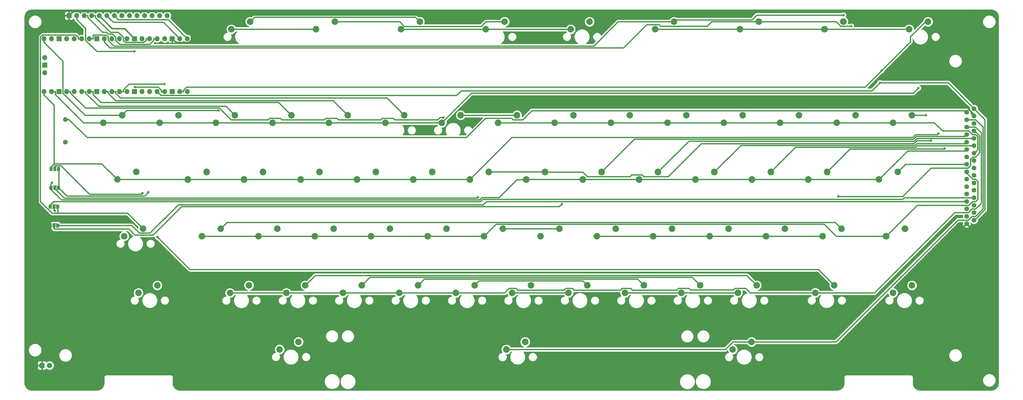
<source format=gtl>
G04 #@! TF.GenerationSoftware,KiCad,Pcbnew,5.1.9+dfsg1-1*
G04 #@! TF.CreationDate,2022-01-12T18:23:12+01:00*
G04 #@! TF.ProjectId,Atari130MX,41746172-6931-4333-904d-582e6b696361,E*
G04 #@! TF.SameCoordinates,Original*
G04 #@! TF.FileFunction,Copper,L1,Top*
G04 #@! TF.FilePolarity,Positive*
%FSLAX46Y46*%
G04 Gerber Fmt 4.6, Leading zero omitted, Abs format (unit mm)*
G04 Created by KiCad (PCBNEW 5.1.9+dfsg1-1) date 2022-01-12 18:23:12*
%MOMM*%
%LPD*%
G01*
G04 APERTURE LIST*
G04 #@! TA.AperFunction,ComponentPad*
%ADD10O,1.700000X1.700000*%
G04 #@! TD*
G04 #@! TA.AperFunction,ComponentPad*
%ADD11R,1.700000X1.700000*%
G04 #@! TD*
G04 #@! TA.AperFunction,ComponentPad*
%ADD12C,2.200000*%
G04 #@! TD*
G04 #@! TA.AperFunction,SMDPad,CuDef*
%ADD13R,1.000000X1.500000*%
G04 #@! TD*
G04 #@! TA.AperFunction,SMDPad,CuDef*
%ADD14C,0.100000*%
G04 #@! TD*
G04 #@! TA.AperFunction,ComponentPad*
%ADD15C,1.600000*%
G04 #@! TD*
G04 #@! TA.AperFunction,ComponentPad*
%ADD16O,1.600000X1.600000*%
G04 #@! TD*
G04 #@! TA.AperFunction,ComponentPad*
%ADD17C,1.800000*%
G04 #@! TD*
G04 #@! TA.AperFunction,ComponentPad*
%ADD18R,1.800000X1.800000*%
G04 #@! TD*
G04 #@! TA.AperFunction,ComponentPad*
%ADD19C,2.250000*%
G04 #@! TD*
G04 #@! TA.AperFunction,ViaPad*
%ADD20C,0.800000*%
G04 #@! TD*
G04 #@! TA.AperFunction,Conductor*
%ADD21C,0.500000*%
G04 #@! TD*
G04 #@! TA.AperFunction,Conductor*
%ADD22C,0.400000*%
G04 #@! TD*
G04 #@! TA.AperFunction,Conductor*
%ADD23C,0.450000*%
G04 #@! TD*
G04 #@! TA.AperFunction,Conductor*
%ADD24C,0.254000*%
G04 #@! TD*
G04 #@! TA.AperFunction,Conductor*
%ADD25C,0.100000*%
G04 #@! TD*
G04 APERTURE END LIST*
D10*
X78290000Y-51000000D03*
X75750000Y-51000000D03*
D11*
X73210000Y-51000000D03*
D10*
X70670000Y-51000000D03*
X68130000Y-51000000D03*
X65590000Y-51000000D03*
X63050000Y-51000000D03*
D11*
X60510000Y-51000000D03*
D10*
X57970000Y-51000000D03*
X55430000Y-51000000D03*
X52890000Y-51000000D03*
X50350000Y-51000000D03*
D11*
X47810000Y-51000000D03*
D10*
X45270000Y-51000000D03*
X42730000Y-51000000D03*
X40190000Y-51000000D03*
X37650000Y-51000000D03*
D11*
X35110000Y-51000000D03*
D10*
X32570000Y-51000000D03*
X30030000Y-51000000D03*
X30030000Y-33220000D03*
X32570000Y-33220000D03*
D11*
X35110000Y-33220000D03*
D10*
X37650000Y-33220000D03*
X40190000Y-33220000D03*
X42730000Y-33220000D03*
X45270000Y-33220000D03*
D11*
X47810000Y-33220000D03*
D10*
X50350000Y-33220000D03*
X52890000Y-33220000D03*
X55430000Y-33220000D03*
X57970000Y-33220000D03*
D11*
X60510000Y-33220000D03*
D10*
X63050000Y-33220000D03*
X65590000Y-33220000D03*
X68130000Y-33220000D03*
X70670000Y-33220000D03*
D11*
X73210000Y-33220000D03*
D10*
X75750000Y-33220000D03*
X78290000Y-33220000D03*
X30260000Y-44650000D03*
D11*
X30260000Y-42110000D03*
D10*
X30260000Y-39570000D03*
D12*
X319950000Y-97150000D03*
X313600000Y-99690000D03*
X313590000Y-99690000D03*
X319940000Y-97150000D03*
X56300000Y-58990000D03*
X49950000Y-61530000D03*
X49950000Y-61520000D03*
X56300000Y-58980000D03*
X170300000Y-58990000D03*
X163950000Y-61530000D03*
X163950000Y-61520000D03*
X170300000Y-58980000D03*
X99000000Y-116260000D03*
X92650000Y-118800000D03*
X92650000Y-118790000D03*
X99000000Y-116250000D03*
X179760000Y-78090000D03*
X173410000Y-80630000D03*
X173410000Y-80620000D03*
X179760000Y-78080000D03*
X118000000Y-116260000D03*
X111650000Y-118800000D03*
X111650000Y-118790000D03*
X118000000Y-116250000D03*
X103760000Y-78090000D03*
X97410000Y-80630000D03*
X97410000Y-80620000D03*
X103760000Y-78080000D03*
X156000000Y-116260000D03*
X149650000Y-118800000D03*
X149650000Y-118790000D03*
X156000000Y-116250000D03*
X198760000Y-78090000D03*
X192410000Y-80630000D03*
X192410000Y-80620000D03*
X198760000Y-78080000D03*
X160760000Y-78090000D03*
X154410000Y-80630000D03*
X154410000Y-80620000D03*
X160760000Y-78080000D03*
X298540000Y-97160000D03*
X292190000Y-99700000D03*
X292190000Y-99690000D03*
X298540000Y-97150000D03*
X270000000Y-116260000D03*
X263650000Y-118800000D03*
X263650000Y-118790000D03*
X270000000Y-116250000D03*
X260540000Y-97160000D03*
X254190000Y-99700000D03*
X254190000Y-99690000D03*
X260540000Y-97150000D03*
X108540000Y-97160000D03*
X102190000Y-99700000D03*
X102190000Y-99690000D03*
X108540000Y-97150000D03*
X141760000Y-78090000D03*
X135410000Y-80630000D03*
X135410000Y-80620000D03*
X141760000Y-78080000D03*
X84760000Y-78090000D03*
X78410000Y-80630000D03*
X78410000Y-80620000D03*
X84760000Y-78080000D03*
X279540000Y-97160000D03*
X273190000Y-99700000D03*
X273190000Y-99690000D03*
X279540000Y-97150000D03*
X251000000Y-116260000D03*
X244650000Y-118800000D03*
X244650000Y-118790000D03*
X251000000Y-116250000D03*
X255760000Y-78090000D03*
X249410000Y-80630000D03*
X249410000Y-80620000D03*
X255760000Y-78080000D03*
X236760000Y-78090000D03*
X230410000Y-80630000D03*
X230410000Y-80620000D03*
X236760000Y-78080000D03*
X194000000Y-116260000D03*
X187650000Y-118800000D03*
X187650000Y-118790000D03*
X194000000Y-116250000D03*
X213000000Y-116260000D03*
X206650000Y-118800000D03*
X206650000Y-118790000D03*
X213000000Y-116250000D03*
X265300000Y-58990000D03*
X258950000Y-61530000D03*
X258950000Y-61520000D03*
X265300000Y-58980000D03*
X241540000Y-97160000D03*
X235190000Y-99700000D03*
X235190000Y-99690000D03*
X241540000Y-97150000D03*
X222540000Y-97160000D03*
X216190000Y-99700000D03*
X216190000Y-99690000D03*
X222540000Y-97150000D03*
X203540000Y-97160000D03*
X197190000Y-99700000D03*
X197190000Y-99690000D03*
X203540000Y-97150000D03*
X322300000Y-116260000D03*
X315950000Y-118800000D03*
X315950000Y-118790000D03*
X322300000Y-116250000D03*
X217760000Y-78090000D03*
X211410000Y-80630000D03*
X211410000Y-80620000D03*
X217760000Y-78080000D03*
X184540000Y-97160000D03*
X178190000Y-99700000D03*
X178190000Y-99690000D03*
X184540000Y-97150000D03*
X284300000Y-58990000D03*
X277950000Y-61530000D03*
X277950000Y-61520000D03*
X284300000Y-58980000D03*
X165540000Y-97160000D03*
X159190000Y-99700000D03*
X159190000Y-99690000D03*
X165540000Y-97150000D03*
X293760000Y-78090000D03*
X287410000Y-80630000D03*
X287410000Y-80620000D03*
X293760000Y-78080000D03*
X122760000Y-78090000D03*
X116410000Y-80630000D03*
X116410000Y-80620000D03*
X122760000Y-78080000D03*
X303300000Y-58990000D03*
X296950000Y-61530000D03*
X296950000Y-61520000D03*
X303300000Y-58980000D03*
X274760000Y-78090000D03*
X268410000Y-80630000D03*
X268410000Y-80620000D03*
X274760000Y-78080000D03*
X127540000Y-97160000D03*
X121190000Y-99700000D03*
X121190000Y-99690000D03*
X127540000Y-97150000D03*
X232000000Y-116260000D03*
X225650000Y-118800000D03*
X225650000Y-118790000D03*
X232000000Y-116250000D03*
X137000000Y-116260000D03*
X130650000Y-118800000D03*
X130650000Y-118790000D03*
X137000000Y-116250000D03*
X322300000Y-58990000D03*
X315950000Y-61530000D03*
X315950000Y-61520000D03*
X322300000Y-58980000D03*
X175000000Y-116260000D03*
X168650000Y-118800000D03*
X168650000Y-118790000D03*
X175000000Y-116250000D03*
X89540000Y-97160000D03*
X83190000Y-99700000D03*
X83190000Y-99690000D03*
X89540000Y-97150000D03*
X227300000Y-58990000D03*
X220950000Y-61530000D03*
X220950000Y-61520000D03*
X227300000Y-58980000D03*
X208300000Y-58990000D03*
X201950000Y-61530000D03*
X201950000Y-61520000D03*
X208300000Y-58980000D03*
X189300000Y-58990000D03*
X182950000Y-61530000D03*
X182950000Y-61520000D03*
X189300000Y-58980000D03*
X151300000Y-58990000D03*
X144950000Y-61530000D03*
X144950000Y-61520000D03*
X151300000Y-58980000D03*
X132300000Y-58990000D03*
X125950000Y-61530000D03*
X125950000Y-61520000D03*
X132300000Y-58980000D03*
X113300000Y-58990000D03*
X106950000Y-61530000D03*
X106950000Y-61520000D03*
X113300000Y-58980000D03*
X94300000Y-58990000D03*
X87950000Y-61530000D03*
X87950000Y-61520000D03*
X94300000Y-58980000D03*
X75300000Y-58990000D03*
X68950000Y-61530000D03*
X68950000Y-61520000D03*
X75300000Y-58980000D03*
X246300000Y-58990000D03*
X239950000Y-61530000D03*
X239950000Y-61520000D03*
X246300000Y-58980000D03*
X146540000Y-97160000D03*
X140190000Y-99700000D03*
X140190000Y-99690000D03*
X146540000Y-97150000D03*
D13*
X33360000Y-96110000D03*
G04 #@! TA.AperFunction,SMDPad,CuDef*
D14*
G36*
X34660000Y-95360602D02*
G01*
X34684534Y-95360602D01*
X34733365Y-95365412D01*
X34781490Y-95374984D01*
X34828445Y-95389228D01*
X34873778Y-95408005D01*
X34917051Y-95431136D01*
X34957850Y-95458396D01*
X34995779Y-95489524D01*
X35030476Y-95524221D01*
X35061604Y-95562150D01*
X35088864Y-95602949D01*
X35111995Y-95646222D01*
X35130772Y-95691555D01*
X35145016Y-95738510D01*
X35154588Y-95786635D01*
X35159398Y-95835466D01*
X35159398Y-95860000D01*
X35160000Y-95860000D01*
X35160000Y-96360000D01*
X35159398Y-96360000D01*
X35159398Y-96384534D01*
X35154588Y-96433365D01*
X35145016Y-96481490D01*
X35130772Y-96528445D01*
X35111995Y-96573778D01*
X35088864Y-96617051D01*
X35061604Y-96657850D01*
X35030476Y-96695779D01*
X34995779Y-96730476D01*
X34957850Y-96761604D01*
X34917051Y-96788864D01*
X34873778Y-96811995D01*
X34828445Y-96830772D01*
X34781490Y-96845016D01*
X34733365Y-96854588D01*
X34684534Y-96859398D01*
X34660000Y-96859398D01*
X34660000Y-96860000D01*
X34110000Y-96860000D01*
X34110000Y-95360000D01*
X34660000Y-95360000D01*
X34660000Y-95360602D01*
G37*
G04 #@! TD.AperFunction*
G04 #@! TA.AperFunction,SMDPad,CuDef*
G36*
X32610000Y-96860000D02*
G01*
X32060000Y-96860000D01*
X32060000Y-96859398D01*
X32035466Y-96859398D01*
X31986635Y-96854588D01*
X31938510Y-96845016D01*
X31891555Y-96830772D01*
X31846222Y-96811995D01*
X31802949Y-96788864D01*
X31762150Y-96761604D01*
X31724221Y-96730476D01*
X31689524Y-96695779D01*
X31658396Y-96657850D01*
X31631136Y-96617051D01*
X31608005Y-96573778D01*
X31589228Y-96528445D01*
X31574984Y-96481490D01*
X31565412Y-96433365D01*
X31560602Y-96384534D01*
X31560602Y-96360000D01*
X31560000Y-96360000D01*
X31560000Y-95860000D01*
X31560602Y-95860000D01*
X31560602Y-95835466D01*
X31565412Y-95786635D01*
X31574984Y-95738510D01*
X31589228Y-95691555D01*
X31608005Y-95646222D01*
X31631136Y-95602949D01*
X31658396Y-95562150D01*
X31689524Y-95524221D01*
X31724221Y-95489524D01*
X31762150Y-95458396D01*
X31802949Y-95431136D01*
X31846222Y-95408005D01*
X31891555Y-95389228D01*
X31938510Y-95374984D01*
X31986635Y-95365412D01*
X32035466Y-95360602D01*
X32060000Y-95360602D01*
X32060000Y-95360000D01*
X32610000Y-95360000D01*
X32610000Y-96860000D01*
G37*
G04 #@! TD.AperFunction*
D13*
X33360000Y-89760000D03*
G04 #@! TA.AperFunction,SMDPad,CuDef*
D14*
G36*
X34660000Y-89010602D02*
G01*
X34684534Y-89010602D01*
X34733365Y-89015412D01*
X34781490Y-89024984D01*
X34828445Y-89039228D01*
X34873778Y-89058005D01*
X34917051Y-89081136D01*
X34957850Y-89108396D01*
X34995779Y-89139524D01*
X35030476Y-89174221D01*
X35061604Y-89212150D01*
X35088864Y-89252949D01*
X35111995Y-89296222D01*
X35130772Y-89341555D01*
X35145016Y-89388510D01*
X35154588Y-89436635D01*
X35159398Y-89485466D01*
X35159398Y-89510000D01*
X35160000Y-89510000D01*
X35160000Y-90010000D01*
X35159398Y-90010000D01*
X35159398Y-90034534D01*
X35154588Y-90083365D01*
X35145016Y-90131490D01*
X35130772Y-90178445D01*
X35111995Y-90223778D01*
X35088864Y-90267051D01*
X35061604Y-90307850D01*
X35030476Y-90345779D01*
X34995779Y-90380476D01*
X34957850Y-90411604D01*
X34917051Y-90438864D01*
X34873778Y-90461995D01*
X34828445Y-90480772D01*
X34781490Y-90495016D01*
X34733365Y-90504588D01*
X34684534Y-90509398D01*
X34660000Y-90509398D01*
X34660000Y-90510000D01*
X34110000Y-90510000D01*
X34110000Y-89010000D01*
X34660000Y-89010000D01*
X34660000Y-89010602D01*
G37*
G04 #@! TD.AperFunction*
G04 #@! TA.AperFunction,SMDPad,CuDef*
G36*
X32610000Y-90510000D02*
G01*
X32060000Y-90510000D01*
X32060000Y-90509398D01*
X32035466Y-90509398D01*
X31986635Y-90504588D01*
X31938510Y-90495016D01*
X31891555Y-90480772D01*
X31846222Y-90461995D01*
X31802949Y-90438864D01*
X31762150Y-90411604D01*
X31724221Y-90380476D01*
X31689524Y-90345779D01*
X31658396Y-90307850D01*
X31631136Y-90267051D01*
X31608005Y-90223778D01*
X31589228Y-90178445D01*
X31574984Y-90131490D01*
X31565412Y-90083365D01*
X31560602Y-90034534D01*
X31560602Y-90010000D01*
X31560000Y-90010000D01*
X31560000Y-89510000D01*
X31560602Y-89510000D01*
X31560602Y-89485466D01*
X31565412Y-89436635D01*
X31574984Y-89388510D01*
X31589228Y-89341555D01*
X31608005Y-89296222D01*
X31631136Y-89252949D01*
X31658396Y-89212150D01*
X31689524Y-89174221D01*
X31724221Y-89139524D01*
X31762150Y-89108396D01*
X31802949Y-89081136D01*
X31846222Y-89058005D01*
X31891555Y-89039228D01*
X31938510Y-89024984D01*
X31986635Y-89015412D01*
X32035466Y-89010602D01*
X32060000Y-89010602D01*
X32060000Y-89010000D01*
X32610000Y-89010000D01*
X32610000Y-90510000D01*
G37*
G04 #@! TD.AperFunction*
D13*
X33610000Y-83410000D03*
G04 #@! TA.AperFunction,SMDPad,CuDef*
D14*
G36*
X34910000Y-82660602D02*
G01*
X34934534Y-82660602D01*
X34983365Y-82665412D01*
X35031490Y-82674984D01*
X35078445Y-82689228D01*
X35123778Y-82708005D01*
X35167051Y-82731136D01*
X35207850Y-82758396D01*
X35245779Y-82789524D01*
X35280476Y-82824221D01*
X35311604Y-82862150D01*
X35338864Y-82902949D01*
X35361995Y-82946222D01*
X35380772Y-82991555D01*
X35395016Y-83038510D01*
X35404588Y-83086635D01*
X35409398Y-83135466D01*
X35409398Y-83160000D01*
X35410000Y-83160000D01*
X35410000Y-83660000D01*
X35409398Y-83660000D01*
X35409398Y-83684534D01*
X35404588Y-83733365D01*
X35395016Y-83781490D01*
X35380772Y-83828445D01*
X35361995Y-83873778D01*
X35338864Y-83917051D01*
X35311604Y-83957850D01*
X35280476Y-83995779D01*
X35245779Y-84030476D01*
X35207850Y-84061604D01*
X35167051Y-84088864D01*
X35123778Y-84111995D01*
X35078445Y-84130772D01*
X35031490Y-84145016D01*
X34983365Y-84154588D01*
X34934534Y-84159398D01*
X34910000Y-84159398D01*
X34910000Y-84160000D01*
X34360000Y-84160000D01*
X34360000Y-82660000D01*
X34910000Y-82660000D01*
X34910000Y-82660602D01*
G37*
G04 #@! TD.AperFunction*
G04 #@! TA.AperFunction,SMDPad,CuDef*
G36*
X32860000Y-84160000D02*
G01*
X32310000Y-84160000D01*
X32310000Y-84159398D01*
X32285466Y-84159398D01*
X32236635Y-84154588D01*
X32188510Y-84145016D01*
X32141555Y-84130772D01*
X32096222Y-84111995D01*
X32052949Y-84088864D01*
X32012150Y-84061604D01*
X31974221Y-84030476D01*
X31939524Y-83995779D01*
X31908396Y-83957850D01*
X31881136Y-83917051D01*
X31858005Y-83873778D01*
X31839228Y-83828445D01*
X31824984Y-83781490D01*
X31815412Y-83733365D01*
X31810602Y-83684534D01*
X31810602Y-83660000D01*
X31810000Y-83660000D01*
X31810000Y-83160000D01*
X31810602Y-83160000D01*
X31810602Y-83135466D01*
X31815412Y-83086635D01*
X31824984Y-83038510D01*
X31839228Y-82991555D01*
X31858005Y-82946222D01*
X31881136Y-82902949D01*
X31908396Y-82862150D01*
X31939524Y-82824221D01*
X31974221Y-82789524D01*
X32012150Y-82758396D01*
X32052949Y-82731136D01*
X32096222Y-82708005D01*
X32141555Y-82689228D01*
X32188510Y-82674984D01*
X32236635Y-82665412D01*
X32285466Y-82660602D01*
X32310000Y-82660602D01*
X32310000Y-82660000D01*
X32860000Y-82660000D01*
X32860000Y-84160000D01*
G37*
G04 #@! TD.AperFunction*
D13*
X33660000Y-77060000D03*
G04 #@! TA.AperFunction,SMDPad,CuDef*
D14*
G36*
X34960000Y-76310602D02*
G01*
X34984534Y-76310602D01*
X35033365Y-76315412D01*
X35081490Y-76324984D01*
X35128445Y-76339228D01*
X35173778Y-76358005D01*
X35217051Y-76381136D01*
X35257850Y-76408396D01*
X35295779Y-76439524D01*
X35330476Y-76474221D01*
X35361604Y-76512150D01*
X35388864Y-76552949D01*
X35411995Y-76596222D01*
X35430772Y-76641555D01*
X35445016Y-76688510D01*
X35454588Y-76736635D01*
X35459398Y-76785466D01*
X35459398Y-76810000D01*
X35460000Y-76810000D01*
X35460000Y-77310000D01*
X35459398Y-77310000D01*
X35459398Y-77334534D01*
X35454588Y-77383365D01*
X35445016Y-77431490D01*
X35430772Y-77478445D01*
X35411995Y-77523778D01*
X35388864Y-77567051D01*
X35361604Y-77607850D01*
X35330476Y-77645779D01*
X35295779Y-77680476D01*
X35257850Y-77711604D01*
X35217051Y-77738864D01*
X35173778Y-77761995D01*
X35128445Y-77780772D01*
X35081490Y-77795016D01*
X35033365Y-77804588D01*
X34984534Y-77809398D01*
X34960000Y-77809398D01*
X34960000Y-77810000D01*
X34410000Y-77810000D01*
X34410000Y-76310000D01*
X34960000Y-76310000D01*
X34960000Y-76310602D01*
G37*
G04 #@! TD.AperFunction*
G04 #@! TA.AperFunction,SMDPad,CuDef*
G36*
X32910000Y-77810000D02*
G01*
X32360000Y-77810000D01*
X32360000Y-77809398D01*
X32335466Y-77809398D01*
X32286635Y-77804588D01*
X32238510Y-77795016D01*
X32191555Y-77780772D01*
X32146222Y-77761995D01*
X32102949Y-77738864D01*
X32062150Y-77711604D01*
X32024221Y-77680476D01*
X31989524Y-77645779D01*
X31958396Y-77607850D01*
X31931136Y-77567051D01*
X31908005Y-77523778D01*
X31889228Y-77478445D01*
X31874984Y-77431490D01*
X31865412Y-77383365D01*
X31860602Y-77334534D01*
X31860602Y-77310000D01*
X31860000Y-77310000D01*
X31860000Y-76810000D01*
X31860602Y-76810000D01*
X31860602Y-76785466D01*
X31865412Y-76736635D01*
X31874984Y-76688510D01*
X31889228Y-76641555D01*
X31908005Y-76596222D01*
X31931136Y-76552949D01*
X31958396Y-76512150D01*
X31989524Y-76474221D01*
X32024221Y-76439524D01*
X32062150Y-76408396D01*
X32102949Y-76381136D01*
X32146222Y-76358005D01*
X32191555Y-76339228D01*
X32238510Y-76324984D01*
X32286635Y-76315412D01*
X32335466Y-76310602D01*
X32360000Y-76310602D01*
X32360000Y-76310000D01*
X32910000Y-76310000D01*
X32910000Y-77810000D01*
G37*
G04 #@! TD.AperFunction*
D15*
X340720000Y-95510000D03*
X343220000Y-94260000D03*
X340720000Y-93010000D03*
X343220000Y-91760000D03*
X340720000Y-90510000D03*
X343220000Y-89260000D03*
X340720000Y-88010000D03*
X343220000Y-86760000D03*
X340720000Y-85510000D03*
X343220000Y-84260000D03*
X340720000Y-83010000D03*
X343220000Y-81760000D03*
X340720000Y-80510000D03*
X343220000Y-79260000D03*
X340720000Y-78010000D03*
X343220000Y-76760000D03*
X340720000Y-75510000D03*
X343220000Y-74260000D03*
X340720000Y-73010000D03*
X343220000Y-71760000D03*
X340720000Y-70510000D03*
X343220000Y-69260000D03*
X340720000Y-68010000D03*
X343220000Y-66760000D03*
X340720000Y-65510000D03*
X343220000Y-64260000D03*
X340720000Y-63010000D03*
X343220000Y-61760000D03*
X340720000Y-60510000D03*
X343220000Y-59260000D03*
X340720000Y-58010000D03*
X343220000Y-56760000D03*
D12*
X68150000Y-116250000D03*
X61800000Y-118790000D03*
X61800000Y-118790000D03*
X68150000Y-116250000D03*
X185135000Y-27520000D03*
X178785000Y-30060000D03*
X185125000Y-27530000D03*
X178775000Y-30070000D03*
X156560000Y-27520000D03*
X150210000Y-30060000D03*
X156550000Y-27530000D03*
X150200000Y-30070000D03*
X127985000Y-27520000D03*
X121635000Y-30060000D03*
X127975000Y-27530000D03*
X121625000Y-30070000D03*
X99410000Y-27520000D03*
X93060000Y-30060000D03*
X99400000Y-27530000D03*
X93050000Y-30070000D03*
D16*
X37220000Y-60425000D03*
D15*
X37220000Y-68045000D03*
D11*
X38440000Y-25500000D03*
D10*
X40980000Y-25500000D03*
X43520000Y-25500000D03*
X46060000Y-25500000D03*
X48600000Y-25500000D03*
X51140000Y-25500000D03*
X53680000Y-25500000D03*
X56220000Y-25500000D03*
X58760000Y-25500000D03*
X61300000Y-25500000D03*
X63840000Y-25500000D03*
X66380000Y-25500000D03*
X68920000Y-25500000D03*
X71460000Y-25500000D03*
D12*
X296125000Y-116240000D03*
X289775000Y-118780000D03*
X289775000Y-118790000D03*
X296125000Y-116250000D03*
X63340000Y-97140000D03*
X56990000Y-99680000D03*
X56990000Y-99690000D03*
X63340000Y-97150000D03*
X242210000Y-27520000D03*
X235860000Y-30060000D03*
X242200000Y-27530000D03*
X235850000Y-30070000D03*
X270710000Y-27520000D03*
X264360000Y-30060000D03*
X270700000Y-27530000D03*
X264350000Y-30070000D03*
X327710000Y-27520000D03*
X321360000Y-30060000D03*
X327700000Y-27530000D03*
X321350000Y-30070000D03*
X299210000Y-27520000D03*
X292860000Y-30060000D03*
X299200000Y-27530000D03*
X292850000Y-30070000D03*
X213710000Y-27520000D03*
X207360000Y-30060000D03*
X213700000Y-27530000D03*
X207350000Y-30070000D03*
D17*
X31900000Y-143200000D03*
D18*
X29360000Y-143200000D03*
D12*
X61050000Y-78060000D03*
X54700000Y-80600000D03*
X54710000Y-80620000D03*
X61060000Y-78080000D03*
X317550000Y-78060000D03*
X311200000Y-80600000D03*
X311210000Y-80620000D03*
X317560000Y-78080000D03*
D19*
X192030000Y-135300000D03*
X185680000Y-137840000D03*
D12*
X115700000Y-135270000D03*
X109350000Y-137810000D03*
X109350000Y-137800000D03*
X115700000Y-135260000D03*
X268300000Y-135300000D03*
X261950000Y-137840000D03*
X261950000Y-137830000D03*
X268300000Y-135290000D03*
D20*
X318060000Y-55823500D03*
X243967700Y-25871100D03*
X311495000Y-48053300D03*
X312019200Y-44029800D03*
X301870900Y-29030300D03*
X299276000Y-25287900D03*
X68212800Y-100005800D03*
X327035500Y-58990000D03*
X328726300Y-67558800D03*
X333293300Y-70161100D03*
X88765000Y-57424100D03*
X331127500Y-65185100D03*
X324461800Y-49838100D03*
X164535400Y-59785800D03*
X32747600Y-81660300D03*
X297470200Y-86316400D03*
X70592800Y-48525300D03*
X65166900Y-84934200D03*
X60462700Y-37475300D03*
X63165600Y-85267300D03*
X60633500Y-49493600D03*
X204436000Y-88840600D03*
X33618000Y-91123100D03*
X176155500Y-86634000D03*
D21*
X343220000Y-59260000D02*
X343220000Y-58719000D01*
X343220000Y-58719000D02*
X340324500Y-55823500D01*
X340324500Y-55823500D02*
X318060000Y-55823500D01*
X79636000Y-25299600D02*
X79636000Y-33739700D01*
X79636000Y-33739700D02*
X78817300Y-34558400D01*
X78817300Y-34558400D02*
X74548400Y-34558400D01*
X74548400Y-34558400D02*
X73210000Y-33220000D01*
X38440000Y-25500000D02*
X39795100Y-24144900D01*
X39795100Y-24144900D02*
X78481300Y-24144900D01*
X78481300Y-24144900D02*
X79636000Y-25299600D01*
X79636000Y-25299600D02*
X243396200Y-25299600D01*
X243396200Y-25299600D02*
X243967700Y-25871100D01*
X32060000Y-96110000D02*
X28097000Y-92147000D01*
X28097000Y-92147000D02*
X28097000Y-32350500D01*
X28097000Y-32350500D02*
X34947500Y-25500000D01*
X34947500Y-25500000D02*
X38440000Y-25500000D01*
X32060000Y-96110000D02*
X29360000Y-98810000D01*
X29360000Y-98810000D02*
X29360000Y-141849700D01*
X29360000Y-143200000D02*
X29360000Y-141849700D01*
D22*
X340720000Y-58010000D02*
X340135000Y-57425000D01*
X340135000Y-57425000D02*
X194292700Y-57425000D01*
X194292700Y-57425000D02*
X191193100Y-60524600D01*
X191193100Y-60524600D02*
X187959100Y-60524600D01*
X187959100Y-60524600D02*
X187454100Y-60019600D01*
X187454100Y-60019600D02*
X178710600Y-60019600D01*
X178710600Y-60019600D02*
X172259300Y-66470900D01*
X172259300Y-66470900D02*
X44466200Y-66470900D01*
X44466200Y-66470900D02*
X38420300Y-60425000D01*
X37220000Y-60425000D02*
X38420300Y-60425000D01*
D23*
X68130000Y-51000000D02*
X69410800Y-52280800D01*
X69410800Y-52280800D02*
X168983100Y-52280800D01*
X168983100Y-52280800D02*
X170527000Y-50736900D01*
X170527000Y-50736900D02*
X308811400Y-50736900D01*
X308811400Y-50736900D02*
X311495000Y-48053300D01*
X311495000Y-48053300D02*
X334513300Y-48053300D01*
X334513300Y-48053300D02*
X343220000Y-56760000D01*
X343220000Y-94260000D02*
X343342300Y-94260000D01*
X343342300Y-94260000D02*
X346851800Y-90750500D01*
X346851800Y-90750500D02*
X346851800Y-60391800D01*
X346851800Y-60391800D02*
X343220000Y-56760000D01*
D22*
X75750000Y-51000000D02*
X77000300Y-51000000D01*
X312019200Y-44029800D02*
X306556200Y-49492800D01*
X306556200Y-49492800D02*
X77989400Y-49492800D01*
X77989400Y-49492800D02*
X77000300Y-50481900D01*
X77000300Y-50481900D02*
X77000300Y-51000000D01*
X327700000Y-27530000D02*
X326834500Y-27530000D01*
X326834500Y-27530000D02*
X321806900Y-32557600D01*
X321806900Y-32557600D02*
X321806900Y-34242100D01*
X321806900Y-34242100D02*
X312019200Y-44029800D01*
X50350000Y-34470300D02*
X52175100Y-36295400D01*
X52175100Y-36295400D02*
X225176800Y-36295400D01*
X225176800Y-36295400D02*
X232946800Y-28525400D01*
X232946800Y-28525400D02*
X237200900Y-28525400D01*
X237200900Y-28525400D02*
X237705900Y-29030400D01*
X237705900Y-29030400D02*
X253345000Y-29030400D01*
X253345000Y-29030400D02*
X254845400Y-27530000D01*
X254845400Y-27530000D02*
X270700000Y-27530000D01*
X270710000Y-27520000D02*
X296789800Y-27520000D01*
X296789800Y-27520000D02*
X298300100Y-29030300D01*
X298300100Y-29030300D02*
X301870900Y-29030300D01*
X50350000Y-33220000D02*
X50350000Y-34470300D01*
X242200000Y-27530000D02*
X223320800Y-27530000D01*
X223320800Y-27530000D02*
X215155800Y-35695000D01*
X215155800Y-35695000D02*
X53582800Y-35695000D01*
X53582800Y-35695000D02*
X51620100Y-33732300D01*
X51620100Y-33732300D02*
X51620100Y-32650100D01*
X51620100Y-32650100D02*
X50920200Y-31950200D01*
X50920200Y-31950200D02*
X46722800Y-31950200D01*
X46722800Y-31950200D02*
X46520300Y-32152700D01*
X46520300Y-32152700D02*
X46520300Y-33220000D01*
X242210000Y-27520000D02*
X242200000Y-27530000D01*
X45270000Y-33220000D02*
X46520300Y-33220000D01*
X242210000Y-27520000D02*
X242822700Y-26907300D01*
X242822700Y-26907300D02*
X268397600Y-26907300D01*
X268397600Y-26907300D02*
X270017000Y-25287900D01*
X270017000Y-25287900D02*
X299276000Y-25287900D01*
X68212800Y-100005800D02*
X79111700Y-110904700D01*
X79111700Y-110904700D02*
X290789700Y-110904700D01*
X290789700Y-110904700D02*
X296125000Y-116240000D01*
X322300000Y-58990000D02*
X327035500Y-58990000D01*
X42730000Y-33220000D02*
X41479700Y-33220000D01*
X34660000Y-91936300D02*
X32696800Y-91936300D01*
X32696800Y-91936300D02*
X28766200Y-88005700D01*
X28766200Y-88005700D02*
X28766200Y-32654500D01*
X28766200Y-32654500D02*
X29473800Y-31946900D01*
X29473800Y-31946900D02*
X40724700Y-31946900D01*
X40724700Y-31946900D02*
X41479700Y-32701900D01*
X41479700Y-32701900D02*
X41479700Y-33220000D01*
X63340000Y-97140000D02*
X58136300Y-91936300D01*
X58136300Y-91936300D02*
X34660000Y-91936300D01*
X34660000Y-89760000D02*
X34660000Y-91936300D01*
X99410000Y-27520000D02*
X100919400Y-26010600D01*
X100919400Y-26010600D02*
X155050600Y-26010600D01*
X155050600Y-26010600D02*
X156560000Y-27520000D01*
X198760000Y-78090000D02*
X211410000Y-78090000D01*
X211410000Y-78090000D02*
X212937500Y-79617500D01*
X212937500Y-79617500D02*
X227389500Y-79617500D01*
X227389500Y-79617500D02*
X227908200Y-79098800D01*
X227908200Y-79098800D02*
X231418800Y-79098800D01*
X231418800Y-79098800D02*
X231935500Y-79615500D01*
X231935500Y-79615500D02*
X240261300Y-79615500D01*
X240261300Y-79615500D02*
X251305500Y-68571300D01*
X251305500Y-68571300D02*
X322980000Y-68571300D01*
X322980000Y-68571300D02*
X323992500Y-67558800D01*
X323992500Y-67558800D02*
X328726300Y-67558800D01*
X179760000Y-78080000D02*
X198760000Y-78080000D01*
X189300000Y-58980000D02*
X170300000Y-58980000D01*
X178190000Y-99690000D02*
X159190000Y-99690000D01*
X313590000Y-99690000D02*
X296752100Y-99690000D01*
X296752100Y-99690000D02*
X292695200Y-95633100D01*
X292695200Y-95633100D02*
X182246900Y-95633100D01*
X182246900Y-95633100D02*
X178190000Y-99690000D01*
X340720000Y-78010000D02*
X340720000Y-78478800D01*
X340720000Y-78478800D02*
X342751200Y-80510000D01*
X342751200Y-80510000D02*
X343690200Y-80510000D01*
X343690200Y-80510000D02*
X344423400Y-81243200D01*
X344423400Y-81243200D02*
X344423400Y-87265700D01*
X344423400Y-87265700D02*
X343679100Y-88010000D01*
X343679100Y-88010000D02*
X342668800Y-88010000D01*
X342668800Y-88010000D02*
X341418900Y-89259900D01*
X341418900Y-89259900D02*
X324030100Y-89259900D01*
X324030100Y-89259900D02*
X313600000Y-99690000D01*
X313590000Y-99690000D02*
X313600000Y-99690000D01*
X121190000Y-99690000D02*
X102190000Y-99690000D01*
X140190000Y-99690000D02*
X121190000Y-99690000D01*
X140190000Y-99690000D02*
X159190000Y-99690000D01*
X83190000Y-99690000D02*
X102190000Y-99690000D01*
X293760000Y-78080000D02*
X301467700Y-70372300D01*
X301467700Y-70372300D02*
X333082100Y-70372300D01*
X333082100Y-70372300D02*
X333293300Y-70161100D01*
X89540000Y-97150000D02*
X91657300Y-95032700D01*
X91657300Y-95032700D02*
X296422700Y-95032700D01*
X296422700Y-95032700D02*
X298540000Y-97150000D01*
X88765000Y-57424100D02*
X57855900Y-57424100D01*
X57855900Y-57424100D02*
X56300000Y-58980000D01*
X56300000Y-58980000D02*
X43825100Y-58980000D01*
X43825100Y-58980000D02*
X36360500Y-51515400D01*
X36360500Y-51515400D02*
X36360500Y-40800800D01*
X36360500Y-40800800D02*
X30030000Y-34470300D01*
X30030000Y-33220000D02*
X30030000Y-34470300D01*
X317560000Y-78080000D02*
X320130000Y-75510000D01*
X320130000Y-75510000D02*
X340720000Y-75510000D01*
X185125000Y-27530000D02*
X178775000Y-27530000D01*
X178775000Y-27530000D02*
X177240400Y-29064600D01*
X177240400Y-29064600D02*
X151368100Y-29064600D01*
X151368100Y-29064600D02*
X149823500Y-27520000D01*
X149823500Y-27520000D02*
X127985000Y-27520000D01*
X319940000Y-97150000D02*
X319950000Y-97150000D01*
X173410000Y-80620000D02*
X187559600Y-66470400D01*
X187559600Y-66470400D02*
X322534200Y-66470400D01*
X322534200Y-66470400D02*
X323494700Y-65509900D01*
X323494700Y-65509900D02*
X330802700Y-65509900D01*
X330802700Y-65509900D02*
X331127500Y-65185100D01*
X78410000Y-80620000D02*
X97410000Y-80620000D01*
X54710000Y-80620000D02*
X78410000Y-80620000D01*
X135410000Y-80620000D02*
X154410000Y-80620000D01*
X116410000Y-80620000D02*
X135410000Y-80620000D01*
X33406100Y-75297700D02*
X32360000Y-76343800D01*
X32360000Y-76343800D02*
X32360000Y-77060000D01*
X54700000Y-80600000D02*
X49397700Y-75297700D01*
X49397700Y-75297700D02*
X33406100Y-75297700D01*
X33406100Y-75297700D02*
X33406100Y-55626400D01*
X33406100Y-55626400D02*
X30030000Y-52250300D01*
X30030000Y-51000000D02*
X30030000Y-52250300D01*
X154410000Y-80620000D02*
X173410000Y-80620000D01*
X116410000Y-80620000D02*
X97410000Y-80620000D01*
X163950000Y-61520000D02*
X173948900Y-51521100D01*
X173948900Y-51521100D02*
X322778800Y-51521100D01*
X322778800Y-51521100D02*
X324461800Y-49838100D01*
X144950000Y-61520000D02*
X163950000Y-61520000D01*
X32570000Y-51000000D02*
X33820300Y-51000000D01*
X49950000Y-61520000D02*
X43273000Y-61520000D01*
X43273000Y-61520000D02*
X33820300Y-52067300D01*
X33820300Y-52067300D02*
X33820300Y-51000000D01*
X68950000Y-61520000D02*
X49950000Y-61520000D01*
X144950000Y-61520000D02*
X125950000Y-61520000D01*
X125950000Y-61520000D02*
X106950000Y-61520000D01*
X106950000Y-61520000D02*
X87950000Y-61520000D01*
X87950000Y-61520000D02*
X68950000Y-61520000D01*
X164535400Y-59785800D02*
X163324700Y-59785800D01*
X163324700Y-59785800D02*
X162593000Y-60517500D01*
X162593000Y-60517500D02*
X148123900Y-60517500D01*
X148123900Y-60517500D02*
X147588400Y-59982000D01*
X147588400Y-59982000D02*
X143958000Y-59982000D01*
X143958000Y-59982000D02*
X143431900Y-60508100D01*
X143431900Y-60508100D02*
X129114500Y-60508100D01*
X129114500Y-60508100D02*
X128588400Y-59982000D01*
X128588400Y-59982000D02*
X124958000Y-59982000D01*
X124958000Y-59982000D02*
X124431900Y-60508100D01*
X124431900Y-60508100D02*
X110114500Y-60508100D01*
X110114500Y-60508100D02*
X109588400Y-59982000D01*
X109588400Y-59982000D02*
X105958000Y-59982000D01*
X105958000Y-59982000D02*
X105431900Y-60508100D01*
X105431900Y-60508100D02*
X92980800Y-60508100D01*
X92980800Y-60508100D02*
X89031900Y-56559200D01*
X89031900Y-56559200D02*
X43941400Y-56559200D01*
X43941400Y-56559200D02*
X38900300Y-51518100D01*
X38900300Y-51518100D02*
X38900300Y-51000000D01*
X343220000Y-71760000D02*
X344425400Y-70554600D01*
X344425400Y-70554600D02*
X344425400Y-66207200D01*
X344425400Y-66207200D02*
X343728200Y-65510000D01*
X343728200Y-65510000D02*
X342668800Y-65510000D01*
X342668800Y-65510000D02*
X341418800Y-64260000D01*
X341418800Y-64260000D02*
X332568600Y-64260000D01*
X332568600Y-64260000D02*
X329828600Y-61520000D01*
X329828600Y-61520000D02*
X315950000Y-61520000D01*
X315950000Y-61530000D02*
X315950000Y-61520000D01*
X37650000Y-51000000D02*
X38900300Y-51000000D01*
X315950000Y-61520000D02*
X296950000Y-61520000D01*
X201950000Y-61520000D02*
X220950000Y-61520000D01*
X277950000Y-61520000D02*
X258950000Y-61520000D01*
X296950000Y-61520000D02*
X277950000Y-61520000D01*
X239950000Y-61520000D02*
X258950000Y-61520000D01*
X220950000Y-61520000D02*
X239950000Y-61520000D01*
X182950000Y-61520000D02*
X201950000Y-61520000D01*
X311200000Y-80600000D02*
X287430000Y-80600000D01*
X287430000Y-80600000D02*
X287410000Y-80620000D01*
X340720000Y-70510000D02*
X340257400Y-70972600D01*
X340257400Y-70972600D02*
X320827400Y-70972600D01*
X320827400Y-70972600D02*
X311200000Y-80600000D01*
X287410000Y-80620000D02*
X268410000Y-80620000D01*
X32310000Y-83410000D02*
X32310000Y-82097900D01*
X32310000Y-82097900D02*
X32747600Y-81660300D01*
X192410000Y-80630000D02*
X189268400Y-80630000D01*
X189268400Y-80630000D02*
X183212900Y-86685500D01*
X183212900Y-86685500D02*
X177511900Y-86685500D01*
X177511900Y-86685500D02*
X176736400Y-87461000D01*
X176736400Y-87461000D02*
X35811800Y-87461000D01*
X35811800Y-87461000D02*
X32310000Y-83959200D01*
X32310000Y-83959200D02*
X32310000Y-83410000D01*
X211410000Y-80620000D02*
X192410000Y-80620000D01*
X230410000Y-80620000D02*
X211410000Y-80620000D01*
X230410000Y-80620000D02*
X249410000Y-80620000D01*
X268410000Y-80620000D02*
X249410000Y-80620000D01*
X270000000Y-116250000D02*
X270000000Y-116260000D01*
X118000000Y-116250000D02*
X121332600Y-112917400D01*
X121332600Y-112917400D02*
X266667400Y-112917400D01*
X266667400Y-112917400D02*
X270000000Y-116250000D01*
X94300000Y-58980000D02*
X91278800Y-55958800D01*
X91278800Y-55958800D02*
X48421000Y-55958800D01*
X48421000Y-55958800D02*
X43980300Y-51518100D01*
X43980300Y-51518100D02*
X43980300Y-51000000D01*
X274760000Y-78080000D02*
X283068000Y-69772000D01*
X283068000Y-69772000D02*
X323549500Y-69772000D01*
X323549500Y-69772000D02*
X324061500Y-69260000D01*
X324061500Y-69260000D02*
X343220000Y-69260000D01*
X42730000Y-51000000D02*
X43980300Y-51000000D01*
X255760000Y-78080000D02*
X264668300Y-69171700D01*
X264668300Y-69171700D02*
X323300900Y-69171700D01*
X323300900Y-69171700D02*
X323911700Y-68560900D01*
X323911700Y-68560900D02*
X340169100Y-68560900D01*
X340169100Y-68560900D02*
X340720000Y-68010000D01*
X113300000Y-58980000D02*
X108971500Y-54651500D01*
X108971500Y-54651500D02*
X49155900Y-54651500D01*
X49155900Y-54651500D02*
X46520300Y-52015900D01*
X46520300Y-52015900D02*
X46520300Y-51000000D01*
X251000000Y-116250000D02*
X248267700Y-113517700D01*
X248267700Y-113517700D02*
X139732300Y-113517700D01*
X139732300Y-113517700D02*
X137000000Y-116250000D01*
X251000000Y-116250000D02*
X251000000Y-116260000D01*
X45270000Y-51000000D02*
X46520300Y-51000000D01*
X343220000Y-66760000D02*
X343218500Y-66758500D01*
X343218500Y-66758500D02*
X323943900Y-66758500D01*
X323943900Y-66758500D02*
X323031300Y-67671100D01*
X323031300Y-67671100D02*
X247168900Y-67671100D01*
X247168900Y-67671100D02*
X236760000Y-78080000D01*
X51600300Y-51000000D02*
X51600300Y-51498000D01*
X51600300Y-51498000D02*
X54153500Y-54051200D01*
X54153500Y-54051200D02*
X127371200Y-54051200D01*
X127371200Y-54051200D02*
X132300000Y-58980000D01*
X50350000Y-51000000D02*
X51600300Y-51000000D01*
X156000000Y-116250000D02*
X158132000Y-114118000D01*
X158132000Y-114118000D02*
X229868000Y-114118000D01*
X229868000Y-114118000D02*
X232000000Y-116250000D01*
X340720000Y-65510000D02*
X340119700Y-66110300D01*
X340119700Y-66110300D02*
X323743200Y-66110300D01*
X323743200Y-66110300D02*
X322782800Y-67070700D01*
X322782800Y-67070700D02*
X228769300Y-67070700D01*
X228769300Y-67070700D02*
X217760000Y-78080000D01*
X52890000Y-51000000D02*
X54140300Y-51000000D01*
X151300000Y-58980000D02*
X145470800Y-53150800D01*
X145470800Y-53150800D02*
X55773000Y-53150800D01*
X55773000Y-53150800D02*
X54140300Y-51518100D01*
X54140300Y-51518100D02*
X54140300Y-51000000D01*
X213000000Y-116250000D02*
X211468400Y-114718400D01*
X211468400Y-114718400D02*
X176531600Y-114718400D01*
X176531600Y-114718400D02*
X175000000Y-116250000D01*
X70592800Y-48525300D02*
X58600400Y-48525300D01*
X58600400Y-48525300D02*
X56680300Y-50445400D01*
X56680300Y-50445400D02*
X56680300Y-51000000D01*
X297470200Y-86316400D02*
X319132100Y-86316400D01*
X319132100Y-86316400D02*
X328688500Y-76760000D01*
X328688500Y-76760000D02*
X341195300Y-76760000D01*
X341195300Y-76760000D02*
X341970000Y-75985300D01*
X341970000Y-75985300D02*
X341970000Y-73777600D01*
X341970000Y-73777600D02*
X342737600Y-73010000D01*
X342737600Y-73010000D02*
X343704600Y-73010000D01*
X343704600Y-73010000D02*
X345025800Y-71688800D01*
X345025800Y-71688800D02*
X345025800Y-65958500D01*
X345025800Y-65958500D02*
X343327300Y-64260000D01*
X343327300Y-64260000D02*
X343220000Y-64260000D01*
X55430000Y-51000000D02*
X56680300Y-51000000D01*
X273190000Y-99690000D02*
X292190000Y-99690000D01*
X254190000Y-99690000D02*
X273190000Y-99690000D01*
X235190000Y-99690000D02*
X254190000Y-99690000D01*
X216190000Y-99690000D02*
X235190000Y-99690000D01*
X93060000Y-30060000D02*
X121615000Y-30060000D01*
X121615000Y-30060000D02*
X121625000Y-30070000D01*
X149650000Y-118790000D02*
X168650000Y-118790000D01*
X130650000Y-118790000D02*
X149650000Y-118790000D01*
X289775000Y-118780000D02*
X309635900Y-118780000D01*
X309635900Y-118780000D02*
X336655900Y-91760000D01*
X336655900Y-91760000D02*
X341271200Y-91760000D01*
X341271200Y-91760000D02*
X342521200Y-90510000D01*
X342521200Y-90510000D02*
X343717600Y-90510000D01*
X343717600Y-90510000D02*
X345626200Y-88601400D01*
X345626200Y-88601400D02*
X345626200Y-64958500D01*
X345626200Y-64958500D02*
X343677700Y-63010000D01*
X343677700Y-63010000D02*
X340720000Y-63010000D01*
X289775000Y-118790000D02*
X267826400Y-118790000D01*
X267826400Y-118790000D02*
X266288400Y-117252000D01*
X266288400Y-117252000D02*
X262658000Y-117252000D01*
X262658000Y-117252000D02*
X262131900Y-117778100D01*
X262131900Y-117778100D02*
X247705300Y-117778100D01*
X247705300Y-117778100D02*
X247191200Y-117264000D01*
X247191200Y-117264000D02*
X243646000Y-117264000D01*
X243646000Y-117264000D02*
X243115400Y-117794600D01*
X243115400Y-117794600D02*
X228121400Y-117794600D01*
X228121400Y-117794600D02*
X227594900Y-117268100D01*
X227594900Y-117268100D02*
X224641900Y-117268100D01*
X224641900Y-117268100D02*
X224115400Y-117794600D01*
X224115400Y-117794600D02*
X208521000Y-117794600D01*
X208521000Y-117794600D02*
X207965300Y-117238900D01*
X207965300Y-117238900D02*
X205671100Y-117238900D01*
X205671100Y-117238900D02*
X205115400Y-117794600D01*
X205115400Y-117794600D02*
X189521000Y-117794600D01*
X189521000Y-117794600D02*
X188965300Y-117238900D01*
X188965300Y-117238900D02*
X186671100Y-117238900D01*
X186671100Y-117238900D02*
X185120000Y-118790000D01*
X185120000Y-118790000D02*
X168650000Y-118790000D01*
X111650000Y-118790000D02*
X92650000Y-118790000D01*
X130650000Y-118790000D02*
X111650000Y-118790000D01*
X178775000Y-30070000D02*
X178785000Y-30060000D01*
X150210000Y-30060000D02*
X178765000Y-30060000D01*
X178765000Y-30060000D02*
X178775000Y-30070000D01*
X207350000Y-30070000D02*
X178795000Y-30070000D01*
X178795000Y-30070000D02*
X178785000Y-30060000D01*
X34960000Y-77060000D02*
X34960000Y-83360000D01*
X34960000Y-83360000D02*
X34910000Y-83410000D01*
X65166900Y-84934200D02*
X63915600Y-86185500D01*
X63915600Y-86185500D02*
X37685500Y-86185500D01*
X37685500Y-86185500D02*
X34910000Y-83410000D01*
X244650000Y-118790000D02*
X263650000Y-118790000D01*
X225650000Y-118790000D02*
X244650000Y-118790000D01*
X206650000Y-118790000D02*
X187650000Y-118790000D01*
X268300000Y-135290000D02*
X296732900Y-135290000D01*
X296732900Y-135290000D02*
X337762900Y-94260000D01*
X337762900Y-94260000D02*
X341271200Y-94260000D01*
X341271200Y-94260000D02*
X342521200Y-93010000D01*
X342521200Y-93010000D02*
X343707800Y-93010000D01*
X343707800Y-93010000D02*
X346226500Y-90491300D01*
X346226500Y-90491300D02*
X346226500Y-63011100D01*
X346226500Y-63011100D02*
X343725400Y-60510000D01*
X343725400Y-60510000D02*
X340720000Y-60510000D01*
X268300000Y-135300000D02*
X261975000Y-135300000D01*
X261975000Y-135300000D02*
X259435000Y-137840000D01*
X259435000Y-137840000D02*
X185680000Y-137840000D01*
X184540000Y-97160000D02*
X203540000Y-97160000D01*
X40980000Y-25500000D02*
X40980000Y-26750300D01*
X40980000Y-26750300D02*
X44000000Y-29770300D01*
X44000000Y-29770300D02*
X44000000Y-33726700D01*
X44000000Y-33726700D02*
X47748600Y-37475300D01*
X47748600Y-37475300D02*
X60462700Y-37475300D01*
X66879700Y-33220000D02*
X66879700Y-33738100D01*
X66879700Y-33738100D02*
X65537000Y-35080800D01*
X65537000Y-35080800D02*
X55522200Y-35080800D01*
X55522200Y-35080800D02*
X54159800Y-33718400D01*
X54159800Y-33718400D02*
X54159800Y-32709300D01*
X54159800Y-32709300D02*
X53100600Y-31650100D01*
X53100600Y-31650100D02*
X51572000Y-31650100D01*
X51572000Y-31650100D02*
X50971800Y-31049900D01*
X50971800Y-31049900D02*
X49773100Y-31049900D01*
X49773100Y-31049900D02*
X44770300Y-26047100D01*
X44770300Y-26047100D02*
X44770300Y-25500000D01*
X68130000Y-33220000D02*
X66879700Y-33220000D01*
X43520000Y-25500000D02*
X44770300Y-25500000D01*
X64339700Y-33220000D02*
X64339700Y-33767000D01*
X64339700Y-33767000D02*
X63636300Y-34470400D01*
X63636300Y-34470400D02*
X57438000Y-34470400D01*
X57438000Y-34470400D02*
X56700000Y-33732400D01*
X56700000Y-33732400D02*
X56700000Y-32717100D01*
X56700000Y-32717100D02*
X55013000Y-31030100D01*
X55013000Y-31030100D02*
X52322300Y-31030100D01*
X52322300Y-31030100D02*
X47310300Y-26018100D01*
X47310300Y-26018100D02*
X47310300Y-25500000D01*
X46060000Y-25500000D02*
X47310300Y-25500000D01*
X65590000Y-33220000D02*
X64339700Y-33220000D01*
D21*
X48600000Y-25500000D02*
X52982800Y-29882800D01*
X52982800Y-29882800D02*
X57172800Y-29882800D01*
X57172800Y-29882800D02*
X60510000Y-33220000D01*
D23*
X51140000Y-25500000D02*
X53306100Y-27666100D01*
X53306100Y-27666100D02*
X70196100Y-27666100D01*
X70196100Y-27666100D02*
X75750000Y-33220000D01*
X53680000Y-25500000D02*
X54955400Y-26775400D01*
X54955400Y-26775400D02*
X71845400Y-26775400D01*
X71845400Y-26775400D02*
X78290000Y-33220000D01*
D22*
X34660000Y-96110000D02*
X59570500Y-96110000D01*
X59570500Y-96110000D02*
X62114100Y-98653600D01*
X62114100Y-98653600D02*
X65688700Y-98653600D01*
X65688700Y-98653600D02*
X75181100Y-89161200D01*
X75181100Y-89161200D02*
X177882800Y-89161200D01*
X177882800Y-89161200D02*
X179034000Y-88010000D01*
X179034000Y-88010000D02*
X340720000Y-88010000D01*
X343220000Y-86760000D02*
X319666400Y-86760000D01*
X319666400Y-86760000D02*
X319140500Y-87285900D01*
X319140500Y-87285900D02*
X177760400Y-87285900D01*
X177760400Y-87285900D02*
X176984900Y-88061400D01*
X176984900Y-88061400D02*
X33195500Y-88061400D01*
X33195500Y-88061400D02*
X32060000Y-89196900D01*
X32060000Y-89196900D02*
X32060000Y-89760000D01*
X33660000Y-75909700D02*
X35675800Y-75909700D01*
X35675800Y-75909700D02*
X45337400Y-85571300D01*
X45337400Y-85571300D02*
X62861600Y-85571300D01*
X62861600Y-85571300D02*
X63165600Y-85267300D01*
X33660000Y-77060000D02*
X33660000Y-75909700D01*
X70670000Y-51000000D02*
X69419700Y-51000000D01*
X60633500Y-49493600D02*
X68431400Y-49493600D01*
X68431400Y-49493600D02*
X69419700Y-50481900D01*
X69419700Y-50481900D02*
X69419700Y-51000000D01*
X292860000Y-30060000D02*
X321340000Y-30060000D01*
X321340000Y-30060000D02*
X321350000Y-30070000D01*
X33360000Y-97260300D02*
X58582300Y-97260300D01*
X58582300Y-97260300D02*
X60595100Y-99273100D01*
X60595100Y-99273100D02*
X66788800Y-99273100D01*
X66788800Y-99273100D02*
X76300400Y-89761500D01*
X76300400Y-89761500D02*
X203515100Y-89761500D01*
X203515100Y-89761500D02*
X204436000Y-88840600D01*
X33360000Y-96110000D02*
X33360000Y-97260300D01*
X264350000Y-30070000D02*
X235870000Y-30070000D01*
X235870000Y-30070000D02*
X235860000Y-30060000D01*
X292850000Y-30070000D02*
X264370000Y-30070000D01*
X264370000Y-30070000D02*
X264360000Y-30060000D01*
X33360000Y-89760000D02*
X33360000Y-90910300D01*
X33618000Y-91123100D02*
X33405200Y-90910300D01*
X33405200Y-90910300D02*
X33360000Y-90910300D01*
X33610000Y-83410000D02*
X33610000Y-83672200D01*
X33610000Y-83672200D02*
X36748500Y-86810700D01*
X36748500Y-86810700D02*
X175978800Y-86810700D01*
X175978800Y-86810700D02*
X176155500Y-86634000D01*
D24*
X349513893Y-23567670D02*
X349950498Y-23699489D01*
X350353185Y-23913600D01*
X350706612Y-24201848D01*
X350997327Y-24553261D01*
X351214242Y-24954439D01*
X351349106Y-25390113D01*
X351400000Y-25874344D01*
X351400001Y-149127711D01*
X351352330Y-149613894D01*
X351220512Y-150050497D01*
X351006399Y-150453186D01*
X350718150Y-150806613D01*
X350366739Y-151097327D01*
X349965564Y-151314240D01*
X349529886Y-151449106D01*
X349045664Y-151500000D01*
X325032279Y-151500000D01*
X324546106Y-151452330D01*
X324109503Y-151320512D01*
X323706814Y-151106399D01*
X323353387Y-150818150D01*
X323062673Y-150466739D01*
X322845760Y-150065564D01*
X322710894Y-149629886D01*
X322660000Y-149145664D01*
X322660000Y-147959872D01*
X346085000Y-147959872D01*
X346085000Y-148400128D01*
X346170890Y-148831925D01*
X346339369Y-149238669D01*
X346583962Y-149604729D01*
X346895271Y-149916038D01*
X347261331Y-150160631D01*
X347668075Y-150329110D01*
X348099872Y-150415000D01*
X348540128Y-150415000D01*
X348971925Y-150329110D01*
X349378669Y-150160631D01*
X349744729Y-149916038D01*
X350056038Y-149604729D01*
X350300631Y-149238669D01*
X350469110Y-148831925D01*
X350555000Y-148400128D01*
X350555000Y-147959872D01*
X350469110Y-147528075D01*
X350300631Y-147121331D01*
X350056038Y-146755271D01*
X349744729Y-146443962D01*
X349378669Y-146199369D01*
X348971925Y-146030890D01*
X348540128Y-145945000D01*
X348099872Y-145945000D01*
X347668075Y-146030890D01*
X347261331Y-146199369D01*
X346895271Y-146443962D01*
X346583962Y-146755271D01*
X346339369Y-147121331D01*
X346170890Y-147528075D01*
X346085000Y-147959872D01*
X322660000Y-147959872D01*
X322660000Y-147092419D01*
X322663193Y-147060000D01*
X322650450Y-146930617D01*
X322612710Y-146806207D01*
X322551425Y-146691550D01*
X322468948Y-146591052D01*
X322368450Y-146508575D01*
X322253793Y-146447290D01*
X322129383Y-146409550D01*
X322032419Y-146400000D01*
X322000000Y-146396807D01*
X321967581Y-146400000D01*
X300132419Y-146400000D01*
X300100000Y-146396807D01*
X300067581Y-146400000D01*
X299970617Y-146409550D01*
X299846207Y-146447290D01*
X299731550Y-146508575D01*
X299631052Y-146591052D01*
X299548575Y-146691550D01*
X299487290Y-146806207D01*
X299449550Y-146930617D01*
X299436807Y-147060000D01*
X299440000Y-147092420D01*
X299440001Y-149127711D01*
X299392330Y-149613894D01*
X299260512Y-150050497D01*
X299046399Y-150453186D01*
X298758150Y-150806613D01*
X298406739Y-151097327D01*
X298005564Y-151314240D01*
X297569886Y-151449106D01*
X297085664Y-151500000D01*
X75792279Y-151500000D01*
X75306106Y-151452330D01*
X74869503Y-151320512D01*
X74466814Y-151106399D01*
X74113387Y-150818150D01*
X73822673Y-150466739D01*
X73605760Y-150065564D01*
X73470894Y-149629886D01*
X73420000Y-149145664D01*
X73420000Y-148340475D01*
X124395000Y-148340475D01*
X124395000Y-148859525D01*
X124496261Y-149368601D01*
X124694893Y-149848141D01*
X124983262Y-150279715D01*
X125350285Y-150646738D01*
X125781859Y-150935107D01*
X126261399Y-151133739D01*
X126770475Y-151235000D01*
X127289525Y-151235000D01*
X127798601Y-151133739D01*
X128278141Y-150935107D01*
X128709715Y-150646738D01*
X129076738Y-150279715D01*
X129365107Y-149848141D01*
X129563739Y-149368601D01*
X129665000Y-148859525D01*
X129665000Y-148376076D01*
X129711100Y-148376076D01*
X129711100Y-148893924D01*
X129812127Y-149401822D01*
X130010299Y-149880251D01*
X130298000Y-150310826D01*
X130664174Y-150677000D01*
X131094749Y-150964701D01*
X131573178Y-151162873D01*
X132081076Y-151263900D01*
X132598924Y-151263900D01*
X133106822Y-151162873D01*
X133585251Y-150964701D01*
X134015826Y-150677000D01*
X134382000Y-150310826D01*
X134669701Y-149880251D01*
X134867873Y-149401822D01*
X134968900Y-148893924D01*
X134968900Y-148376076D01*
X244011100Y-148376076D01*
X244011100Y-148893924D01*
X244112127Y-149401822D01*
X244310299Y-149880251D01*
X244598000Y-150310826D01*
X244964174Y-150677000D01*
X245394749Y-150964701D01*
X245873178Y-151162873D01*
X246381076Y-151263900D01*
X246898924Y-151263900D01*
X247406822Y-151162873D01*
X247885251Y-150964701D01*
X248315826Y-150677000D01*
X248682000Y-150310826D01*
X248969701Y-149880251D01*
X249167873Y-149401822D01*
X249268900Y-148893924D01*
X249268900Y-148376076D01*
X249261819Y-148340475D01*
X249395000Y-148340475D01*
X249395000Y-148859525D01*
X249496261Y-149368601D01*
X249694893Y-149848141D01*
X249983262Y-150279715D01*
X250350285Y-150646738D01*
X250781859Y-150935107D01*
X251261399Y-151133739D01*
X251770475Y-151235000D01*
X252289525Y-151235000D01*
X252798601Y-151133739D01*
X253278141Y-150935107D01*
X253709715Y-150646738D01*
X254076738Y-150279715D01*
X254365107Y-149848141D01*
X254563739Y-149368601D01*
X254665000Y-148859525D01*
X254665000Y-148340475D01*
X254563739Y-147831399D01*
X254365107Y-147351859D01*
X254076738Y-146920285D01*
X253709715Y-146553262D01*
X253278141Y-146264893D01*
X252798601Y-146066261D01*
X252289525Y-145965000D01*
X251770475Y-145965000D01*
X251261399Y-146066261D01*
X250781859Y-146264893D01*
X250350285Y-146553262D01*
X249983262Y-146920285D01*
X249694893Y-147351859D01*
X249496261Y-147831399D01*
X249395000Y-148340475D01*
X249261819Y-148340475D01*
X249167873Y-147868178D01*
X248969701Y-147389749D01*
X248682000Y-146959174D01*
X248315826Y-146593000D01*
X247885251Y-146305299D01*
X247406822Y-146107127D01*
X246898924Y-146006100D01*
X246381076Y-146006100D01*
X245873178Y-146107127D01*
X245394749Y-146305299D01*
X244964174Y-146593000D01*
X244598000Y-146959174D01*
X244310299Y-147389749D01*
X244112127Y-147868178D01*
X244011100Y-148376076D01*
X134968900Y-148376076D01*
X134867873Y-147868178D01*
X134669701Y-147389749D01*
X134382000Y-146959174D01*
X134015826Y-146593000D01*
X133585251Y-146305299D01*
X133106822Y-146107127D01*
X132598924Y-146006100D01*
X132081076Y-146006100D01*
X131573178Y-146107127D01*
X131094749Y-146305299D01*
X130664174Y-146593000D01*
X130298000Y-146959174D01*
X130010299Y-147389749D01*
X129812127Y-147868178D01*
X129711100Y-148376076D01*
X129665000Y-148376076D01*
X129665000Y-148340475D01*
X129563739Y-147831399D01*
X129365107Y-147351859D01*
X129076738Y-146920285D01*
X128709715Y-146553262D01*
X128278141Y-146264893D01*
X127798601Y-146066261D01*
X127289525Y-145965000D01*
X126770475Y-145965000D01*
X126261399Y-146066261D01*
X125781859Y-146264893D01*
X125350285Y-146553262D01*
X124983262Y-146920285D01*
X124694893Y-147351859D01*
X124496261Y-147831399D01*
X124395000Y-148340475D01*
X73420000Y-148340475D01*
X73420000Y-147092419D01*
X73423193Y-147060000D01*
X73410450Y-146930617D01*
X73372710Y-146806207D01*
X73311425Y-146691550D01*
X73228948Y-146591052D01*
X73128450Y-146508575D01*
X73013793Y-146447290D01*
X72889383Y-146409550D01*
X72792419Y-146400000D01*
X72760000Y-146396807D01*
X72727581Y-146400000D01*
X50892419Y-146400000D01*
X50860000Y-146396807D01*
X50827581Y-146400000D01*
X50730617Y-146409550D01*
X50606207Y-146447290D01*
X50491550Y-146508575D01*
X50391052Y-146591052D01*
X50308575Y-146691550D01*
X50247290Y-146806207D01*
X50209550Y-146930617D01*
X50196807Y-147060000D01*
X50200000Y-147092420D01*
X50200001Y-149127711D01*
X50152330Y-149613894D01*
X50020512Y-150050497D01*
X49806399Y-150453186D01*
X49518150Y-150806613D01*
X49166739Y-151097327D01*
X48765564Y-151314240D01*
X48329886Y-151449106D01*
X47845664Y-151500000D01*
X25892279Y-151500000D01*
X25406106Y-151452330D01*
X24969503Y-151320512D01*
X24566814Y-151106399D01*
X24213387Y-150818150D01*
X23922673Y-150466739D01*
X23705760Y-150065564D01*
X23570894Y-149629886D01*
X23520000Y-149145664D01*
X23520000Y-144100000D01*
X27821928Y-144100000D01*
X27834188Y-144224482D01*
X27870498Y-144344180D01*
X27929463Y-144454494D01*
X28008815Y-144551185D01*
X28105506Y-144630537D01*
X28215820Y-144689502D01*
X28335518Y-144725812D01*
X28460000Y-144738072D01*
X29074250Y-144735000D01*
X29233000Y-144576250D01*
X29233000Y-143327000D01*
X27983750Y-143327000D01*
X27825000Y-143485750D01*
X27821928Y-144100000D01*
X23520000Y-144100000D01*
X23520000Y-142300000D01*
X27821928Y-142300000D01*
X27825000Y-142914250D01*
X27983750Y-143073000D01*
X29233000Y-143073000D01*
X29233000Y-141823750D01*
X29487000Y-141823750D01*
X29487000Y-143073000D01*
X29507000Y-143073000D01*
X29507000Y-143327000D01*
X29487000Y-143327000D01*
X29487000Y-144576250D01*
X29645750Y-144735000D01*
X30260000Y-144738072D01*
X30384482Y-144725812D01*
X30504180Y-144689502D01*
X30614494Y-144630537D01*
X30711185Y-144551185D01*
X30790537Y-144454494D01*
X30849502Y-144344180D01*
X30855056Y-144325873D01*
X30921495Y-144392312D01*
X31172905Y-144560299D01*
X31452257Y-144676011D01*
X31748816Y-144735000D01*
X32051184Y-144735000D01*
X32347743Y-144676011D01*
X32627095Y-144560299D01*
X32878505Y-144392312D01*
X33092312Y-144178505D01*
X33260299Y-143927095D01*
X33376011Y-143647743D01*
X33435000Y-143351184D01*
X33435000Y-143048816D01*
X33376011Y-142752257D01*
X33260299Y-142472905D01*
X33092312Y-142221495D01*
X32878505Y-142007688D01*
X32627095Y-141839701D01*
X32347743Y-141723989D01*
X32051184Y-141665000D01*
X31748816Y-141665000D01*
X31452257Y-141723989D01*
X31172905Y-141839701D01*
X30921495Y-142007688D01*
X30855056Y-142074127D01*
X30849502Y-142055820D01*
X30790537Y-141945506D01*
X30711185Y-141848815D01*
X30614494Y-141769463D01*
X30504180Y-141710498D01*
X30384482Y-141674188D01*
X30260000Y-141661928D01*
X29645750Y-141665000D01*
X29487000Y-141823750D01*
X29233000Y-141823750D01*
X29074250Y-141665000D01*
X28460000Y-141661928D01*
X28335518Y-141674188D01*
X28215820Y-141710498D01*
X28105506Y-141769463D01*
X28008815Y-141848815D01*
X27929463Y-141945506D01*
X27870498Y-142055820D01*
X27834188Y-142175518D01*
X27821928Y-142300000D01*
X23520000Y-142300000D01*
X23520000Y-137799872D01*
X24775000Y-137799872D01*
X24775000Y-138240128D01*
X24860890Y-138671925D01*
X25029369Y-139078669D01*
X25273962Y-139444729D01*
X25585271Y-139756038D01*
X25951331Y-140000631D01*
X26358075Y-140169110D01*
X26789872Y-140255000D01*
X27230128Y-140255000D01*
X27661925Y-140169110D01*
X28068669Y-140000631D01*
X28434729Y-139756038D01*
X28610895Y-139579872D01*
X34985000Y-139579872D01*
X34985000Y-140020128D01*
X35070890Y-140451925D01*
X35239369Y-140858669D01*
X35483962Y-141224729D01*
X35795271Y-141536038D01*
X36161331Y-141780631D01*
X36568075Y-141949110D01*
X36999872Y-142035000D01*
X37440128Y-142035000D01*
X37871925Y-141949110D01*
X38278669Y-141780631D01*
X38644729Y-141536038D01*
X38956038Y-141224729D01*
X39200631Y-140858669D01*
X39369110Y-140451925D01*
X39418477Y-140203740D01*
X106595000Y-140203740D01*
X106595000Y-140496260D01*
X106652068Y-140783158D01*
X106764010Y-141053411D01*
X106926525Y-141296632D01*
X107133368Y-141503475D01*
X107376589Y-141665990D01*
X107646842Y-141777932D01*
X107933740Y-141835000D01*
X108226260Y-141835000D01*
X108513158Y-141777932D01*
X108783411Y-141665990D01*
X109026632Y-141503475D01*
X109233475Y-141296632D01*
X109395990Y-141053411D01*
X109507932Y-140783158D01*
X109565000Y-140496260D01*
X109565000Y-140203740D01*
X109540481Y-140080475D01*
X110525000Y-140080475D01*
X110525000Y-140609525D01*
X110626261Y-141118601D01*
X110824893Y-141598141D01*
X111113262Y-142029715D01*
X111480285Y-142396738D01*
X111911859Y-142685107D01*
X112391399Y-142883739D01*
X112900475Y-142985000D01*
X113419525Y-142985000D01*
X113928601Y-142883739D01*
X114408141Y-142685107D01*
X114839715Y-142396738D01*
X115206738Y-142029715D01*
X115495107Y-141598141D01*
X115693739Y-141118601D01*
X115795000Y-140609525D01*
X115795000Y-140203740D01*
X116755000Y-140203740D01*
X116755000Y-140496260D01*
X116812068Y-140783158D01*
X116924010Y-141053411D01*
X117086525Y-141296632D01*
X117293368Y-141503475D01*
X117536589Y-141665990D01*
X117806842Y-141777932D01*
X118093740Y-141835000D01*
X118386260Y-141835000D01*
X118673158Y-141777932D01*
X118943411Y-141665990D01*
X119186632Y-141503475D01*
X119393475Y-141296632D01*
X119555990Y-141053411D01*
X119667932Y-140783158D01*
X119725000Y-140496260D01*
X119725000Y-140203740D01*
X119667932Y-139916842D01*
X119555990Y-139646589D01*
X119393475Y-139403368D01*
X119186632Y-139196525D01*
X118943411Y-139034010D01*
X118673158Y-138922068D01*
X118386260Y-138865000D01*
X118093740Y-138865000D01*
X117806842Y-138922068D01*
X117536589Y-139034010D01*
X117293368Y-139196525D01*
X117086525Y-139403368D01*
X116924010Y-139646589D01*
X116812068Y-139916842D01*
X116755000Y-140203740D01*
X115795000Y-140203740D01*
X115795000Y-140080475D01*
X115693739Y-139571399D01*
X115495107Y-139091859D01*
X115206738Y-138660285D01*
X114839715Y-138293262D01*
X114408141Y-138004893D01*
X113928601Y-137806261D01*
X113419525Y-137705000D01*
X112900475Y-137705000D01*
X112391399Y-137806261D01*
X111911859Y-138004893D01*
X111480285Y-138293262D01*
X111113262Y-138660285D01*
X110824893Y-139091859D01*
X110626261Y-139571399D01*
X110525000Y-140080475D01*
X109540481Y-140080475D01*
X109507932Y-139916842D01*
X109395990Y-139646589D01*
X109328110Y-139545000D01*
X109520883Y-139545000D01*
X109856081Y-139478325D01*
X110171831Y-139347537D01*
X110455998Y-139157663D01*
X110697663Y-138915998D01*
X110887537Y-138631831D01*
X111018325Y-138316081D01*
X111085000Y-137980883D01*
X111085000Y-137629117D01*
X111018325Y-137293919D01*
X110887537Y-136978169D01*
X110697663Y-136694002D01*
X110455998Y-136452337D01*
X110171831Y-136262463D01*
X109856081Y-136131675D01*
X109520883Y-136065000D01*
X109179117Y-136065000D01*
X108843919Y-136131675D01*
X108528169Y-136262463D01*
X108244002Y-136452337D01*
X108002337Y-136694002D01*
X107812463Y-136978169D01*
X107681675Y-137293919D01*
X107615000Y-137629117D01*
X107615000Y-137980883D01*
X107681675Y-138316081D01*
X107812463Y-138631831D01*
X107968261Y-138865000D01*
X107933740Y-138865000D01*
X107646842Y-138922068D01*
X107376589Y-139034010D01*
X107133368Y-139196525D01*
X106926525Y-139403368D01*
X106764010Y-139646589D01*
X106652068Y-139916842D01*
X106595000Y-140203740D01*
X39418477Y-140203740D01*
X39455000Y-140020128D01*
X39455000Y-139579872D01*
X39369110Y-139148075D01*
X39200631Y-138741331D01*
X38956038Y-138375271D01*
X38644729Y-138063962D01*
X38278669Y-137819369D01*
X37871925Y-137650890D01*
X37440128Y-137565000D01*
X36999872Y-137565000D01*
X36568075Y-137650890D01*
X36161331Y-137819369D01*
X35795271Y-138063962D01*
X35483962Y-138375271D01*
X35239369Y-138741331D01*
X35070890Y-139148075D01*
X34985000Y-139579872D01*
X28610895Y-139579872D01*
X28746038Y-139444729D01*
X28990631Y-139078669D01*
X29159110Y-138671925D01*
X29245000Y-138240128D01*
X29245000Y-137799872D01*
X29159110Y-137368075D01*
X28990631Y-136961331D01*
X28746038Y-136595271D01*
X28434729Y-136283962D01*
X28068669Y-136039369D01*
X27661925Y-135870890D01*
X27230128Y-135785000D01*
X26789872Y-135785000D01*
X26358075Y-135870890D01*
X25951331Y-136039369D01*
X25585271Y-136283962D01*
X25273962Y-136595271D01*
X25029369Y-136961331D01*
X24860890Y-137368075D01*
X24775000Y-137799872D01*
X23520000Y-137799872D01*
X23520000Y-135089117D01*
X113965000Y-135089117D01*
X113965000Y-135440883D01*
X114031675Y-135776081D01*
X114162463Y-136091831D01*
X114352337Y-136375998D01*
X114594002Y-136617663D01*
X114878169Y-136807537D01*
X115193919Y-136938325D01*
X115529117Y-137005000D01*
X115870883Y-137005000D01*
X116206081Y-136938325D01*
X116521831Y-136807537D01*
X116805998Y-136617663D01*
X117047663Y-136375998D01*
X117237537Y-136091831D01*
X117368325Y-135776081D01*
X117435000Y-135440883D01*
X117435000Y-135089117D01*
X117368325Y-134753919D01*
X117237537Y-134438169D01*
X117047663Y-134154002D01*
X116805998Y-133912337D01*
X116521831Y-133722463D01*
X116206081Y-133591675D01*
X115870883Y-133525000D01*
X115529117Y-133525000D01*
X115193919Y-133591675D01*
X114878169Y-133722463D01*
X114594002Y-133912337D01*
X114352337Y-134154002D01*
X114162463Y-134438169D01*
X114031675Y-134753919D01*
X113965000Y-135089117D01*
X23520000Y-135089117D01*
X23520000Y-133147259D01*
X124870000Y-133147259D01*
X124870000Y-133572741D01*
X124953008Y-133990049D01*
X125115833Y-134383144D01*
X125352219Y-134736920D01*
X125653080Y-135037781D01*
X126006856Y-135274167D01*
X126399951Y-135436992D01*
X126817259Y-135520000D01*
X127242741Y-135520000D01*
X127660049Y-135436992D01*
X128053144Y-135274167D01*
X128406920Y-135037781D01*
X128707781Y-134736920D01*
X128944167Y-134383144D01*
X129106992Y-133990049D01*
X129190000Y-133572741D01*
X129190000Y-133182357D01*
X130181000Y-133182357D01*
X130181000Y-133607643D01*
X130263970Y-134024757D01*
X130426719Y-134417670D01*
X130662996Y-134771282D01*
X130963718Y-135072004D01*
X131317330Y-135308281D01*
X131710243Y-135471030D01*
X132127357Y-135554000D01*
X132552643Y-135554000D01*
X132969757Y-135471030D01*
X133362670Y-135308281D01*
X133716282Y-135072004D01*
X134017004Y-134771282D01*
X134253281Y-134417670D01*
X134416030Y-134024757D01*
X134499000Y-133607643D01*
X134499000Y-133182357D01*
X244481000Y-133182357D01*
X244481000Y-133607643D01*
X244563970Y-134024757D01*
X244726719Y-134417670D01*
X244962996Y-134771282D01*
X245263718Y-135072004D01*
X245617330Y-135308281D01*
X246010243Y-135471030D01*
X246427357Y-135554000D01*
X246852643Y-135554000D01*
X247269757Y-135471030D01*
X247662670Y-135308281D01*
X248016282Y-135072004D01*
X248317004Y-134771282D01*
X248553281Y-134417670D01*
X248716030Y-134024757D01*
X248799000Y-133607643D01*
X248799000Y-133182357D01*
X248792019Y-133147259D01*
X249870000Y-133147259D01*
X249870000Y-133572741D01*
X249953008Y-133990049D01*
X250115833Y-134383144D01*
X250352219Y-134736920D01*
X250653080Y-135037781D01*
X251006856Y-135274167D01*
X251399951Y-135436992D01*
X251817259Y-135520000D01*
X252242741Y-135520000D01*
X252660049Y-135436992D01*
X253053144Y-135274167D01*
X253406920Y-135037781D01*
X253707781Y-134736920D01*
X253944167Y-134383144D01*
X254106992Y-133990049D01*
X254190000Y-133572741D01*
X254190000Y-133147259D01*
X254106992Y-132729951D01*
X253944167Y-132336856D01*
X253707781Y-131983080D01*
X253406920Y-131682219D01*
X253053144Y-131445833D01*
X252660049Y-131283008D01*
X252242741Y-131200000D01*
X251817259Y-131200000D01*
X251399951Y-131283008D01*
X251006856Y-131445833D01*
X250653080Y-131682219D01*
X250352219Y-131983080D01*
X250115833Y-132336856D01*
X249953008Y-132729951D01*
X249870000Y-133147259D01*
X248792019Y-133147259D01*
X248716030Y-132765243D01*
X248553281Y-132372330D01*
X248317004Y-132018718D01*
X248016282Y-131717996D01*
X247662670Y-131481719D01*
X247269757Y-131318970D01*
X246852643Y-131236000D01*
X246427357Y-131236000D01*
X246010243Y-131318970D01*
X245617330Y-131481719D01*
X245263718Y-131717996D01*
X244962996Y-132018718D01*
X244726719Y-132372330D01*
X244563970Y-132765243D01*
X244481000Y-133182357D01*
X134499000Y-133182357D01*
X134416030Y-132765243D01*
X134253281Y-132372330D01*
X134017004Y-132018718D01*
X133716282Y-131717996D01*
X133362670Y-131481719D01*
X132969757Y-131318970D01*
X132552643Y-131236000D01*
X132127357Y-131236000D01*
X131710243Y-131318970D01*
X131317330Y-131481719D01*
X130963718Y-131717996D01*
X130662996Y-132018718D01*
X130426719Y-132372330D01*
X130263970Y-132765243D01*
X130181000Y-133182357D01*
X129190000Y-133182357D01*
X129190000Y-133147259D01*
X129106992Y-132729951D01*
X128944167Y-132336856D01*
X128707781Y-131983080D01*
X128406920Y-131682219D01*
X128053144Y-131445833D01*
X127660049Y-131283008D01*
X127242741Y-131200000D01*
X126817259Y-131200000D01*
X126399951Y-131283008D01*
X126006856Y-131445833D01*
X125653080Y-131682219D01*
X125352219Y-131983080D01*
X125115833Y-132336856D01*
X124953008Y-132729951D01*
X124870000Y-133147259D01*
X23520000Y-133147259D01*
X23520000Y-121183740D01*
X59045000Y-121183740D01*
X59045000Y-121476260D01*
X59102068Y-121763158D01*
X59214010Y-122033411D01*
X59376525Y-122276632D01*
X59583368Y-122483475D01*
X59826589Y-122645990D01*
X60096842Y-122757932D01*
X60383740Y-122815000D01*
X60676260Y-122815000D01*
X60963158Y-122757932D01*
X61233411Y-122645990D01*
X61476632Y-122483475D01*
X61683475Y-122276632D01*
X61845990Y-122033411D01*
X61957932Y-121763158D01*
X62015000Y-121476260D01*
X62015000Y-121183740D01*
X61992471Y-121070475D01*
X62975000Y-121070475D01*
X62975000Y-121589525D01*
X63076261Y-122098601D01*
X63274893Y-122578141D01*
X63563262Y-123009715D01*
X63930285Y-123376738D01*
X64361859Y-123665107D01*
X64841399Y-123863739D01*
X65350475Y-123965000D01*
X65869525Y-123965000D01*
X66378601Y-123863739D01*
X66858141Y-123665107D01*
X67289715Y-123376738D01*
X67656738Y-123009715D01*
X67945107Y-122578141D01*
X68143739Y-122098601D01*
X68245000Y-121589525D01*
X68245000Y-121183740D01*
X69205000Y-121183740D01*
X69205000Y-121476260D01*
X69262068Y-121763158D01*
X69374010Y-122033411D01*
X69536525Y-122276632D01*
X69743368Y-122483475D01*
X69986589Y-122645990D01*
X70256842Y-122757932D01*
X70543740Y-122815000D01*
X70836260Y-122815000D01*
X71123158Y-122757932D01*
X71393411Y-122645990D01*
X71636632Y-122483475D01*
X71843475Y-122276632D01*
X72005990Y-122033411D01*
X72117932Y-121763158D01*
X72175000Y-121476260D01*
X72175000Y-121183740D01*
X72117932Y-120896842D01*
X72005990Y-120626589D01*
X71843475Y-120383368D01*
X71636632Y-120176525D01*
X71393411Y-120014010D01*
X71123158Y-119902068D01*
X70836260Y-119845000D01*
X70543740Y-119845000D01*
X70256842Y-119902068D01*
X69986589Y-120014010D01*
X69743368Y-120176525D01*
X69536525Y-120383368D01*
X69374010Y-120626589D01*
X69262068Y-120896842D01*
X69205000Y-121183740D01*
X68245000Y-121183740D01*
X68245000Y-121070475D01*
X68143739Y-120561399D01*
X67945107Y-120081859D01*
X67656738Y-119650285D01*
X67289715Y-119283262D01*
X66858141Y-118994893D01*
X66378601Y-118796261D01*
X65869525Y-118695000D01*
X65350475Y-118695000D01*
X64841399Y-118796261D01*
X64361859Y-118994893D01*
X63930285Y-119283262D01*
X63563262Y-119650285D01*
X63274893Y-120081859D01*
X63076261Y-120561399D01*
X62975000Y-121070475D01*
X61992471Y-121070475D01*
X61957932Y-120896842D01*
X61845990Y-120626589D01*
X61778110Y-120525000D01*
X61970883Y-120525000D01*
X62306081Y-120458325D01*
X62621831Y-120327537D01*
X62905998Y-120137663D01*
X63147663Y-119895998D01*
X63337537Y-119611831D01*
X63468325Y-119296081D01*
X63535000Y-118960883D01*
X63535000Y-118619117D01*
X63468325Y-118283919D01*
X63337537Y-117968169D01*
X63147663Y-117684002D01*
X62905998Y-117442337D01*
X62621831Y-117252463D01*
X62306081Y-117121675D01*
X61970883Y-117055000D01*
X61629117Y-117055000D01*
X61293919Y-117121675D01*
X60978169Y-117252463D01*
X60694002Y-117442337D01*
X60452337Y-117684002D01*
X60262463Y-117968169D01*
X60131675Y-118283919D01*
X60065000Y-118619117D01*
X60065000Y-118960883D01*
X60131675Y-119296081D01*
X60262463Y-119611831D01*
X60418261Y-119845000D01*
X60383740Y-119845000D01*
X60096842Y-119902068D01*
X59826589Y-120014010D01*
X59583368Y-120176525D01*
X59376525Y-120383368D01*
X59214010Y-120626589D01*
X59102068Y-120896842D01*
X59045000Y-121183740D01*
X23520000Y-121183740D01*
X23520000Y-116079117D01*
X66415000Y-116079117D01*
X66415000Y-116420883D01*
X66481675Y-116756081D01*
X66612463Y-117071831D01*
X66802337Y-117355998D01*
X67044002Y-117597663D01*
X67328169Y-117787537D01*
X67643919Y-117918325D01*
X67979117Y-117985000D01*
X68320883Y-117985000D01*
X68656081Y-117918325D01*
X68971831Y-117787537D01*
X69255998Y-117597663D01*
X69497663Y-117355998D01*
X69687537Y-117071831D01*
X69818325Y-116756081D01*
X69885000Y-116420883D01*
X69885000Y-116079117D01*
X69818325Y-115743919D01*
X69687537Y-115428169D01*
X69497663Y-115144002D01*
X69255998Y-114902337D01*
X68971831Y-114712463D01*
X68656081Y-114581675D01*
X68320883Y-114515000D01*
X67979117Y-114515000D01*
X67643919Y-114581675D01*
X67328169Y-114712463D01*
X67044002Y-114902337D01*
X66802337Y-115144002D01*
X66612463Y-115428169D01*
X66481675Y-115743919D01*
X66415000Y-116079117D01*
X23520000Y-116079117D01*
X23520000Y-32654500D01*
X27927160Y-32654500D01*
X27931201Y-32695529D01*
X27931200Y-87964682D01*
X27927160Y-88005700D01*
X27931200Y-88046718D01*
X27943282Y-88169388D01*
X27991028Y-88326786D01*
X28068564Y-88471845D01*
X28172909Y-88598991D01*
X28204779Y-88625146D01*
X32077363Y-92497732D01*
X32103509Y-92529591D01*
X32135368Y-92555737D01*
X32135370Y-92555739D01*
X32230654Y-92633936D01*
X32375713Y-92711472D01*
X32533111Y-92759218D01*
X32696800Y-92775340D01*
X32737818Y-92771300D01*
X34618982Y-92771300D01*
X34660000Y-92775340D01*
X34701019Y-92771300D01*
X57790433Y-92771300D01*
X61668585Y-96649453D01*
X61605910Y-96964542D01*
X60189946Y-95548579D01*
X60163791Y-95516709D01*
X60036646Y-95412364D01*
X59891587Y-95334828D01*
X59734189Y-95287082D01*
X59611519Y-95275000D01*
X59611518Y-95275000D01*
X59570500Y-95270960D01*
X59529482Y-95275000D01*
X35634273Y-95275000D01*
X35631498Y-95269808D01*
X35577042Y-95188309D01*
X35497690Y-95091618D01*
X35428382Y-95022310D01*
X35331691Y-94942958D01*
X35250192Y-94888502D01*
X35139875Y-94829536D01*
X35049319Y-94792027D01*
X34929623Y-94755718D01*
X34833490Y-94736596D01*
X34709009Y-94724336D01*
X34684450Y-94724336D01*
X34660000Y-94721928D01*
X34110000Y-94721928D01*
X33985518Y-94734188D01*
X33985000Y-94734345D01*
X33984482Y-94734188D01*
X33860000Y-94721928D01*
X32860000Y-94721928D01*
X32735518Y-94734188D01*
X32615820Y-94770498D01*
X32505506Y-94829463D01*
X32408815Y-94908815D01*
X32329463Y-95005506D01*
X32270498Y-95115820D01*
X32234188Y-95235518D01*
X32221928Y-95360000D01*
X32221928Y-96860000D01*
X32234188Y-96984482D01*
X32270498Y-97104180D01*
X32329463Y-97214494D01*
X32408815Y-97311185D01*
X32505506Y-97390537D01*
X32535359Y-97406494D01*
X32537082Y-97423989D01*
X32584828Y-97581387D01*
X32662364Y-97726446D01*
X32766709Y-97853591D01*
X32893854Y-97957936D01*
X33038913Y-98035472D01*
X33196311Y-98083218D01*
X33318981Y-98095300D01*
X33318982Y-98095300D01*
X33360000Y-98099340D01*
X33401019Y-98095300D01*
X56282030Y-98095300D01*
X56168169Y-98142463D01*
X55884002Y-98332337D01*
X55642337Y-98574002D01*
X55452463Y-98858169D01*
X55321675Y-99173919D01*
X55255000Y-99509117D01*
X55255000Y-99860883D01*
X55321675Y-100196081D01*
X55452463Y-100511831D01*
X55601580Y-100735000D01*
X55573740Y-100735000D01*
X55286842Y-100792068D01*
X55016589Y-100904010D01*
X54773368Y-101066525D01*
X54566525Y-101273368D01*
X54404010Y-101516589D01*
X54292068Y-101786842D01*
X54235000Y-102073740D01*
X54235000Y-102366260D01*
X54292068Y-102653158D01*
X54404010Y-102923411D01*
X54566525Y-103166632D01*
X54773368Y-103373475D01*
X55016589Y-103535990D01*
X55286842Y-103647932D01*
X55573740Y-103705000D01*
X55866260Y-103705000D01*
X56153158Y-103647932D01*
X56423411Y-103535990D01*
X56666632Y-103373475D01*
X56873475Y-103166632D01*
X57035990Y-102923411D01*
X57147932Y-102653158D01*
X57205000Y-102366260D01*
X57205000Y-102073740D01*
X57147932Y-101786842D01*
X57035990Y-101516589D01*
X56974792Y-101425000D01*
X57160883Y-101425000D01*
X57496081Y-101358325D01*
X57811831Y-101227537D01*
X58095998Y-101037663D01*
X58337663Y-100795998D01*
X58527537Y-100511831D01*
X58658325Y-100196081D01*
X58725000Y-99860883D01*
X58725000Y-99509117D01*
X58658325Y-99173919D01*
X58527537Y-98858169D01*
X58337663Y-98574002D01*
X58095998Y-98332337D01*
X57811831Y-98142463D01*
X57697970Y-98095300D01*
X58236433Y-98095300D01*
X59887145Y-99746013D01*
X59551859Y-99884893D01*
X59120285Y-100173262D01*
X58753262Y-100540285D01*
X58464893Y-100971859D01*
X58266261Y-101451399D01*
X58165000Y-101960475D01*
X58165000Y-102489525D01*
X58266261Y-102998601D01*
X58464893Y-103478141D01*
X58753262Y-103909715D01*
X59120285Y-104276738D01*
X59551859Y-104565107D01*
X60031399Y-104763739D01*
X60540475Y-104865000D01*
X61059525Y-104865000D01*
X61568601Y-104763739D01*
X62048141Y-104565107D01*
X62479715Y-104276738D01*
X62846738Y-103909715D01*
X63135107Y-103478141D01*
X63333739Y-102998601D01*
X63435000Y-102489525D01*
X63435000Y-102073740D01*
X64395000Y-102073740D01*
X64395000Y-102366260D01*
X64452068Y-102653158D01*
X64564010Y-102923411D01*
X64726525Y-103166632D01*
X64933368Y-103373475D01*
X65176589Y-103535990D01*
X65446842Y-103647932D01*
X65733740Y-103705000D01*
X66026260Y-103705000D01*
X66313158Y-103647932D01*
X66583411Y-103535990D01*
X66826632Y-103373475D01*
X67033475Y-103166632D01*
X67195990Y-102923411D01*
X67307932Y-102653158D01*
X67365000Y-102366260D01*
X67365000Y-102073740D01*
X67307932Y-101786842D01*
X67195990Y-101516589D01*
X67033475Y-101273368D01*
X66826632Y-101066525D01*
X66583411Y-100904010D01*
X66313158Y-100792068D01*
X66026260Y-100735000D01*
X65733740Y-100735000D01*
X65446842Y-100792068D01*
X65176589Y-100904010D01*
X64933368Y-101066525D01*
X64726525Y-101273368D01*
X64564010Y-101516589D01*
X64452068Y-101786842D01*
X64395000Y-102073740D01*
X63435000Y-102073740D01*
X63435000Y-101960475D01*
X63333739Y-101451399D01*
X63135107Y-100971859D01*
X62846738Y-100540285D01*
X62479715Y-100173262D01*
X62382193Y-100108100D01*
X66747782Y-100108100D01*
X66788800Y-100112140D01*
X66829818Y-100108100D01*
X66829819Y-100108100D01*
X66952489Y-100096018D01*
X67109887Y-100048272D01*
X67177800Y-100011972D01*
X67177800Y-100107739D01*
X67217574Y-100307698D01*
X67295595Y-100496056D01*
X67408863Y-100665574D01*
X67553026Y-100809737D01*
X67722544Y-100923005D01*
X67910902Y-101001026D01*
X68056026Y-101029893D01*
X78492259Y-111466127D01*
X78518409Y-111497991D01*
X78645554Y-111602336D01*
X78790613Y-111679872D01*
X78948011Y-111727618D01*
X79111699Y-111743740D01*
X79152718Y-111739700D01*
X290443833Y-111739700D01*
X294453585Y-115749454D01*
X294390000Y-116069117D01*
X294390000Y-116420883D01*
X294456675Y-116756081D01*
X294587463Y-117071831D01*
X294777337Y-117355998D01*
X295019002Y-117597663D01*
X295303169Y-117787537D01*
X295618919Y-117918325D01*
X295753023Y-117945000D01*
X291303738Y-117945000D01*
X291122663Y-117674002D01*
X290880998Y-117432337D01*
X290596831Y-117242463D01*
X290281081Y-117111675D01*
X289945883Y-117045000D01*
X289604117Y-117045000D01*
X289268919Y-117111675D01*
X288953169Y-117242463D01*
X288669002Y-117432337D01*
X288427337Y-117674002D01*
X288239580Y-117955000D01*
X270371977Y-117955000D01*
X270506081Y-117928325D01*
X270821831Y-117797537D01*
X271105998Y-117607663D01*
X271347663Y-117365998D01*
X271537537Y-117081831D01*
X271668325Y-116766081D01*
X271735000Y-116430883D01*
X271735000Y-116079117D01*
X271668325Y-115743919D01*
X271537537Y-115428169D01*
X271347663Y-115144002D01*
X271105998Y-114902337D01*
X270821831Y-114712463D01*
X270506081Y-114581675D01*
X270170883Y-114515000D01*
X269829117Y-114515000D01*
X269509453Y-114578585D01*
X267286846Y-112355979D01*
X267260691Y-112324109D01*
X267133546Y-112219764D01*
X266988487Y-112142228D01*
X266831089Y-112094482D01*
X266708419Y-112082400D01*
X266708418Y-112082400D01*
X266667400Y-112078360D01*
X266626382Y-112082400D01*
X121373618Y-112082400D01*
X121332599Y-112078360D01*
X121291581Y-112082400D01*
X121168911Y-112094482D01*
X121011513Y-112142228D01*
X120866454Y-112219764D01*
X120739309Y-112324109D01*
X120713159Y-112355973D01*
X118490547Y-114578585D01*
X118170883Y-114515000D01*
X117829117Y-114515000D01*
X117493919Y-114581675D01*
X117178169Y-114712463D01*
X116894002Y-114902337D01*
X116652337Y-115144002D01*
X116462463Y-115428169D01*
X116331675Y-115743919D01*
X116265000Y-116079117D01*
X116265000Y-116430883D01*
X116331675Y-116766081D01*
X116462463Y-117081831D01*
X116652337Y-117365998D01*
X116894002Y-117607663D01*
X117178169Y-117797537D01*
X117493919Y-117928325D01*
X117628023Y-117955000D01*
X113178738Y-117955000D01*
X112997663Y-117684002D01*
X112755998Y-117442337D01*
X112471831Y-117252463D01*
X112156081Y-117121675D01*
X111820883Y-117055000D01*
X111479117Y-117055000D01*
X111143919Y-117121675D01*
X110828169Y-117252463D01*
X110544002Y-117442337D01*
X110302337Y-117684002D01*
X110121262Y-117955000D01*
X99371977Y-117955000D01*
X99506081Y-117928325D01*
X99821831Y-117797537D01*
X100105998Y-117607663D01*
X100347663Y-117365998D01*
X100537537Y-117081831D01*
X100668325Y-116766081D01*
X100735000Y-116430883D01*
X100735000Y-116079117D01*
X100668325Y-115743919D01*
X100537537Y-115428169D01*
X100347663Y-115144002D01*
X100105998Y-114902337D01*
X99821831Y-114712463D01*
X99506081Y-114581675D01*
X99170883Y-114515000D01*
X98829117Y-114515000D01*
X98493919Y-114581675D01*
X98178169Y-114712463D01*
X97894002Y-114902337D01*
X97652337Y-115144002D01*
X97462463Y-115428169D01*
X97331675Y-115743919D01*
X97265000Y-116079117D01*
X97265000Y-116430883D01*
X97331675Y-116766081D01*
X97462463Y-117081831D01*
X97652337Y-117365998D01*
X97894002Y-117607663D01*
X98178169Y-117797537D01*
X98493919Y-117928325D01*
X98628023Y-117955000D01*
X94178738Y-117955000D01*
X93997663Y-117684002D01*
X93755998Y-117442337D01*
X93471831Y-117252463D01*
X93156081Y-117121675D01*
X92820883Y-117055000D01*
X92479117Y-117055000D01*
X92143919Y-117121675D01*
X91828169Y-117252463D01*
X91544002Y-117442337D01*
X91302337Y-117684002D01*
X91112463Y-117968169D01*
X90981675Y-118283919D01*
X90915000Y-118619117D01*
X90915000Y-118970883D01*
X90981675Y-119306081D01*
X91112463Y-119621831D01*
X91268261Y-119855000D01*
X91233740Y-119855000D01*
X90946842Y-119912068D01*
X90676589Y-120024010D01*
X90433368Y-120186525D01*
X90226525Y-120393368D01*
X90064010Y-120636589D01*
X89952068Y-120906842D01*
X89895000Y-121193740D01*
X89895000Y-121486260D01*
X89952068Y-121773158D01*
X90064010Y-122043411D01*
X90226525Y-122286632D01*
X90433368Y-122493475D01*
X90676589Y-122655990D01*
X90946842Y-122767932D01*
X91233740Y-122825000D01*
X91526260Y-122825000D01*
X91813158Y-122767932D01*
X92083411Y-122655990D01*
X92326632Y-122493475D01*
X92533475Y-122286632D01*
X92695990Y-122043411D01*
X92807932Y-121773158D01*
X92865000Y-121486260D01*
X92865000Y-121193740D01*
X92807932Y-120906842D01*
X92695990Y-120636589D01*
X92628110Y-120535000D01*
X92820883Y-120535000D01*
X93156081Y-120468325D01*
X93471831Y-120337537D01*
X93755998Y-120147663D01*
X93997663Y-119905998D01*
X94185420Y-119625000D01*
X94438547Y-119625000D01*
X94413262Y-119650285D01*
X94124893Y-120081859D01*
X93926261Y-120561399D01*
X93825000Y-121070475D01*
X93825000Y-121599525D01*
X93926261Y-122108601D01*
X94124893Y-122588141D01*
X94413262Y-123019715D01*
X94780285Y-123386738D01*
X95211859Y-123675107D01*
X95691399Y-123873739D01*
X96200475Y-123975000D01*
X96719525Y-123975000D01*
X97228601Y-123873739D01*
X97708141Y-123675107D01*
X98139715Y-123386738D01*
X98506738Y-123019715D01*
X98795107Y-122588141D01*
X98993739Y-122108601D01*
X99095000Y-121599525D01*
X99095000Y-121193740D01*
X100055000Y-121193740D01*
X100055000Y-121486260D01*
X100112068Y-121773158D01*
X100224010Y-122043411D01*
X100386525Y-122286632D01*
X100593368Y-122493475D01*
X100836589Y-122655990D01*
X101106842Y-122767932D01*
X101393740Y-122825000D01*
X101686260Y-122825000D01*
X101973158Y-122767932D01*
X102243411Y-122655990D01*
X102486632Y-122493475D01*
X102693475Y-122286632D01*
X102855990Y-122043411D01*
X102967932Y-121773158D01*
X103025000Y-121486260D01*
X103025000Y-121193740D01*
X102967932Y-120906842D01*
X102855990Y-120636589D01*
X102693475Y-120393368D01*
X102486632Y-120186525D01*
X102243411Y-120024010D01*
X101973158Y-119912068D01*
X101686260Y-119855000D01*
X101393740Y-119855000D01*
X101106842Y-119912068D01*
X100836589Y-120024010D01*
X100593368Y-120186525D01*
X100386525Y-120393368D01*
X100224010Y-120636589D01*
X100112068Y-120906842D01*
X100055000Y-121193740D01*
X99095000Y-121193740D01*
X99095000Y-121070475D01*
X98993739Y-120561399D01*
X98795107Y-120081859D01*
X98506738Y-119650285D01*
X98481453Y-119625000D01*
X110114580Y-119625000D01*
X110268261Y-119855000D01*
X110233740Y-119855000D01*
X109946842Y-119912068D01*
X109676589Y-120024010D01*
X109433368Y-120186525D01*
X109226525Y-120393368D01*
X109064010Y-120636589D01*
X108952068Y-120906842D01*
X108895000Y-121193740D01*
X108895000Y-121486260D01*
X108952068Y-121773158D01*
X109064010Y-122043411D01*
X109226525Y-122286632D01*
X109433368Y-122493475D01*
X109676589Y-122655990D01*
X109946842Y-122767932D01*
X110233740Y-122825000D01*
X110526260Y-122825000D01*
X110813158Y-122767932D01*
X111083411Y-122655990D01*
X111326632Y-122493475D01*
X111533475Y-122286632D01*
X111695990Y-122043411D01*
X111807932Y-121773158D01*
X111865000Y-121486260D01*
X111865000Y-121193740D01*
X111807932Y-120906842D01*
X111695990Y-120636589D01*
X111628110Y-120535000D01*
X111820883Y-120535000D01*
X112156081Y-120468325D01*
X112471831Y-120337537D01*
X112755998Y-120147663D01*
X112997663Y-119905998D01*
X113185420Y-119625000D01*
X113438547Y-119625000D01*
X113413262Y-119650285D01*
X113124893Y-120081859D01*
X112926261Y-120561399D01*
X112825000Y-121070475D01*
X112825000Y-121599525D01*
X112926261Y-122108601D01*
X113124893Y-122588141D01*
X113413262Y-123019715D01*
X113780285Y-123386738D01*
X114211859Y-123675107D01*
X114691399Y-123873739D01*
X115200475Y-123975000D01*
X115719525Y-123975000D01*
X116228601Y-123873739D01*
X116708141Y-123675107D01*
X117139715Y-123386738D01*
X117506738Y-123019715D01*
X117795107Y-122588141D01*
X117993739Y-122108601D01*
X118095000Y-121599525D01*
X118095000Y-121193740D01*
X119055000Y-121193740D01*
X119055000Y-121486260D01*
X119112068Y-121773158D01*
X119224010Y-122043411D01*
X119386525Y-122286632D01*
X119593368Y-122493475D01*
X119836589Y-122655990D01*
X120106842Y-122767932D01*
X120393740Y-122825000D01*
X120686260Y-122825000D01*
X120973158Y-122767932D01*
X121243411Y-122655990D01*
X121486632Y-122493475D01*
X121693475Y-122286632D01*
X121855990Y-122043411D01*
X121967932Y-121773158D01*
X122025000Y-121486260D01*
X122025000Y-121193740D01*
X121967932Y-120906842D01*
X121855990Y-120636589D01*
X121693475Y-120393368D01*
X121486632Y-120186525D01*
X121243411Y-120024010D01*
X120973158Y-119912068D01*
X120686260Y-119855000D01*
X120393740Y-119855000D01*
X120106842Y-119912068D01*
X119836589Y-120024010D01*
X119593368Y-120186525D01*
X119386525Y-120393368D01*
X119224010Y-120636589D01*
X119112068Y-120906842D01*
X119055000Y-121193740D01*
X118095000Y-121193740D01*
X118095000Y-121070475D01*
X117993739Y-120561399D01*
X117795107Y-120081859D01*
X117506738Y-119650285D01*
X117481453Y-119625000D01*
X129114580Y-119625000D01*
X129268261Y-119855000D01*
X129233740Y-119855000D01*
X128946842Y-119912068D01*
X128676589Y-120024010D01*
X128433368Y-120186525D01*
X128226525Y-120393368D01*
X128064010Y-120636589D01*
X127952068Y-120906842D01*
X127895000Y-121193740D01*
X127895000Y-121486260D01*
X127952068Y-121773158D01*
X128064010Y-122043411D01*
X128226525Y-122286632D01*
X128433368Y-122493475D01*
X128676589Y-122655990D01*
X128946842Y-122767932D01*
X129233740Y-122825000D01*
X129526260Y-122825000D01*
X129813158Y-122767932D01*
X130083411Y-122655990D01*
X130326632Y-122493475D01*
X130533475Y-122286632D01*
X130695990Y-122043411D01*
X130807932Y-121773158D01*
X130865000Y-121486260D01*
X130865000Y-121193740D01*
X130807932Y-120906842D01*
X130695990Y-120636589D01*
X130628110Y-120535000D01*
X130820883Y-120535000D01*
X131156081Y-120468325D01*
X131471831Y-120337537D01*
X131755998Y-120147663D01*
X131997663Y-119905998D01*
X132185420Y-119625000D01*
X132438547Y-119625000D01*
X132413262Y-119650285D01*
X132124893Y-120081859D01*
X131926261Y-120561399D01*
X131825000Y-121070475D01*
X131825000Y-121599525D01*
X131926261Y-122108601D01*
X132124893Y-122588141D01*
X132413262Y-123019715D01*
X132780285Y-123386738D01*
X133211859Y-123675107D01*
X133691399Y-123873739D01*
X134200475Y-123975000D01*
X134719525Y-123975000D01*
X135228601Y-123873739D01*
X135708141Y-123675107D01*
X136139715Y-123386738D01*
X136506738Y-123019715D01*
X136795107Y-122588141D01*
X136993739Y-122108601D01*
X137095000Y-121599525D01*
X137095000Y-121193740D01*
X138055000Y-121193740D01*
X138055000Y-121486260D01*
X138112068Y-121773158D01*
X138224010Y-122043411D01*
X138386525Y-122286632D01*
X138593368Y-122493475D01*
X138836589Y-122655990D01*
X139106842Y-122767932D01*
X139393740Y-122825000D01*
X139686260Y-122825000D01*
X139973158Y-122767932D01*
X140243411Y-122655990D01*
X140486632Y-122493475D01*
X140693475Y-122286632D01*
X140855990Y-122043411D01*
X140967932Y-121773158D01*
X141025000Y-121486260D01*
X141025000Y-121193740D01*
X140967932Y-120906842D01*
X140855990Y-120636589D01*
X140693475Y-120393368D01*
X140486632Y-120186525D01*
X140243411Y-120024010D01*
X139973158Y-119912068D01*
X139686260Y-119855000D01*
X139393740Y-119855000D01*
X139106842Y-119912068D01*
X138836589Y-120024010D01*
X138593368Y-120186525D01*
X138386525Y-120393368D01*
X138224010Y-120636589D01*
X138112068Y-120906842D01*
X138055000Y-121193740D01*
X137095000Y-121193740D01*
X137095000Y-121070475D01*
X136993739Y-120561399D01*
X136795107Y-120081859D01*
X136506738Y-119650285D01*
X136481453Y-119625000D01*
X148114580Y-119625000D01*
X148268261Y-119855000D01*
X148233740Y-119855000D01*
X147946842Y-119912068D01*
X147676589Y-120024010D01*
X147433368Y-120186525D01*
X147226525Y-120393368D01*
X147064010Y-120636589D01*
X146952068Y-120906842D01*
X146895000Y-121193740D01*
X146895000Y-121486260D01*
X146952068Y-121773158D01*
X147064010Y-122043411D01*
X147226525Y-122286632D01*
X147433368Y-122493475D01*
X147676589Y-122655990D01*
X147946842Y-122767932D01*
X148233740Y-122825000D01*
X148526260Y-122825000D01*
X148813158Y-122767932D01*
X149083411Y-122655990D01*
X149326632Y-122493475D01*
X149533475Y-122286632D01*
X149695990Y-122043411D01*
X149807932Y-121773158D01*
X149865000Y-121486260D01*
X149865000Y-121193740D01*
X149807932Y-120906842D01*
X149695990Y-120636589D01*
X149628110Y-120535000D01*
X149820883Y-120535000D01*
X150156081Y-120468325D01*
X150471831Y-120337537D01*
X150755998Y-120147663D01*
X150997663Y-119905998D01*
X151185420Y-119625000D01*
X151438547Y-119625000D01*
X151413262Y-119650285D01*
X151124893Y-120081859D01*
X150926261Y-120561399D01*
X150825000Y-121070475D01*
X150825000Y-121599525D01*
X150926261Y-122108601D01*
X151124893Y-122588141D01*
X151413262Y-123019715D01*
X151780285Y-123386738D01*
X152211859Y-123675107D01*
X152691399Y-123873739D01*
X153200475Y-123975000D01*
X153719525Y-123975000D01*
X154228601Y-123873739D01*
X154708141Y-123675107D01*
X155139715Y-123386738D01*
X155506738Y-123019715D01*
X155795107Y-122588141D01*
X155993739Y-122108601D01*
X156095000Y-121599525D01*
X156095000Y-121193740D01*
X157055000Y-121193740D01*
X157055000Y-121486260D01*
X157112068Y-121773158D01*
X157224010Y-122043411D01*
X157386525Y-122286632D01*
X157593368Y-122493475D01*
X157836589Y-122655990D01*
X158106842Y-122767932D01*
X158393740Y-122825000D01*
X158686260Y-122825000D01*
X158973158Y-122767932D01*
X159243411Y-122655990D01*
X159486632Y-122493475D01*
X159693475Y-122286632D01*
X159855990Y-122043411D01*
X159967932Y-121773158D01*
X160025000Y-121486260D01*
X160025000Y-121193740D01*
X159967932Y-120906842D01*
X159855990Y-120636589D01*
X159693475Y-120393368D01*
X159486632Y-120186525D01*
X159243411Y-120024010D01*
X158973158Y-119912068D01*
X158686260Y-119855000D01*
X158393740Y-119855000D01*
X158106842Y-119912068D01*
X157836589Y-120024010D01*
X157593368Y-120186525D01*
X157386525Y-120393368D01*
X157224010Y-120636589D01*
X157112068Y-120906842D01*
X157055000Y-121193740D01*
X156095000Y-121193740D01*
X156095000Y-121070475D01*
X155993739Y-120561399D01*
X155795107Y-120081859D01*
X155506738Y-119650285D01*
X155481453Y-119625000D01*
X167114580Y-119625000D01*
X167268261Y-119855000D01*
X167233740Y-119855000D01*
X166946842Y-119912068D01*
X166676589Y-120024010D01*
X166433368Y-120186525D01*
X166226525Y-120393368D01*
X166064010Y-120636589D01*
X165952068Y-120906842D01*
X165895000Y-121193740D01*
X165895000Y-121486260D01*
X165952068Y-121773158D01*
X166064010Y-122043411D01*
X166226525Y-122286632D01*
X166433368Y-122493475D01*
X166676589Y-122655990D01*
X166946842Y-122767932D01*
X167233740Y-122825000D01*
X167526260Y-122825000D01*
X167813158Y-122767932D01*
X168083411Y-122655990D01*
X168326632Y-122493475D01*
X168533475Y-122286632D01*
X168695990Y-122043411D01*
X168807932Y-121773158D01*
X168865000Y-121486260D01*
X168865000Y-121193740D01*
X168807932Y-120906842D01*
X168695990Y-120636589D01*
X168628110Y-120535000D01*
X168820883Y-120535000D01*
X169156081Y-120468325D01*
X169471831Y-120337537D01*
X169755998Y-120147663D01*
X169997663Y-119905998D01*
X170185420Y-119625000D01*
X170438547Y-119625000D01*
X170413262Y-119650285D01*
X170124893Y-120081859D01*
X169926261Y-120561399D01*
X169825000Y-121070475D01*
X169825000Y-121599525D01*
X169926261Y-122108601D01*
X170124893Y-122588141D01*
X170413262Y-123019715D01*
X170780285Y-123386738D01*
X171211859Y-123675107D01*
X171691399Y-123873739D01*
X172200475Y-123975000D01*
X172719525Y-123975000D01*
X173228601Y-123873739D01*
X173708141Y-123675107D01*
X174139715Y-123386738D01*
X174506738Y-123019715D01*
X174795107Y-122588141D01*
X174993739Y-122108601D01*
X175095000Y-121599525D01*
X175095000Y-121193740D01*
X176055000Y-121193740D01*
X176055000Y-121486260D01*
X176112068Y-121773158D01*
X176224010Y-122043411D01*
X176386525Y-122286632D01*
X176593368Y-122493475D01*
X176836589Y-122655990D01*
X177106842Y-122767932D01*
X177393740Y-122825000D01*
X177686260Y-122825000D01*
X177973158Y-122767932D01*
X178243411Y-122655990D01*
X178486632Y-122493475D01*
X178693475Y-122286632D01*
X178855990Y-122043411D01*
X178967932Y-121773158D01*
X179025000Y-121486260D01*
X179025000Y-121193740D01*
X178967932Y-120906842D01*
X178855990Y-120636589D01*
X178693475Y-120393368D01*
X178486632Y-120186525D01*
X178243411Y-120024010D01*
X177973158Y-119912068D01*
X177686260Y-119855000D01*
X177393740Y-119855000D01*
X177106842Y-119912068D01*
X176836589Y-120024010D01*
X176593368Y-120186525D01*
X176386525Y-120393368D01*
X176224010Y-120636589D01*
X176112068Y-120906842D01*
X176055000Y-121193740D01*
X175095000Y-121193740D01*
X175095000Y-121070475D01*
X174993739Y-120561399D01*
X174795107Y-120081859D01*
X174506738Y-119650285D01*
X174481453Y-119625000D01*
X185078982Y-119625000D01*
X185120000Y-119629040D01*
X185161018Y-119625000D01*
X185161019Y-119625000D01*
X185283689Y-119612918D01*
X185441087Y-119565172D01*
X185586146Y-119487636D01*
X185713291Y-119383291D01*
X185739446Y-119351422D01*
X185949009Y-119141858D01*
X185981675Y-119306081D01*
X186112463Y-119621831D01*
X186268261Y-119855000D01*
X186233740Y-119855000D01*
X185946842Y-119912068D01*
X185676589Y-120024010D01*
X185433368Y-120186525D01*
X185226525Y-120393368D01*
X185064010Y-120636589D01*
X184952068Y-120906842D01*
X184895000Y-121193740D01*
X184895000Y-121486260D01*
X184952068Y-121773158D01*
X185064010Y-122043411D01*
X185226525Y-122286632D01*
X185433368Y-122493475D01*
X185676589Y-122655990D01*
X185946842Y-122767932D01*
X186233740Y-122825000D01*
X186526260Y-122825000D01*
X186813158Y-122767932D01*
X187083411Y-122655990D01*
X187326632Y-122493475D01*
X187533475Y-122286632D01*
X187695990Y-122043411D01*
X187807932Y-121773158D01*
X187865000Y-121486260D01*
X187865000Y-121193740D01*
X187807932Y-120906842D01*
X187695990Y-120636589D01*
X187628110Y-120535000D01*
X187820883Y-120535000D01*
X188156081Y-120468325D01*
X188471831Y-120337537D01*
X188755998Y-120147663D01*
X188997663Y-119905998D01*
X189185420Y-119625000D01*
X189438547Y-119625000D01*
X189413262Y-119650285D01*
X189124893Y-120081859D01*
X188926261Y-120561399D01*
X188825000Y-121070475D01*
X188825000Y-121599525D01*
X188926261Y-122108601D01*
X189124893Y-122588141D01*
X189413262Y-123019715D01*
X189780285Y-123386738D01*
X190211859Y-123675107D01*
X190691399Y-123873739D01*
X191200475Y-123975000D01*
X191719525Y-123975000D01*
X192228601Y-123873739D01*
X192708141Y-123675107D01*
X193139715Y-123386738D01*
X193506738Y-123019715D01*
X193795107Y-122588141D01*
X193993739Y-122108601D01*
X194095000Y-121599525D01*
X194095000Y-121193740D01*
X195055000Y-121193740D01*
X195055000Y-121486260D01*
X195112068Y-121773158D01*
X195224010Y-122043411D01*
X195386525Y-122286632D01*
X195593368Y-122493475D01*
X195836589Y-122655990D01*
X196106842Y-122767932D01*
X196393740Y-122825000D01*
X196686260Y-122825000D01*
X196973158Y-122767932D01*
X197243411Y-122655990D01*
X197486632Y-122493475D01*
X197693475Y-122286632D01*
X197855990Y-122043411D01*
X197967932Y-121773158D01*
X198025000Y-121486260D01*
X198025000Y-121193740D01*
X197967932Y-120906842D01*
X197855990Y-120636589D01*
X197693475Y-120393368D01*
X197486632Y-120186525D01*
X197243411Y-120024010D01*
X196973158Y-119912068D01*
X196686260Y-119855000D01*
X196393740Y-119855000D01*
X196106842Y-119912068D01*
X195836589Y-120024010D01*
X195593368Y-120186525D01*
X195386525Y-120393368D01*
X195224010Y-120636589D01*
X195112068Y-120906842D01*
X195055000Y-121193740D01*
X194095000Y-121193740D01*
X194095000Y-121070475D01*
X193993739Y-120561399D01*
X193795107Y-120081859D01*
X193506738Y-119650285D01*
X193481453Y-119625000D01*
X205114580Y-119625000D01*
X205268261Y-119855000D01*
X205233740Y-119855000D01*
X204946842Y-119912068D01*
X204676589Y-120024010D01*
X204433368Y-120186525D01*
X204226525Y-120393368D01*
X204064010Y-120636589D01*
X203952068Y-120906842D01*
X203895000Y-121193740D01*
X203895000Y-121486260D01*
X203952068Y-121773158D01*
X204064010Y-122043411D01*
X204226525Y-122286632D01*
X204433368Y-122493475D01*
X204676589Y-122655990D01*
X204946842Y-122767932D01*
X205233740Y-122825000D01*
X205526260Y-122825000D01*
X205813158Y-122767932D01*
X206083411Y-122655990D01*
X206326632Y-122493475D01*
X206533475Y-122286632D01*
X206695990Y-122043411D01*
X206807932Y-121773158D01*
X206865000Y-121486260D01*
X206865000Y-121193740D01*
X206840481Y-121070475D01*
X207825000Y-121070475D01*
X207825000Y-121599525D01*
X207926261Y-122108601D01*
X208124893Y-122588141D01*
X208413262Y-123019715D01*
X208780285Y-123386738D01*
X209211859Y-123675107D01*
X209691399Y-123873739D01*
X210200475Y-123975000D01*
X210719525Y-123975000D01*
X211228601Y-123873739D01*
X211708141Y-123675107D01*
X212139715Y-123386738D01*
X212506738Y-123019715D01*
X212795107Y-122588141D01*
X212993739Y-122108601D01*
X213095000Y-121599525D01*
X213095000Y-121193740D01*
X214055000Y-121193740D01*
X214055000Y-121486260D01*
X214112068Y-121773158D01*
X214224010Y-122043411D01*
X214386525Y-122286632D01*
X214593368Y-122493475D01*
X214836589Y-122655990D01*
X215106842Y-122767932D01*
X215393740Y-122825000D01*
X215686260Y-122825000D01*
X215973158Y-122767932D01*
X216243411Y-122655990D01*
X216486632Y-122493475D01*
X216693475Y-122286632D01*
X216855990Y-122043411D01*
X216967932Y-121773158D01*
X217025000Y-121486260D01*
X217025000Y-121193740D01*
X216967932Y-120906842D01*
X216855990Y-120636589D01*
X216693475Y-120393368D01*
X216486632Y-120186525D01*
X216243411Y-120024010D01*
X215973158Y-119912068D01*
X215686260Y-119855000D01*
X215393740Y-119855000D01*
X215106842Y-119912068D01*
X214836589Y-120024010D01*
X214593368Y-120186525D01*
X214386525Y-120393368D01*
X214224010Y-120636589D01*
X214112068Y-120906842D01*
X214055000Y-121193740D01*
X213095000Y-121193740D01*
X213095000Y-121070475D01*
X212993739Y-120561399D01*
X212795107Y-120081859D01*
X212506738Y-119650285D01*
X212139715Y-119283262D01*
X211708141Y-118994893D01*
X211228601Y-118796261D01*
X210719525Y-118695000D01*
X210200475Y-118695000D01*
X209691399Y-118796261D01*
X209211859Y-118994893D01*
X208780285Y-119283262D01*
X208413262Y-119650285D01*
X208124893Y-120081859D01*
X207926261Y-120561399D01*
X207825000Y-121070475D01*
X206840481Y-121070475D01*
X206807932Y-120906842D01*
X206695990Y-120636589D01*
X206628110Y-120535000D01*
X206820883Y-120535000D01*
X207156081Y-120468325D01*
X207471831Y-120337537D01*
X207755998Y-120147663D01*
X207997663Y-119905998D01*
X208187537Y-119621831D01*
X208318325Y-119306081D01*
X208385000Y-118970883D01*
X208385000Y-118620245D01*
X208479981Y-118629600D01*
X208479991Y-118629600D01*
X208520999Y-118633639D01*
X208562007Y-118629600D01*
X223915000Y-118629600D01*
X223915000Y-118970883D01*
X223981675Y-119306081D01*
X224112463Y-119621831D01*
X224268261Y-119855000D01*
X224233740Y-119855000D01*
X223946842Y-119912068D01*
X223676589Y-120024010D01*
X223433368Y-120186525D01*
X223226525Y-120393368D01*
X223064010Y-120636589D01*
X222952068Y-120906842D01*
X222895000Y-121193740D01*
X222895000Y-121486260D01*
X222952068Y-121773158D01*
X223064010Y-122043411D01*
X223226525Y-122286632D01*
X223433368Y-122493475D01*
X223676589Y-122655990D01*
X223946842Y-122767932D01*
X224233740Y-122825000D01*
X224526260Y-122825000D01*
X224813158Y-122767932D01*
X225083411Y-122655990D01*
X225326632Y-122493475D01*
X225533475Y-122286632D01*
X225695990Y-122043411D01*
X225807932Y-121773158D01*
X225865000Y-121486260D01*
X225865000Y-121193740D01*
X225807932Y-120906842D01*
X225695990Y-120636589D01*
X225628110Y-120535000D01*
X225820883Y-120535000D01*
X226156081Y-120468325D01*
X226471831Y-120337537D01*
X226755998Y-120147663D01*
X226997663Y-119905998D01*
X227185420Y-119625000D01*
X227438547Y-119625000D01*
X227413262Y-119650285D01*
X227124893Y-120081859D01*
X226926261Y-120561399D01*
X226825000Y-121070475D01*
X226825000Y-121599525D01*
X226926261Y-122108601D01*
X227124893Y-122588141D01*
X227413262Y-123019715D01*
X227780285Y-123386738D01*
X228211859Y-123675107D01*
X228691399Y-123873739D01*
X229200475Y-123975000D01*
X229719525Y-123975000D01*
X230228601Y-123873739D01*
X230708141Y-123675107D01*
X231139715Y-123386738D01*
X231506738Y-123019715D01*
X231795107Y-122588141D01*
X231993739Y-122108601D01*
X232095000Y-121599525D01*
X232095000Y-121193740D01*
X233055000Y-121193740D01*
X233055000Y-121486260D01*
X233112068Y-121773158D01*
X233224010Y-122043411D01*
X233386525Y-122286632D01*
X233593368Y-122493475D01*
X233836589Y-122655990D01*
X234106842Y-122767932D01*
X234393740Y-122825000D01*
X234686260Y-122825000D01*
X234973158Y-122767932D01*
X235243411Y-122655990D01*
X235486632Y-122493475D01*
X235693475Y-122286632D01*
X235855990Y-122043411D01*
X235967932Y-121773158D01*
X236025000Y-121486260D01*
X236025000Y-121193740D01*
X235967932Y-120906842D01*
X235855990Y-120636589D01*
X235693475Y-120393368D01*
X235486632Y-120186525D01*
X235243411Y-120024010D01*
X234973158Y-119912068D01*
X234686260Y-119855000D01*
X234393740Y-119855000D01*
X234106842Y-119912068D01*
X233836589Y-120024010D01*
X233593368Y-120186525D01*
X233386525Y-120393368D01*
X233224010Y-120636589D01*
X233112068Y-120906842D01*
X233055000Y-121193740D01*
X232095000Y-121193740D01*
X232095000Y-121070475D01*
X231993739Y-120561399D01*
X231795107Y-120081859D01*
X231506738Y-119650285D01*
X231481453Y-119625000D01*
X243114580Y-119625000D01*
X243268261Y-119855000D01*
X243233740Y-119855000D01*
X242946842Y-119912068D01*
X242676589Y-120024010D01*
X242433368Y-120186525D01*
X242226525Y-120393368D01*
X242064010Y-120636589D01*
X241952068Y-120906842D01*
X241895000Y-121193740D01*
X241895000Y-121486260D01*
X241952068Y-121773158D01*
X242064010Y-122043411D01*
X242226525Y-122286632D01*
X242433368Y-122493475D01*
X242676589Y-122655990D01*
X242946842Y-122767932D01*
X243233740Y-122825000D01*
X243526260Y-122825000D01*
X243813158Y-122767932D01*
X244083411Y-122655990D01*
X244326632Y-122493475D01*
X244533475Y-122286632D01*
X244695990Y-122043411D01*
X244807932Y-121773158D01*
X244865000Y-121486260D01*
X244865000Y-121193740D01*
X244807932Y-120906842D01*
X244695990Y-120636589D01*
X244628110Y-120535000D01*
X244820883Y-120535000D01*
X245156081Y-120468325D01*
X245471831Y-120337537D01*
X245755998Y-120147663D01*
X245997663Y-119905998D01*
X246185420Y-119625000D01*
X246438547Y-119625000D01*
X246413262Y-119650285D01*
X246124893Y-120081859D01*
X245926261Y-120561399D01*
X245825000Y-121070475D01*
X245825000Y-121599525D01*
X245926261Y-122108601D01*
X246124893Y-122588141D01*
X246413262Y-123019715D01*
X246780285Y-123386738D01*
X247211859Y-123675107D01*
X247691399Y-123873739D01*
X248200475Y-123975000D01*
X248719525Y-123975000D01*
X249228601Y-123873739D01*
X249708141Y-123675107D01*
X250139715Y-123386738D01*
X250506738Y-123019715D01*
X250795107Y-122588141D01*
X250993739Y-122108601D01*
X251095000Y-121599525D01*
X251095000Y-121193740D01*
X252055000Y-121193740D01*
X252055000Y-121486260D01*
X252112068Y-121773158D01*
X252224010Y-122043411D01*
X252386525Y-122286632D01*
X252593368Y-122493475D01*
X252836589Y-122655990D01*
X253106842Y-122767932D01*
X253393740Y-122825000D01*
X253686260Y-122825000D01*
X253973158Y-122767932D01*
X254243411Y-122655990D01*
X254486632Y-122493475D01*
X254693475Y-122286632D01*
X254855990Y-122043411D01*
X254967932Y-121773158D01*
X255025000Y-121486260D01*
X255025000Y-121193740D01*
X254967932Y-120906842D01*
X254855990Y-120636589D01*
X254693475Y-120393368D01*
X254486632Y-120186525D01*
X254243411Y-120024010D01*
X253973158Y-119912068D01*
X253686260Y-119855000D01*
X253393740Y-119855000D01*
X253106842Y-119912068D01*
X252836589Y-120024010D01*
X252593368Y-120186525D01*
X252386525Y-120393368D01*
X252224010Y-120636589D01*
X252112068Y-120906842D01*
X252055000Y-121193740D01*
X251095000Y-121193740D01*
X251095000Y-121070475D01*
X250993739Y-120561399D01*
X250795107Y-120081859D01*
X250506738Y-119650285D01*
X250481453Y-119625000D01*
X262114580Y-119625000D01*
X262268261Y-119855000D01*
X262233740Y-119855000D01*
X261946842Y-119912068D01*
X261676589Y-120024010D01*
X261433368Y-120186525D01*
X261226525Y-120393368D01*
X261064010Y-120636589D01*
X260952068Y-120906842D01*
X260895000Y-121193740D01*
X260895000Y-121486260D01*
X260952068Y-121773158D01*
X261064010Y-122043411D01*
X261226525Y-122286632D01*
X261433368Y-122493475D01*
X261676589Y-122655990D01*
X261946842Y-122767932D01*
X262233740Y-122825000D01*
X262526260Y-122825000D01*
X262813158Y-122767932D01*
X263083411Y-122655990D01*
X263326632Y-122493475D01*
X263533475Y-122286632D01*
X263695990Y-122043411D01*
X263807932Y-121773158D01*
X263865000Y-121486260D01*
X263865000Y-121193740D01*
X263807932Y-120906842D01*
X263695990Y-120636589D01*
X263628110Y-120535000D01*
X263820883Y-120535000D01*
X264156081Y-120468325D01*
X264471831Y-120337537D01*
X264755998Y-120147663D01*
X264997663Y-119905998D01*
X265187537Y-119621831D01*
X265318325Y-119306081D01*
X265385000Y-118970883D01*
X265385000Y-118619117D01*
X265318325Y-118283919D01*
X265236758Y-118087000D01*
X265942533Y-118087000D01*
X266663394Y-118807861D01*
X266211859Y-118994893D01*
X265780285Y-119283262D01*
X265413262Y-119650285D01*
X265124893Y-120081859D01*
X264926261Y-120561399D01*
X264825000Y-121070475D01*
X264825000Y-121599525D01*
X264926261Y-122108601D01*
X265124893Y-122588141D01*
X265413262Y-123019715D01*
X265780285Y-123386738D01*
X266211859Y-123675107D01*
X266691399Y-123873739D01*
X267200475Y-123975000D01*
X267719525Y-123975000D01*
X268228601Y-123873739D01*
X268708141Y-123675107D01*
X269139715Y-123386738D01*
X269506738Y-123019715D01*
X269795107Y-122588141D01*
X269993739Y-122108601D01*
X270095000Y-121599525D01*
X270095000Y-121193740D01*
X271055000Y-121193740D01*
X271055000Y-121486260D01*
X271112068Y-121773158D01*
X271224010Y-122043411D01*
X271386525Y-122286632D01*
X271593368Y-122493475D01*
X271836589Y-122655990D01*
X272106842Y-122767932D01*
X272393740Y-122825000D01*
X272686260Y-122825000D01*
X272973158Y-122767932D01*
X273243411Y-122655990D01*
X273486632Y-122493475D01*
X273693475Y-122286632D01*
X273855990Y-122043411D01*
X273967932Y-121773158D01*
X274025000Y-121486260D01*
X274025000Y-121193740D01*
X273967932Y-120906842D01*
X273855990Y-120636589D01*
X273693475Y-120393368D01*
X273486632Y-120186525D01*
X273243411Y-120024010D01*
X272973158Y-119912068D01*
X272686260Y-119855000D01*
X272393740Y-119855000D01*
X272106842Y-119912068D01*
X271836589Y-120024010D01*
X271593368Y-120186525D01*
X271386525Y-120393368D01*
X271224010Y-120636589D01*
X271112068Y-120906842D01*
X271055000Y-121193740D01*
X270095000Y-121193740D01*
X270095000Y-121070475D01*
X269993739Y-120561399D01*
X269795107Y-120081859D01*
X269506738Y-119650285D01*
X269481453Y-119625000D01*
X288246262Y-119625000D01*
X288386580Y-119835000D01*
X288358740Y-119835000D01*
X288071842Y-119892068D01*
X287801589Y-120004010D01*
X287558368Y-120166525D01*
X287351525Y-120373368D01*
X287189010Y-120616589D01*
X287077068Y-120886842D01*
X287020000Y-121173740D01*
X287020000Y-121466260D01*
X287077068Y-121753158D01*
X287189010Y-122023411D01*
X287351525Y-122266632D01*
X287558368Y-122473475D01*
X287801589Y-122635990D01*
X288071842Y-122747932D01*
X288358740Y-122805000D01*
X288651260Y-122805000D01*
X288938158Y-122747932D01*
X289208411Y-122635990D01*
X289451632Y-122473475D01*
X289658475Y-122266632D01*
X289820990Y-122023411D01*
X289932932Y-121753158D01*
X289990000Y-121466260D01*
X289990000Y-121173740D01*
X289932932Y-120886842D01*
X289820990Y-120616589D01*
X289759792Y-120525000D01*
X289945883Y-120525000D01*
X290281081Y-120458325D01*
X290596831Y-120327537D01*
X290880998Y-120137663D01*
X291122663Y-119895998D01*
X291310420Y-119615000D01*
X291563547Y-119615000D01*
X291538262Y-119640285D01*
X291249893Y-120071859D01*
X291051261Y-120551399D01*
X290950000Y-121060475D01*
X290950000Y-121589525D01*
X291051261Y-122098601D01*
X291249893Y-122578141D01*
X291538262Y-123009715D01*
X291905285Y-123376738D01*
X292336859Y-123665107D01*
X292816399Y-123863739D01*
X293325475Y-123965000D01*
X293844525Y-123965000D01*
X294353601Y-123863739D01*
X294833141Y-123665107D01*
X295264715Y-123376738D01*
X295631738Y-123009715D01*
X295920107Y-122578141D01*
X296118739Y-122098601D01*
X296220000Y-121589525D01*
X296220000Y-121173740D01*
X297180000Y-121173740D01*
X297180000Y-121466260D01*
X297237068Y-121753158D01*
X297349010Y-122023411D01*
X297511525Y-122266632D01*
X297718368Y-122473475D01*
X297961589Y-122635990D01*
X298231842Y-122747932D01*
X298518740Y-122805000D01*
X298811260Y-122805000D01*
X299098158Y-122747932D01*
X299368411Y-122635990D01*
X299611632Y-122473475D01*
X299818475Y-122266632D01*
X299980990Y-122023411D01*
X300092932Y-121753158D01*
X300150000Y-121466260D01*
X300150000Y-121173740D01*
X300092932Y-120886842D01*
X299980990Y-120616589D01*
X299818475Y-120373368D01*
X299611632Y-120166525D01*
X299368411Y-120004010D01*
X299098158Y-119892068D01*
X298811260Y-119835000D01*
X298518740Y-119835000D01*
X298231842Y-119892068D01*
X297961589Y-120004010D01*
X297718368Y-120166525D01*
X297511525Y-120373368D01*
X297349010Y-120616589D01*
X297237068Y-120886842D01*
X297180000Y-121173740D01*
X296220000Y-121173740D01*
X296220000Y-121060475D01*
X296118739Y-120551399D01*
X295920107Y-120071859D01*
X295631738Y-119640285D01*
X295606453Y-119615000D01*
X309594882Y-119615000D01*
X309635900Y-119619040D01*
X309676918Y-119615000D01*
X309676919Y-119615000D01*
X309799589Y-119602918D01*
X309956987Y-119555172D01*
X310102046Y-119477636D01*
X310229191Y-119373291D01*
X310255346Y-119341421D01*
X337001768Y-92595000D01*
X339339436Y-92595000D01*
X339285000Y-92868665D01*
X339285000Y-93151335D01*
X339339436Y-93425000D01*
X337803907Y-93425000D01*
X337762899Y-93420961D01*
X337721891Y-93425000D01*
X337721881Y-93425000D01*
X337599211Y-93437082D01*
X337441813Y-93484828D01*
X337296754Y-93562364D01*
X337169609Y-93666709D01*
X337143461Y-93698571D01*
X296387033Y-134455000D01*
X269828738Y-134455000D01*
X269647663Y-134184002D01*
X269405998Y-133942337D01*
X269121831Y-133752463D01*
X268806081Y-133621675D01*
X268470883Y-133555000D01*
X268129117Y-133555000D01*
X267793919Y-133621675D01*
X267478169Y-133752463D01*
X267194002Y-133942337D01*
X266952337Y-134184002D01*
X266764580Y-134465000D01*
X262016007Y-134465000D01*
X261974999Y-134460961D01*
X261933991Y-134465000D01*
X261933981Y-134465000D01*
X261811311Y-134477082D01*
X261653913Y-134524828D01*
X261508854Y-134602364D01*
X261381709Y-134706709D01*
X261355559Y-134738573D01*
X259089133Y-137005000D01*
X192479848Y-137005000D01*
X192543373Y-136992364D01*
X192863673Y-136859692D01*
X193151935Y-136667081D01*
X193397081Y-136421935D01*
X193589692Y-136133673D01*
X193722364Y-135813373D01*
X193790000Y-135473345D01*
X193790000Y-135126655D01*
X193722364Y-134786627D01*
X193589692Y-134466327D01*
X193397081Y-134178065D01*
X193151935Y-133932919D01*
X192863673Y-133740308D01*
X192543373Y-133607636D01*
X192203345Y-133540000D01*
X191856655Y-133540000D01*
X191516627Y-133607636D01*
X191196327Y-133740308D01*
X190908065Y-133932919D01*
X190662919Y-134178065D01*
X190470308Y-134466327D01*
X190337636Y-134786627D01*
X190270000Y-135126655D01*
X190270000Y-135473345D01*
X190337636Y-135813373D01*
X190470308Y-136133673D01*
X190662919Y-136421935D01*
X190908065Y-136667081D01*
X191196327Y-136859692D01*
X191516627Y-136992364D01*
X191580152Y-137005000D01*
X187238805Y-137005000D01*
X187047081Y-136718065D01*
X186801935Y-136472919D01*
X186513673Y-136280308D01*
X186193373Y-136147636D01*
X185853345Y-136080000D01*
X185506655Y-136080000D01*
X185166627Y-136147636D01*
X184846327Y-136280308D01*
X184558065Y-136472919D01*
X184312919Y-136718065D01*
X184120308Y-137006327D01*
X183987636Y-137326627D01*
X183920000Y-137666655D01*
X183920000Y-138013345D01*
X183987636Y-138353373D01*
X184120308Y-138673673D01*
X184252638Y-138871719D01*
X183969549Y-138928029D01*
X183694747Y-139041856D01*
X183447431Y-139207107D01*
X183237107Y-139417431D01*
X183071856Y-139664747D01*
X182958029Y-139939549D01*
X182900000Y-140231278D01*
X182900000Y-140528722D01*
X182958029Y-140820451D01*
X183071856Y-141095253D01*
X183237107Y-141342569D01*
X183447431Y-141552893D01*
X183694747Y-141718144D01*
X183969549Y-141831971D01*
X184261278Y-141890000D01*
X184558722Y-141890000D01*
X184850451Y-141831971D01*
X185125253Y-141718144D01*
X185372569Y-141552893D01*
X185582893Y-141342569D01*
X185748144Y-141095253D01*
X185861971Y-140820451D01*
X185920000Y-140528722D01*
X185920000Y-140231278D01*
X185861971Y-139939549D01*
X185748144Y-139664747D01*
X185704882Y-139600000D01*
X185853345Y-139600000D01*
X186193373Y-139532364D01*
X186513673Y-139399692D01*
X186801935Y-139207081D01*
X187047081Y-138961935D01*
X187238805Y-138675000D01*
X187448547Y-138675000D01*
X187443262Y-138680285D01*
X187154893Y-139111859D01*
X186956261Y-139591399D01*
X186855000Y-140100475D01*
X186855000Y-140619525D01*
X186956261Y-141128601D01*
X186960574Y-141139013D01*
X186962127Y-141146822D01*
X187160299Y-141625251D01*
X187448000Y-142055826D01*
X187814174Y-142422000D01*
X188244749Y-142709701D01*
X188723178Y-142907873D01*
X189231076Y-143008900D01*
X189748924Y-143008900D01*
X190256822Y-142907873D01*
X190735251Y-142709701D01*
X191165826Y-142422000D01*
X191532000Y-142055826D01*
X191819701Y-141625251D01*
X192017873Y-141146822D01*
X192019426Y-141139013D01*
X192023739Y-141128601D01*
X192125000Y-140619525D01*
X192125000Y-140231278D01*
X193060000Y-140231278D01*
X193060000Y-140528722D01*
X193118029Y-140820451D01*
X193231856Y-141095253D01*
X193397107Y-141342569D01*
X193607431Y-141552893D01*
X193854747Y-141718144D01*
X194129549Y-141831971D01*
X194421278Y-141890000D01*
X194718722Y-141890000D01*
X195010451Y-141831971D01*
X195285253Y-141718144D01*
X195532569Y-141552893D01*
X195742893Y-141342569D01*
X195908144Y-141095253D01*
X196021971Y-140820451D01*
X196080000Y-140528722D01*
X196080000Y-140231278D01*
X196021971Y-139939549D01*
X195908144Y-139664747D01*
X195742893Y-139417431D01*
X195532569Y-139207107D01*
X195285253Y-139041856D01*
X195010451Y-138928029D01*
X194718722Y-138870000D01*
X194421278Y-138870000D01*
X194129549Y-138928029D01*
X193854747Y-139041856D01*
X193607431Y-139207107D01*
X193397107Y-139417431D01*
X193231856Y-139664747D01*
X193118029Y-139939549D01*
X193060000Y-140231278D01*
X192125000Y-140231278D01*
X192125000Y-140100475D01*
X192023739Y-139591399D01*
X191825107Y-139111859D01*
X191536738Y-138680285D01*
X191531453Y-138675000D01*
X259393982Y-138675000D01*
X259435000Y-138679040D01*
X259476018Y-138675000D01*
X259476019Y-138675000D01*
X259598689Y-138662918D01*
X259756087Y-138615172D01*
X259901146Y-138537636D01*
X260028291Y-138433291D01*
X260054446Y-138401421D01*
X260253157Y-138202710D01*
X260281675Y-138346081D01*
X260412463Y-138661831D01*
X260568261Y-138895000D01*
X260533740Y-138895000D01*
X260246842Y-138952068D01*
X259976589Y-139064010D01*
X259733368Y-139226525D01*
X259526525Y-139433368D01*
X259364010Y-139676589D01*
X259252068Y-139946842D01*
X259195000Y-140233740D01*
X259195000Y-140526260D01*
X259252068Y-140813158D01*
X259364010Y-141083411D01*
X259526525Y-141326632D01*
X259733368Y-141533475D01*
X259976589Y-141695990D01*
X260246842Y-141807932D01*
X260533740Y-141865000D01*
X260826260Y-141865000D01*
X261113158Y-141807932D01*
X261383411Y-141695990D01*
X261626632Y-141533475D01*
X261833475Y-141326632D01*
X261995990Y-141083411D01*
X262107932Y-140813158D01*
X262165000Y-140526260D01*
X262165000Y-140233740D01*
X262140481Y-140110475D01*
X263125000Y-140110475D01*
X263125000Y-140639525D01*
X263226261Y-141148601D01*
X263424893Y-141628141D01*
X263713262Y-142059715D01*
X264080285Y-142426738D01*
X264511859Y-142715107D01*
X264991399Y-142913739D01*
X265500475Y-143015000D01*
X266019525Y-143015000D01*
X266528601Y-142913739D01*
X267008141Y-142715107D01*
X267439715Y-142426738D01*
X267806738Y-142059715D01*
X268095107Y-141628141D01*
X268293739Y-141148601D01*
X268395000Y-140639525D01*
X268395000Y-140233740D01*
X269355000Y-140233740D01*
X269355000Y-140526260D01*
X269412068Y-140813158D01*
X269524010Y-141083411D01*
X269686525Y-141326632D01*
X269893368Y-141533475D01*
X270136589Y-141695990D01*
X270406842Y-141807932D01*
X270693740Y-141865000D01*
X270986260Y-141865000D01*
X271273158Y-141807932D01*
X271543411Y-141695990D01*
X271786632Y-141533475D01*
X271993475Y-141326632D01*
X272155990Y-141083411D01*
X272267932Y-140813158D01*
X272325000Y-140526260D01*
X272325000Y-140233740D01*
X272267932Y-139946842D01*
X272155990Y-139676589D01*
X272091366Y-139579872D01*
X334705000Y-139579872D01*
X334705000Y-140020128D01*
X334790890Y-140451925D01*
X334959369Y-140858669D01*
X335203962Y-141224729D01*
X335515271Y-141536038D01*
X335881331Y-141780631D01*
X336288075Y-141949110D01*
X336719872Y-142035000D01*
X337160128Y-142035000D01*
X337591925Y-141949110D01*
X337998669Y-141780631D01*
X338364729Y-141536038D01*
X338676038Y-141224729D01*
X338920631Y-140858669D01*
X339089110Y-140451925D01*
X339175000Y-140020128D01*
X339175000Y-139579872D01*
X339089110Y-139148075D01*
X338920631Y-138741331D01*
X338676038Y-138375271D01*
X338364729Y-138063962D01*
X337998669Y-137819369D01*
X337591925Y-137650890D01*
X337160128Y-137565000D01*
X336719872Y-137565000D01*
X336288075Y-137650890D01*
X335881331Y-137819369D01*
X335515271Y-138063962D01*
X335203962Y-138375271D01*
X334959369Y-138741331D01*
X334790890Y-139148075D01*
X334705000Y-139579872D01*
X272091366Y-139579872D01*
X271993475Y-139433368D01*
X271786632Y-139226525D01*
X271543411Y-139064010D01*
X271273158Y-138952068D01*
X270986260Y-138895000D01*
X270693740Y-138895000D01*
X270406842Y-138952068D01*
X270136589Y-139064010D01*
X269893368Y-139226525D01*
X269686525Y-139433368D01*
X269524010Y-139676589D01*
X269412068Y-139946842D01*
X269355000Y-140233740D01*
X268395000Y-140233740D01*
X268395000Y-140110475D01*
X268293739Y-139601399D01*
X268095107Y-139121859D01*
X267806738Y-138690285D01*
X267439715Y-138323262D01*
X267008141Y-138034893D01*
X266528601Y-137836261D01*
X266019525Y-137735000D01*
X265500475Y-137735000D01*
X264991399Y-137836261D01*
X264511859Y-138034893D01*
X264080285Y-138323262D01*
X263713262Y-138690285D01*
X263424893Y-139121859D01*
X263226261Y-139601399D01*
X263125000Y-140110475D01*
X262140481Y-140110475D01*
X262107932Y-139946842D01*
X261995990Y-139676589D01*
X261928110Y-139575000D01*
X262120883Y-139575000D01*
X262456081Y-139508325D01*
X262771831Y-139377537D01*
X263055998Y-139187663D01*
X263297663Y-138945998D01*
X263487537Y-138661831D01*
X263618325Y-138346081D01*
X263685000Y-138010883D01*
X263685000Y-137659117D01*
X263618325Y-137323919D01*
X263487537Y-137008169D01*
X263297663Y-136724002D01*
X263055998Y-136482337D01*
X262771831Y-136292463D01*
X262456081Y-136161675D01*
X262321977Y-136135000D01*
X266771262Y-136135000D01*
X266952337Y-136405998D01*
X267194002Y-136647663D01*
X267478169Y-136837537D01*
X267793919Y-136968325D01*
X268129117Y-137035000D01*
X268470883Y-137035000D01*
X268806081Y-136968325D01*
X269121831Y-136837537D01*
X269405998Y-136647663D01*
X269647663Y-136405998D01*
X269835420Y-136125000D01*
X296691882Y-136125000D01*
X296732900Y-136129040D01*
X296773918Y-136125000D01*
X296773919Y-136125000D01*
X296896589Y-136112918D01*
X297053987Y-136065172D01*
X297199046Y-135987636D01*
X297326191Y-135883291D01*
X297352346Y-135851421D01*
X314217967Y-118985800D01*
X314281675Y-119306081D01*
X314412463Y-119621831D01*
X314568261Y-119855000D01*
X314533740Y-119855000D01*
X314246842Y-119912068D01*
X313976589Y-120024010D01*
X313733368Y-120186525D01*
X313526525Y-120393368D01*
X313364010Y-120636589D01*
X313252068Y-120906842D01*
X313195000Y-121193740D01*
X313195000Y-121486260D01*
X313252068Y-121773158D01*
X313364010Y-122043411D01*
X313526525Y-122286632D01*
X313733368Y-122493475D01*
X313976589Y-122655990D01*
X314246842Y-122767932D01*
X314533740Y-122825000D01*
X314826260Y-122825000D01*
X315113158Y-122767932D01*
X315383411Y-122655990D01*
X315626632Y-122493475D01*
X315833475Y-122286632D01*
X315995990Y-122043411D01*
X316107932Y-121773158D01*
X316165000Y-121486260D01*
X316165000Y-121193740D01*
X316140481Y-121070475D01*
X317125000Y-121070475D01*
X317125000Y-121599525D01*
X317226261Y-122108601D01*
X317424893Y-122588141D01*
X317713262Y-123019715D01*
X318080285Y-123386738D01*
X318511859Y-123675107D01*
X318991399Y-123873739D01*
X319500475Y-123975000D01*
X320019525Y-123975000D01*
X320528601Y-123873739D01*
X321008141Y-123675107D01*
X321439715Y-123386738D01*
X321806738Y-123019715D01*
X322095107Y-122588141D01*
X322293739Y-122108601D01*
X322395000Y-121599525D01*
X322395000Y-121193740D01*
X323355000Y-121193740D01*
X323355000Y-121486260D01*
X323412068Y-121773158D01*
X323524010Y-122043411D01*
X323686525Y-122286632D01*
X323893368Y-122493475D01*
X324136589Y-122655990D01*
X324406842Y-122767932D01*
X324693740Y-122825000D01*
X324986260Y-122825000D01*
X325273158Y-122767932D01*
X325543411Y-122655990D01*
X325786632Y-122493475D01*
X325993475Y-122286632D01*
X326155990Y-122043411D01*
X326267932Y-121773158D01*
X326325000Y-121486260D01*
X326325000Y-121193740D01*
X326267932Y-120906842D01*
X326155990Y-120636589D01*
X325993475Y-120393368D01*
X325786632Y-120186525D01*
X325543411Y-120024010D01*
X325273158Y-119912068D01*
X324986260Y-119855000D01*
X324693740Y-119855000D01*
X324406842Y-119912068D01*
X324136589Y-120024010D01*
X323893368Y-120186525D01*
X323686525Y-120393368D01*
X323524010Y-120636589D01*
X323412068Y-120906842D01*
X323355000Y-121193740D01*
X322395000Y-121193740D01*
X322395000Y-121070475D01*
X322293739Y-120561399D01*
X322095107Y-120081859D01*
X321806738Y-119650285D01*
X321439715Y-119283262D01*
X321008141Y-118994893D01*
X320528601Y-118796261D01*
X320019525Y-118695000D01*
X319500475Y-118695000D01*
X318991399Y-118796261D01*
X318511859Y-118994893D01*
X318080285Y-119283262D01*
X317713262Y-119650285D01*
X317424893Y-120081859D01*
X317226261Y-120561399D01*
X317125000Y-121070475D01*
X316140481Y-121070475D01*
X316107932Y-120906842D01*
X315995990Y-120636589D01*
X315928110Y-120535000D01*
X316120883Y-120535000D01*
X316456081Y-120468325D01*
X316771831Y-120337537D01*
X317055998Y-120147663D01*
X317297663Y-119905998D01*
X317487537Y-119621831D01*
X317618325Y-119306081D01*
X317685000Y-118970883D01*
X317685000Y-118619117D01*
X317618325Y-118283919D01*
X317487537Y-117968169D01*
X317297663Y-117684002D01*
X317055998Y-117442337D01*
X316771831Y-117252463D01*
X316456081Y-117121675D01*
X316144141Y-117059626D01*
X317124650Y-116079117D01*
X320565000Y-116079117D01*
X320565000Y-116430883D01*
X320631675Y-116766081D01*
X320762463Y-117081831D01*
X320952337Y-117365998D01*
X321194002Y-117607663D01*
X321478169Y-117797537D01*
X321793919Y-117928325D01*
X322129117Y-117995000D01*
X322470883Y-117995000D01*
X322806081Y-117928325D01*
X323121831Y-117797537D01*
X323405998Y-117607663D01*
X323647663Y-117365998D01*
X323837537Y-117081831D01*
X323968325Y-116766081D01*
X324035000Y-116430883D01*
X324035000Y-116079117D01*
X323968325Y-115743919D01*
X323837537Y-115428169D01*
X323647663Y-115144002D01*
X323405998Y-114902337D01*
X323121831Y-114712463D01*
X322806081Y-114581675D01*
X322470883Y-114515000D01*
X322129117Y-114515000D01*
X321793919Y-114581675D01*
X321478169Y-114712463D01*
X321194002Y-114902337D01*
X320952337Y-115144002D01*
X320762463Y-115428169D01*
X320631675Y-115743919D01*
X320565000Y-116079117D01*
X317124650Y-116079117D01*
X336701065Y-96502702D01*
X339906903Y-96502702D01*
X339978486Y-96746671D01*
X340233996Y-96867571D01*
X340508184Y-96936300D01*
X340790512Y-96950217D01*
X341070130Y-96908787D01*
X341336292Y-96813603D01*
X341461514Y-96746671D01*
X341533097Y-96502702D01*
X340720000Y-95689605D01*
X339906903Y-96502702D01*
X336701065Y-96502702D01*
X338108768Y-95095000D01*
X339344631Y-95095000D01*
X339293700Y-95298184D01*
X339279783Y-95580512D01*
X339321213Y-95860130D01*
X339416397Y-96126292D01*
X339483329Y-96251514D01*
X339727298Y-96323097D01*
X340540395Y-95510000D01*
X340526253Y-95495858D01*
X340705858Y-95316253D01*
X340720000Y-95330395D01*
X340734143Y-95316253D01*
X340913748Y-95495858D01*
X340899605Y-95510000D01*
X341712702Y-96323097D01*
X341956671Y-96251514D01*
X342077571Y-95996004D01*
X342146300Y-95721816D01*
X342160217Y-95439488D01*
X342123712Y-95193108D01*
X342305241Y-95374637D01*
X342540273Y-95531680D01*
X342801426Y-95639853D01*
X343078665Y-95695000D01*
X343361335Y-95695000D01*
X343638574Y-95639853D01*
X343899727Y-95531680D01*
X344134759Y-95374637D01*
X344334637Y-95174759D01*
X344491680Y-94939727D01*
X344599853Y-94678574D01*
X344655000Y-94401335D01*
X344655000Y-94163523D01*
X347430036Y-91388487D01*
X347462854Y-91361554D01*
X347570324Y-91230602D01*
X347650181Y-91081200D01*
X347686587Y-90961185D01*
X347699356Y-90919091D01*
X347706388Y-90847690D01*
X347711800Y-90792746D01*
X347711800Y-90792740D01*
X347715960Y-90750501D01*
X347711800Y-90708262D01*
X347711800Y-60434039D01*
X347715960Y-60391800D01*
X347711800Y-60349561D01*
X347711800Y-60349554D01*
X347699356Y-60223211D01*
X347650181Y-60061100D01*
X347570324Y-59911698D01*
X347504679Y-59831710D01*
X347489784Y-59813560D01*
X347489783Y-59813559D01*
X347462854Y-59780746D01*
X347430041Y-59753817D01*
X344642151Y-56965928D01*
X344655000Y-56901335D01*
X344655000Y-56618665D01*
X344599853Y-56341426D01*
X344491680Y-56080273D01*
X344334637Y-55845241D01*
X344134759Y-55645363D01*
X343899727Y-55488320D01*
X343638574Y-55380147D01*
X343361335Y-55325000D01*
X343078665Y-55325000D01*
X343014072Y-55337848D01*
X335151288Y-47475065D01*
X335124354Y-47442246D01*
X334993402Y-47334776D01*
X334844000Y-47254919D01*
X334681889Y-47205744D01*
X334555546Y-47193300D01*
X334555539Y-47193300D01*
X334513300Y-47189140D01*
X334471061Y-47193300D01*
X312070870Y-47193300D01*
X311985256Y-47136095D01*
X311796898Y-47058074D01*
X311596939Y-47018300D01*
X311393061Y-47018300D01*
X311193102Y-47058074D01*
X311004744Y-47136095D01*
X310835226Y-47249363D01*
X310691063Y-47393526D01*
X310577795Y-47563044D01*
X310499774Y-47751402D01*
X310479686Y-47852390D01*
X308455177Y-49876900D01*
X307352967Y-49876900D01*
X312175977Y-45053892D01*
X312321098Y-45025026D01*
X312509456Y-44947005D01*
X312678974Y-44833737D01*
X312823137Y-44689574D01*
X312936405Y-44520056D01*
X313014426Y-44331698D01*
X313043293Y-44186574D01*
X316709995Y-40519872D01*
X334705000Y-40519872D01*
X334705000Y-40960128D01*
X334790890Y-41391925D01*
X334959369Y-41798669D01*
X335203962Y-42164729D01*
X335515271Y-42476038D01*
X335881331Y-42720631D01*
X336288075Y-42889110D01*
X336719872Y-42975000D01*
X337160128Y-42975000D01*
X337591925Y-42889110D01*
X337998669Y-42720631D01*
X338364729Y-42476038D01*
X338676038Y-42164729D01*
X338920631Y-41798669D01*
X339089110Y-41391925D01*
X339175000Y-40960128D01*
X339175000Y-40519872D01*
X339089110Y-40088075D01*
X338920631Y-39681331D01*
X338676038Y-39315271D01*
X338364729Y-39003962D01*
X337998669Y-38759369D01*
X337591925Y-38590890D01*
X337160128Y-38505000D01*
X336719872Y-38505000D01*
X336288075Y-38590890D01*
X335881331Y-38759369D01*
X335515271Y-39003962D01*
X335203962Y-39315271D01*
X334959369Y-39681331D01*
X334790890Y-40088075D01*
X334705000Y-40519872D01*
X316709995Y-40519872D01*
X322368327Y-34861541D01*
X322400191Y-34835391D01*
X322504536Y-34708246D01*
X322582072Y-34563187D01*
X322629818Y-34405789D01*
X322641900Y-34283119D01*
X322645940Y-34242101D01*
X322641900Y-34201082D01*
X322641900Y-33416357D01*
X322824893Y-33858141D01*
X323113262Y-34289715D01*
X323480285Y-34656738D01*
X323911859Y-34945107D01*
X324391399Y-35143739D01*
X324900475Y-35245000D01*
X325419525Y-35245000D01*
X325928601Y-35143739D01*
X326408141Y-34945107D01*
X326839715Y-34656738D01*
X327216738Y-34279715D01*
X327505107Y-33848141D01*
X327703739Y-33368601D01*
X327805000Y-32859525D01*
X327805000Y-32453740D01*
X328765000Y-32453740D01*
X328765000Y-32746260D01*
X328822068Y-33033158D01*
X328934010Y-33303411D01*
X329096525Y-33546632D01*
X329303368Y-33753475D01*
X329546589Y-33915990D01*
X329816842Y-34027932D01*
X330103740Y-34085000D01*
X330396260Y-34085000D01*
X330683158Y-34027932D01*
X330953411Y-33915990D01*
X331196632Y-33753475D01*
X331403475Y-33546632D01*
X331565990Y-33303411D01*
X331677932Y-33033158D01*
X331735000Y-32746260D01*
X331735000Y-32453740D01*
X331677932Y-32166842D01*
X331565990Y-31896589D01*
X331403475Y-31653368D01*
X331196632Y-31446525D01*
X330953411Y-31284010D01*
X330683158Y-31172068D01*
X330396260Y-31115000D01*
X330103740Y-31115000D01*
X329816842Y-31172068D01*
X329546589Y-31284010D01*
X329303368Y-31446525D01*
X329096525Y-31653368D01*
X328934010Y-31896589D01*
X328822068Y-32166842D01*
X328765000Y-32453740D01*
X327805000Y-32453740D01*
X327805000Y-32340475D01*
X327703739Y-31831399D01*
X327505107Y-31351859D01*
X327216738Y-30920285D01*
X326849715Y-30553262D01*
X326418141Y-30264893D01*
X325938601Y-30066261D01*
X325555341Y-29990026D01*
X326638184Y-28907184D01*
X326878169Y-29067537D01*
X327193919Y-29198325D01*
X327529117Y-29265000D01*
X327870883Y-29265000D01*
X328206081Y-29198325D01*
X328521831Y-29067537D01*
X328805998Y-28877663D01*
X329057663Y-28625998D01*
X329247537Y-28341831D01*
X329378325Y-28026081D01*
X329445000Y-27690883D01*
X329445000Y-27349117D01*
X329437194Y-27309872D01*
X346085000Y-27309872D01*
X346085000Y-27750128D01*
X346170890Y-28181925D01*
X346339369Y-28588669D01*
X346583962Y-28954729D01*
X346895271Y-29266038D01*
X347261331Y-29510631D01*
X347668075Y-29679110D01*
X348099872Y-29765000D01*
X348540128Y-29765000D01*
X348971925Y-29679110D01*
X349378669Y-29510631D01*
X349744729Y-29266038D01*
X350056038Y-28954729D01*
X350300631Y-28588669D01*
X350469110Y-28181925D01*
X350555000Y-27750128D01*
X350555000Y-27309872D01*
X350469110Y-26878075D01*
X350300631Y-26471331D01*
X350056038Y-26105271D01*
X349744729Y-25793962D01*
X349378669Y-25549369D01*
X348971925Y-25380890D01*
X348540128Y-25295000D01*
X348099872Y-25295000D01*
X347668075Y-25380890D01*
X347261331Y-25549369D01*
X346895271Y-25793962D01*
X346583962Y-26105271D01*
X346339369Y-26471331D01*
X346170890Y-26878075D01*
X346085000Y-27309872D01*
X329437194Y-27309872D01*
X329378325Y-27013919D01*
X329247537Y-26698169D01*
X329057663Y-26414002D01*
X328815998Y-26172337D01*
X328531831Y-25982463D01*
X328216081Y-25851675D01*
X327880883Y-25785000D01*
X327539117Y-25785000D01*
X327203919Y-25851675D01*
X326888169Y-25982463D01*
X326604002Y-26172337D01*
X326352337Y-26424002D01*
X326162463Y-26708169D01*
X326031675Y-27023919D01*
X325999883Y-27183749D01*
X323095000Y-30088633D01*
X323095000Y-29889117D01*
X323028325Y-29553919D01*
X322897537Y-29238169D01*
X322707663Y-28954002D01*
X322465998Y-28712337D01*
X322181831Y-28522463D01*
X321866081Y-28391675D01*
X321530883Y-28325000D01*
X321189117Y-28325000D01*
X320853919Y-28391675D01*
X320538169Y-28522463D01*
X320254002Y-28712337D01*
X320002337Y-28964002D01*
X319827944Y-29225000D01*
X302887449Y-29225000D01*
X302905900Y-29132239D01*
X302905900Y-28928361D01*
X302866126Y-28728402D01*
X302788105Y-28540044D01*
X302674837Y-28370526D01*
X302530674Y-28226363D01*
X302361156Y-28113095D01*
X302172798Y-28035074D01*
X301972839Y-27995300D01*
X301768961Y-27995300D01*
X301569002Y-28035074D01*
X301380644Y-28113095D01*
X301257615Y-28195300D01*
X300808232Y-28195300D01*
X300878325Y-28026081D01*
X300945000Y-27690883D01*
X300945000Y-27349117D01*
X300878325Y-27013919D01*
X300747537Y-26698169D01*
X300557663Y-26414002D01*
X300315998Y-26172337D01*
X300039814Y-25987797D01*
X300079937Y-25947674D01*
X300193205Y-25778156D01*
X300271226Y-25589798D01*
X300311000Y-25389839D01*
X300311000Y-25185961D01*
X300271226Y-24986002D01*
X300193205Y-24797644D01*
X300079937Y-24628126D01*
X299935774Y-24483963D01*
X299766256Y-24370695D01*
X299577898Y-24292674D01*
X299377939Y-24252900D01*
X299174061Y-24252900D01*
X298974102Y-24292674D01*
X298785744Y-24370695D01*
X298662715Y-24452900D01*
X270058007Y-24452900D01*
X270016999Y-24448861D01*
X269975991Y-24452900D01*
X269975981Y-24452900D01*
X269853311Y-24464982D01*
X269695913Y-24512728D01*
X269550854Y-24590264D01*
X269423709Y-24694609D01*
X269397559Y-24726474D01*
X268051733Y-26072300D01*
X243166282Y-26072300D01*
X243031831Y-25982463D01*
X242716081Y-25851675D01*
X242380883Y-25785000D01*
X242039117Y-25785000D01*
X241703919Y-25851675D01*
X241388169Y-25982463D01*
X241104002Y-26172337D01*
X240852337Y-26424002D01*
X240671262Y-26695000D01*
X223361818Y-26695000D01*
X223320800Y-26690960D01*
X223279782Y-26695000D01*
X223279781Y-26695000D01*
X223157111Y-26707082D01*
X223032982Y-26744736D01*
X222999713Y-26754828D01*
X222854654Y-26832364D01*
X222789128Y-26886140D01*
X222727509Y-26936709D01*
X222701363Y-26968568D01*
X217626722Y-32043210D01*
X217565990Y-31896589D01*
X217403475Y-31653368D01*
X217196632Y-31446525D01*
X216953411Y-31284010D01*
X216683158Y-31172068D01*
X216396260Y-31115000D01*
X216103740Y-31115000D01*
X215816842Y-31172068D01*
X215546589Y-31284010D01*
X215303368Y-31446525D01*
X215096525Y-31653368D01*
X214934010Y-31896589D01*
X214822068Y-32166842D01*
X214765000Y-32453740D01*
X214765000Y-32746260D01*
X214822068Y-33033158D01*
X214934010Y-33303411D01*
X215096525Y-33546632D01*
X215303368Y-33753475D01*
X215546589Y-33915990D01*
X215693210Y-33976722D01*
X214809933Y-34860000D01*
X212535512Y-34860000D01*
X212839715Y-34656738D01*
X213216738Y-34279715D01*
X213505107Y-33848141D01*
X213703739Y-33368601D01*
X213805000Y-32859525D01*
X213805000Y-32340475D01*
X213703739Y-31831399D01*
X213505107Y-31351859D01*
X213216738Y-30920285D01*
X212849715Y-30553262D01*
X212418141Y-30264893D01*
X211938601Y-30066261D01*
X211429525Y-29965000D01*
X210910475Y-29965000D01*
X210401399Y-30066261D01*
X209921859Y-30264893D01*
X209490285Y-30553262D01*
X209113262Y-30930285D01*
X208824893Y-31361859D01*
X208626261Y-31841399D01*
X208525000Y-32350475D01*
X208525000Y-32869525D01*
X208626261Y-33378601D01*
X208824893Y-33858141D01*
X209113262Y-34289715D01*
X209480285Y-34656738D01*
X209784488Y-34860000D01*
X183960512Y-34860000D01*
X184264715Y-34656738D01*
X184641738Y-34279715D01*
X184930107Y-33848141D01*
X185128739Y-33368601D01*
X185230000Y-32859525D01*
X185230000Y-32453740D01*
X186190000Y-32453740D01*
X186190000Y-32746260D01*
X186247068Y-33033158D01*
X186359010Y-33303411D01*
X186521525Y-33546632D01*
X186728368Y-33753475D01*
X186971589Y-33915990D01*
X187241842Y-34027932D01*
X187528740Y-34085000D01*
X187821260Y-34085000D01*
X188108158Y-34027932D01*
X188378411Y-33915990D01*
X188621632Y-33753475D01*
X188828475Y-33546632D01*
X188990990Y-33303411D01*
X189102932Y-33033158D01*
X189160000Y-32746260D01*
X189160000Y-32453740D01*
X189102932Y-32166842D01*
X188990990Y-31896589D01*
X188828475Y-31653368D01*
X188621632Y-31446525D01*
X188378411Y-31284010D01*
X188108158Y-31172068D01*
X187821260Y-31115000D01*
X187528740Y-31115000D01*
X187241842Y-31172068D01*
X186971589Y-31284010D01*
X186728368Y-31446525D01*
X186521525Y-31653368D01*
X186359010Y-31896589D01*
X186247068Y-32166842D01*
X186190000Y-32453740D01*
X185230000Y-32453740D01*
X185230000Y-32340475D01*
X185128739Y-31831399D01*
X184930107Y-31351859D01*
X184641738Y-30920285D01*
X184626453Y-30905000D01*
X205821262Y-30905000D01*
X205961580Y-31115000D01*
X205943740Y-31115000D01*
X205656842Y-31172068D01*
X205386589Y-31284010D01*
X205143368Y-31446525D01*
X204936525Y-31653368D01*
X204774010Y-31896589D01*
X204662068Y-32166842D01*
X204605000Y-32453740D01*
X204605000Y-32746260D01*
X204662068Y-33033158D01*
X204774010Y-33303411D01*
X204936525Y-33546632D01*
X205143368Y-33753475D01*
X205386589Y-33915990D01*
X205656842Y-34027932D01*
X205943740Y-34085000D01*
X206236260Y-34085000D01*
X206523158Y-34027932D01*
X206793411Y-33915990D01*
X207036632Y-33753475D01*
X207243475Y-33546632D01*
X207405990Y-33303411D01*
X207517932Y-33033158D01*
X207575000Y-32746260D01*
X207575000Y-32453740D01*
X207517932Y-32166842D01*
X207405990Y-31896589D01*
X207344792Y-31805000D01*
X207520883Y-31805000D01*
X207856081Y-31738325D01*
X208171831Y-31607537D01*
X208455998Y-31417663D01*
X208707663Y-31165998D01*
X208897537Y-30881831D01*
X209028325Y-30566081D01*
X209095000Y-30230883D01*
X209095000Y-29889117D01*
X209028325Y-29553919D01*
X208897537Y-29238169D01*
X208707663Y-28954002D01*
X208465998Y-28712337D01*
X208181831Y-28522463D01*
X207866081Y-28391675D01*
X207530883Y-28325000D01*
X207189117Y-28325000D01*
X206853919Y-28391675D01*
X206538169Y-28522463D01*
X206254002Y-28712337D01*
X206002337Y-28964002D01*
X205821262Y-29235000D01*
X185446703Y-29235000D01*
X185631081Y-29198325D01*
X185946831Y-29067537D01*
X186230998Y-28877663D01*
X186482663Y-28625998D01*
X186672537Y-28341831D01*
X186803325Y-28026081D01*
X186870000Y-27690883D01*
X186870000Y-27359117D01*
X211965000Y-27359117D01*
X211965000Y-27700883D01*
X212031675Y-28036081D01*
X212162463Y-28351831D01*
X212352337Y-28635998D01*
X212594002Y-28877663D01*
X212878169Y-29067537D01*
X213193919Y-29198325D01*
X213529117Y-29265000D01*
X213870883Y-29265000D01*
X214206081Y-29198325D01*
X214521831Y-29067537D01*
X214805998Y-28877663D01*
X215057663Y-28625998D01*
X215247537Y-28341831D01*
X215378325Y-28026081D01*
X215445000Y-27690883D01*
X215445000Y-27349117D01*
X215378325Y-27013919D01*
X215247537Y-26698169D01*
X215057663Y-26414002D01*
X214815998Y-26172337D01*
X214531831Y-25982463D01*
X214216081Y-25851675D01*
X213880883Y-25785000D01*
X213539117Y-25785000D01*
X213203919Y-25851675D01*
X212888169Y-25982463D01*
X212604002Y-26172337D01*
X212352337Y-26424002D01*
X212162463Y-26708169D01*
X212031675Y-27023919D01*
X211965000Y-27359117D01*
X186870000Y-27359117D01*
X186870000Y-27349117D01*
X186803325Y-27013919D01*
X186672537Y-26698169D01*
X186482663Y-26414002D01*
X186240998Y-26172337D01*
X185956831Y-25982463D01*
X185641081Y-25851675D01*
X185305883Y-25785000D01*
X184964117Y-25785000D01*
X184628919Y-25851675D01*
X184313169Y-25982463D01*
X184029002Y-26172337D01*
X183777337Y-26424002D01*
X183596262Y-26695000D01*
X178816018Y-26695000D01*
X178774999Y-26690960D01*
X178637587Y-26704494D01*
X178611311Y-26707082D01*
X178453913Y-26754828D01*
X178308854Y-26832364D01*
X178181709Y-26936709D01*
X178155561Y-26968571D01*
X176894533Y-28229600D01*
X158144025Y-28229600D01*
X158228325Y-28026081D01*
X158295000Y-27690883D01*
X158295000Y-27349117D01*
X158228325Y-27013919D01*
X158097537Y-26698169D01*
X157907663Y-26414002D01*
X157665998Y-26172337D01*
X157381831Y-25982463D01*
X157066081Y-25851675D01*
X156730883Y-25785000D01*
X156389117Y-25785000D01*
X156069453Y-25848585D01*
X155670046Y-25449178D01*
X155643891Y-25417309D01*
X155516746Y-25312964D01*
X155371687Y-25235428D01*
X155214289Y-25187682D01*
X155091619Y-25175600D01*
X155091618Y-25175600D01*
X155050600Y-25171560D01*
X155009582Y-25175600D01*
X100960418Y-25175600D01*
X100919400Y-25171560D01*
X100755711Y-25187682D01*
X100598313Y-25235428D01*
X100453254Y-25312964D01*
X100370486Y-25380890D01*
X100326109Y-25417309D01*
X100299963Y-25449168D01*
X99900547Y-25848585D01*
X99580883Y-25785000D01*
X99239117Y-25785000D01*
X98903919Y-25851675D01*
X98588169Y-25982463D01*
X98304002Y-26172337D01*
X98052337Y-26424002D01*
X97862463Y-26708169D01*
X97731675Y-27023919D01*
X97665000Y-27359117D01*
X97665000Y-27700883D01*
X97731675Y-28036081D01*
X97862463Y-28351831D01*
X98052337Y-28635998D01*
X98294002Y-28877663D01*
X98578169Y-29067537D01*
X98893919Y-29198325D01*
X99028023Y-29225000D01*
X94588738Y-29225000D01*
X94407663Y-28954002D01*
X94165998Y-28712337D01*
X93881831Y-28522463D01*
X93566081Y-28391675D01*
X93230883Y-28325000D01*
X92889117Y-28325000D01*
X92553919Y-28391675D01*
X92238169Y-28522463D01*
X91954002Y-28712337D01*
X91702337Y-28964002D01*
X91512463Y-29248169D01*
X91381675Y-29563919D01*
X91315000Y-29899117D01*
X91315000Y-30240883D01*
X91381675Y-30576081D01*
X91512463Y-30891831D01*
X91661580Y-31115000D01*
X91643740Y-31115000D01*
X91356842Y-31172068D01*
X91086589Y-31284010D01*
X90843368Y-31446525D01*
X90636525Y-31653368D01*
X90474010Y-31896589D01*
X90362068Y-32166842D01*
X90305000Y-32453740D01*
X90305000Y-32746260D01*
X90362068Y-33033158D01*
X90474010Y-33303411D01*
X90636525Y-33546632D01*
X90843368Y-33753475D01*
X91086589Y-33915990D01*
X91356842Y-34027932D01*
X91643740Y-34085000D01*
X91936260Y-34085000D01*
X92223158Y-34027932D01*
X92493411Y-33915990D01*
X92736632Y-33753475D01*
X92943475Y-33546632D01*
X93105990Y-33303411D01*
X93217932Y-33033158D01*
X93275000Y-32746260D01*
X93275000Y-32453740D01*
X93217932Y-32166842D01*
X93105990Y-31896589D01*
X93044792Y-31805000D01*
X93220883Y-31805000D01*
X93556081Y-31738325D01*
X93871831Y-31607537D01*
X94155998Y-31417663D01*
X94407663Y-31165998D01*
X94588738Y-30895000D01*
X94848547Y-30895000D01*
X94813262Y-30930285D01*
X94524893Y-31361859D01*
X94326261Y-31841399D01*
X94225000Y-32350475D01*
X94225000Y-32869525D01*
X94326261Y-33378601D01*
X94524893Y-33858141D01*
X94813262Y-34289715D01*
X95180285Y-34656738D01*
X95484488Y-34860000D01*
X66938668Y-34860000D01*
X67328332Y-34470337D01*
X67426589Y-34535990D01*
X67696842Y-34647932D01*
X67983740Y-34705000D01*
X68276260Y-34705000D01*
X68563158Y-34647932D01*
X68833411Y-34535990D01*
X69076632Y-34373475D01*
X69283475Y-34166632D01*
X69400000Y-33992240D01*
X69516525Y-34166632D01*
X69723368Y-34373475D01*
X69966589Y-34535990D01*
X70236842Y-34647932D01*
X70523740Y-34705000D01*
X70816260Y-34705000D01*
X71103158Y-34647932D01*
X71373411Y-34535990D01*
X71616632Y-34373475D01*
X71748487Y-34241620D01*
X71770498Y-34314180D01*
X71829463Y-34424494D01*
X71908815Y-34521185D01*
X72005506Y-34600537D01*
X72115820Y-34659502D01*
X72235518Y-34695812D01*
X72360000Y-34708072D01*
X72924250Y-34705000D01*
X73083000Y-34546250D01*
X73083000Y-33347000D01*
X73063000Y-33347000D01*
X73063000Y-33093000D01*
X73083000Y-33093000D01*
X73083000Y-33073000D01*
X73337000Y-33073000D01*
X73337000Y-33093000D01*
X73357000Y-33093000D01*
X73357000Y-33347000D01*
X73337000Y-33347000D01*
X73337000Y-34546250D01*
X73495750Y-34705000D01*
X74060000Y-34708072D01*
X74184482Y-34695812D01*
X74304180Y-34659502D01*
X74414494Y-34600537D01*
X74511185Y-34521185D01*
X74590537Y-34424494D01*
X74649502Y-34314180D01*
X74671513Y-34241620D01*
X74803368Y-34373475D01*
X75046589Y-34535990D01*
X75316842Y-34647932D01*
X75603740Y-34705000D01*
X75896260Y-34705000D01*
X76183158Y-34647932D01*
X76453411Y-34535990D01*
X76696632Y-34373475D01*
X76903475Y-34166632D01*
X77020000Y-33992240D01*
X77136525Y-34166632D01*
X77343368Y-34373475D01*
X77586589Y-34535990D01*
X77856842Y-34647932D01*
X78143740Y-34705000D01*
X78436260Y-34705000D01*
X78723158Y-34647932D01*
X78993411Y-34535990D01*
X79236632Y-34373475D01*
X79443475Y-34166632D01*
X79605990Y-33923411D01*
X79717932Y-33653158D01*
X79775000Y-33366260D01*
X79775000Y-33073740D01*
X79717932Y-32786842D01*
X79605990Y-32516589D01*
X79443475Y-32273368D01*
X79236632Y-32066525D01*
X78993411Y-31904010D01*
X78723158Y-31792068D01*
X78436260Y-31735000D01*
X78143740Y-31735000D01*
X78041551Y-31755327D01*
X72661292Y-26375069D01*
X72775990Y-26203411D01*
X72887932Y-25933158D01*
X72945000Y-25646260D01*
X72945000Y-25353740D01*
X72887932Y-25066842D01*
X72775990Y-24796589D01*
X72613475Y-24553368D01*
X72406632Y-24346525D01*
X72163411Y-24184010D01*
X71893158Y-24072068D01*
X71606260Y-24015000D01*
X71313740Y-24015000D01*
X71026842Y-24072068D01*
X70756589Y-24184010D01*
X70513368Y-24346525D01*
X70306525Y-24553368D01*
X70190000Y-24727760D01*
X70073475Y-24553368D01*
X69866632Y-24346525D01*
X69623411Y-24184010D01*
X69353158Y-24072068D01*
X69066260Y-24015000D01*
X68773740Y-24015000D01*
X68486842Y-24072068D01*
X68216589Y-24184010D01*
X67973368Y-24346525D01*
X67766525Y-24553368D01*
X67650000Y-24727760D01*
X67533475Y-24553368D01*
X67326632Y-24346525D01*
X67083411Y-24184010D01*
X66813158Y-24072068D01*
X66526260Y-24015000D01*
X66233740Y-24015000D01*
X65946842Y-24072068D01*
X65676589Y-24184010D01*
X65433368Y-24346525D01*
X65226525Y-24553368D01*
X65110000Y-24727760D01*
X64993475Y-24553368D01*
X64786632Y-24346525D01*
X64543411Y-24184010D01*
X64273158Y-24072068D01*
X63986260Y-24015000D01*
X63693740Y-24015000D01*
X63406842Y-24072068D01*
X63136589Y-24184010D01*
X62893368Y-24346525D01*
X62686525Y-24553368D01*
X62570000Y-24727760D01*
X62453475Y-24553368D01*
X62246632Y-24346525D01*
X62003411Y-24184010D01*
X61733158Y-24072068D01*
X61446260Y-24015000D01*
X61153740Y-24015000D01*
X60866842Y-24072068D01*
X60596589Y-24184010D01*
X60353368Y-24346525D01*
X60146525Y-24553368D01*
X60030000Y-24727760D01*
X59913475Y-24553368D01*
X59706632Y-24346525D01*
X59463411Y-24184010D01*
X59193158Y-24072068D01*
X58906260Y-24015000D01*
X58613740Y-24015000D01*
X58326842Y-24072068D01*
X58056589Y-24184010D01*
X57813368Y-24346525D01*
X57606525Y-24553368D01*
X57490000Y-24727760D01*
X57373475Y-24553368D01*
X57166632Y-24346525D01*
X56923411Y-24184010D01*
X56653158Y-24072068D01*
X56366260Y-24015000D01*
X56073740Y-24015000D01*
X55786842Y-24072068D01*
X55516589Y-24184010D01*
X55273368Y-24346525D01*
X55066525Y-24553368D01*
X54950000Y-24727760D01*
X54833475Y-24553368D01*
X54626632Y-24346525D01*
X54383411Y-24184010D01*
X54113158Y-24072068D01*
X53826260Y-24015000D01*
X53533740Y-24015000D01*
X53246842Y-24072068D01*
X52976589Y-24184010D01*
X52733368Y-24346525D01*
X52526525Y-24553368D01*
X52410000Y-24727760D01*
X52293475Y-24553368D01*
X52086632Y-24346525D01*
X51843411Y-24184010D01*
X51573158Y-24072068D01*
X51286260Y-24015000D01*
X50993740Y-24015000D01*
X50706842Y-24072068D01*
X50436589Y-24184010D01*
X50193368Y-24346525D01*
X49986525Y-24553368D01*
X49870000Y-24727760D01*
X49753475Y-24553368D01*
X49546632Y-24346525D01*
X49303411Y-24184010D01*
X49033158Y-24072068D01*
X48746260Y-24015000D01*
X48453740Y-24015000D01*
X48166842Y-24072068D01*
X47896589Y-24184010D01*
X47653368Y-24346525D01*
X47446525Y-24553368D01*
X47370662Y-24666905D01*
X47351319Y-24665000D01*
X47310300Y-24660960D01*
X47286905Y-24663264D01*
X47213475Y-24553368D01*
X47006632Y-24346525D01*
X46763411Y-24184010D01*
X46493158Y-24072068D01*
X46206260Y-24015000D01*
X45913740Y-24015000D01*
X45626842Y-24072068D01*
X45356589Y-24184010D01*
X45113368Y-24346525D01*
X44906525Y-24553368D01*
X44830662Y-24666905D01*
X44811319Y-24665000D01*
X44770300Y-24660960D01*
X44746905Y-24663264D01*
X44673475Y-24553368D01*
X44466632Y-24346525D01*
X44223411Y-24184010D01*
X43953158Y-24072068D01*
X43666260Y-24015000D01*
X43373740Y-24015000D01*
X43086842Y-24072068D01*
X42816589Y-24184010D01*
X42573368Y-24346525D01*
X42366525Y-24553368D01*
X42250000Y-24727760D01*
X42133475Y-24553368D01*
X41926632Y-24346525D01*
X41683411Y-24184010D01*
X41413158Y-24072068D01*
X41126260Y-24015000D01*
X40833740Y-24015000D01*
X40546842Y-24072068D01*
X40276589Y-24184010D01*
X40033368Y-24346525D01*
X39901513Y-24478380D01*
X39879502Y-24405820D01*
X39820537Y-24295506D01*
X39741185Y-24198815D01*
X39644494Y-24119463D01*
X39534180Y-24060498D01*
X39414482Y-24024188D01*
X39290000Y-24011928D01*
X38725750Y-24015000D01*
X38567000Y-24173750D01*
X38567000Y-25373000D01*
X38587000Y-25373000D01*
X38587000Y-25627000D01*
X38567000Y-25627000D01*
X38567000Y-26826250D01*
X38725750Y-26985000D01*
X39290000Y-26988072D01*
X39414482Y-26975812D01*
X39534180Y-26939502D01*
X39644494Y-26880537D01*
X39741185Y-26801185D01*
X39820537Y-26704494D01*
X39879502Y-26594180D01*
X39901513Y-26521620D01*
X40033368Y-26653475D01*
X40143264Y-26726905D01*
X40140960Y-26750300D01*
X40157082Y-26913988D01*
X40204828Y-27071386D01*
X40278339Y-27208914D01*
X40282365Y-27216446D01*
X40386710Y-27343591D01*
X40418574Y-27369741D01*
X43165000Y-30116169D01*
X43165001Y-31792831D01*
X43163158Y-31792068D01*
X42876260Y-31735000D01*
X42583740Y-31735000D01*
X42296842Y-31792068D01*
X42026589Y-31904010D01*
X41928331Y-31969664D01*
X41344146Y-31385479D01*
X41317991Y-31353609D01*
X41190846Y-31249264D01*
X41045787Y-31171728D01*
X40888389Y-31123982D01*
X40765719Y-31111900D01*
X40765718Y-31111900D01*
X40724700Y-31107860D01*
X40683682Y-31111900D01*
X29514818Y-31111900D01*
X29473800Y-31107860D01*
X29432782Y-31111900D01*
X29432781Y-31111900D01*
X29310111Y-31123982D01*
X29152713Y-31171728D01*
X29007654Y-31249264D01*
X28880509Y-31353609D01*
X28854363Y-31385469D01*
X28204773Y-32035059D01*
X28172910Y-32061209D01*
X28121536Y-32123809D01*
X28068564Y-32188355D01*
X27991028Y-32333414D01*
X27943282Y-32490812D01*
X27927160Y-32654500D01*
X23520000Y-32654500D01*
X23520000Y-27309872D01*
X24775000Y-27309872D01*
X24775000Y-27750128D01*
X24860890Y-28181925D01*
X25029369Y-28588669D01*
X25273962Y-28954729D01*
X25585271Y-29266038D01*
X25951331Y-29510631D01*
X26358075Y-29679110D01*
X26789872Y-29765000D01*
X27230128Y-29765000D01*
X27661925Y-29679110D01*
X28068669Y-29510631D01*
X28434729Y-29266038D01*
X28746038Y-28954729D01*
X28990631Y-28588669D01*
X29159110Y-28181925D01*
X29245000Y-27750128D01*
X29245000Y-27309872D01*
X29159110Y-26878075D01*
X28990631Y-26471331D01*
X28909561Y-26350000D01*
X36951928Y-26350000D01*
X36964188Y-26474482D01*
X37000498Y-26594180D01*
X37059463Y-26704494D01*
X37138815Y-26801185D01*
X37235506Y-26880537D01*
X37345820Y-26939502D01*
X37465518Y-26975812D01*
X37590000Y-26988072D01*
X38154250Y-26985000D01*
X38313000Y-26826250D01*
X38313000Y-25627000D01*
X37113750Y-25627000D01*
X36955000Y-25785750D01*
X36951928Y-26350000D01*
X28909561Y-26350000D01*
X28746038Y-26105271D01*
X28434729Y-25793962D01*
X28068669Y-25549369D01*
X27661925Y-25380890D01*
X27230128Y-25295000D01*
X26789872Y-25295000D01*
X26358075Y-25380890D01*
X25951331Y-25549369D01*
X25585271Y-25793962D01*
X25273962Y-26105271D01*
X25029369Y-26471331D01*
X24860890Y-26878075D01*
X24775000Y-27309872D01*
X23520000Y-27309872D01*
X23520000Y-25892279D01*
X23567670Y-25406107D01*
X23699489Y-24969502D01*
X23869370Y-24650000D01*
X36951928Y-24650000D01*
X36955000Y-25214250D01*
X37113750Y-25373000D01*
X38313000Y-25373000D01*
X38313000Y-24173750D01*
X38154250Y-24015000D01*
X37590000Y-24011928D01*
X37465518Y-24024188D01*
X37345820Y-24060498D01*
X37235506Y-24119463D01*
X37138815Y-24198815D01*
X37059463Y-24295506D01*
X37000498Y-24405820D01*
X36964188Y-24525518D01*
X36951928Y-24650000D01*
X23869370Y-24650000D01*
X23913600Y-24566815D01*
X24201848Y-24213388D01*
X24553261Y-23922673D01*
X24954439Y-23705758D01*
X25390113Y-23570894D01*
X25874344Y-23520000D01*
X349027721Y-23520000D01*
X349513893Y-23567670D01*
G04 #@! TA.AperFunction,Conductor*
D25*
G36*
X349513893Y-23567670D02*
G01*
X349950498Y-23699489D01*
X350353185Y-23913600D01*
X350706612Y-24201848D01*
X350997327Y-24553261D01*
X351214242Y-24954439D01*
X351349106Y-25390113D01*
X351400000Y-25874344D01*
X351400001Y-149127711D01*
X351352330Y-149613894D01*
X351220512Y-150050497D01*
X351006399Y-150453186D01*
X350718150Y-150806613D01*
X350366739Y-151097327D01*
X349965564Y-151314240D01*
X349529886Y-151449106D01*
X349045664Y-151500000D01*
X325032279Y-151500000D01*
X324546106Y-151452330D01*
X324109503Y-151320512D01*
X323706814Y-151106399D01*
X323353387Y-150818150D01*
X323062673Y-150466739D01*
X322845760Y-150065564D01*
X322710894Y-149629886D01*
X322660000Y-149145664D01*
X322660000Y-147959872D01*
X346085000Y-147959872D01*
X346085000Y-148400128D01*
X346170890Y-148831925D01*
X346339369Y-149238669D01*
X346583962Y-149604729D01*
X346895271Y-149916038D01*
X347261331Y-150160631D01*
X347668075Y-150329110D01*
X348099872Y-150415000D01*
X348540128Y-150415000D01*
X348971925Y-150329110D01*
X349378669Y-150160631D01*
X349744729Y-149916038D01*
X350056038Y-149604729D01*
X350300631Y-149238669D01*
X350469110Y-148831925D01*
X350555000Y-148400128D01*
X350555000Y-147959872D01*
X350469110Y-147528075D01*
X350300631Y-147121331D01*
X350056038Y-146755271D01*
X349744729Y-146443962D01*
X349378669Y-146199369D01*
X348971925Y-146030890D01*
X348540128Y-145945000D01*
X348099872Y-145945000D01*
X347668075Y-146030890D01*
X347261331Y-146199369D01*
X346895271Y-146443962D01*
X346583962Y-146755271D01*
X346339369Y-147121331D01*
X346170890Y-147528075D01*
X346085000Y-147959872D01*
X322660000Y-147959872D01*
X322660000Y-147092419D01*
X322663193Y-147060000D01*
X322650450Y-146930617D01*
X322612710Y-146806207D01*
X322551425Y-146691550D01*
X322468948Y-146591052D01*
X322368450Y-146508575D01*
X322253793Y-146447290D01*
X322129383Y-146409550D01*
X322032419Y-146400000D01*
X322000000Y-146396807D01*
X321967581Y-146400000D01*
X300132419Y-146400000D01*
X300100000Y-146396807D01*
X300067581Y-146400000D01*
X299970617Y-146409550D01*
X299846207Y-146447290D01*
X299731550Y-146508575D01*
X299631052Y-146591052D01*
X299548575Y-146691550D01*
X299487290Y-146806207D01*
X299449550Y-146930617D01*
X299436807Y-147060000D01*
X299440000Y-147092420D01*
X299440001Y-149127711D01*
X299392330Y-149613894D01*
X299260512Y-150050497D01*
X299046399Y-150453186D01*
X298758150Y-150806613D01*
X298406739Y-151097327D01*
X298005564Y-151314240D01*
X297569886Y-151449106D01*
X297085664Y-151500000D01*
X75792279Y-151500000D01*
X75306106Y-151452330D01*
X74869503Y-151320512D01*
X74466814Y-151106399D01*
X74113387Y-150818150D01*
X73822673Y-150466739D01*
X73605760Y-150065564D01*
X73470894Y-149629886D01*
X73420000Y-149145664D01*
X73420000Y-148340475D01*
X124395000Y-148340475D01*
X124395000Y-148859525D01*
X124496261Y-149368601D01*
X124694893Y-149848141D01*
X124983262Y-150279715D01*
X125350285Y-150646738D01*
X125781859Y-150935107D01*
X126261399Y-151133739D01*
X126770475Y-151235000D01*
X127289525Y-151235000D01*
X127798601Y-151133739D01*
X128278141Y-150935107D01*
X128709715Y-150646738D01*
X129076738Y-150279715D01*
X129365107Y-149848141D01*
X129563739Y-149368601D01*
X129665000Y-148859525D01*
X129665000Y-148376076D01*
X129711100Y-148376076D01*
X129711100Y-148893924D01*
X129812127Y-149401822D01*
X130010299Y-149880251D01*
X130298000Y-150310826D01*
X130664174Y-150677000D01*
X131094749Y-150964701D01*
X131573178Y-151162873D01*
X132081076Y-151263900D01*
X132598924Y-151263900D01*
X133106822Y-151162873D01*
X133585251Y-150964701D01*
X134015826Y-150677000D01*
X134382000Y-150310826D01*
X134669701Y-149880251D01*
X134867873Y-149401822D01*
X134968900Y-148893924D01*
X134968900Y-148376076D01*
X244011100Y-148376076D01*
X244011100Y-148893924D01*
X244112127Y-149401822D01*
X244310299Y-149880251D01*
X244598000Y-150310826D01*
X244964174Y-150677000D01*
X245394749Y-150964701D01*
X245873178Y-151162873D01*
X246381076Y-151263900D01*
X246898924Y-151263900D01*
X247406822Y-151162873D01*
X247885251Y-150964701D01*
X248315826Y-150677000D01*
X248682000Y-150310826D01*
X248969701Y-149880251D01*
X249167873Y-149401822D01*
X249268900Y-148893924D01*
X249268900Y-148376076D01*
X249261819Y-148340475D01*
X249395000Y-148340475D01*
X249395000Y-148859525D01*
X249496261Y-149368601D01*
X249694893Y-149848141D01*
X249983262Y-150279715D01*
X250350285Y-150646738D01*
X250781859Y-150935107D01*
X251261399Y-151133739D01*
X251770475Y-151235000D01*
X252289525Y-151235000D01*
X252798601Y-151133739D01*
X253278141Y-150935107D01*
X253709715Y-150646738D01*
X254076738Y-150279715D01*
X254365107Y-149848141D01*
X254563739Y-149368601D01*
X254665000Y-148859525D01*
X254665000Y-148340475D01*
X254563739Y-147831399D01*
X254365107Y-147351859D01*
X254076738Y-146920285D01*
X253709715Y-146553262D01*
X253278141Y-146264893D01*
X252798601Y-146066261D01*
X252289525Y-145965000D01*
X251770475Y-145965000D01*
X251261399Y-146066261D01*
X250781859Y-146264893D01*
X250350285Y-146553262D01*
X249983262Y-146920285D01*
X249694893Y-147351859D01*
X249496261Y-147831399D01*
X249395000Y-148340475D01*
X249261819Y-148340475D01*
X249167873Y-147868178D01*
X248969701Y-147389749D01*
X248682000Y-146959174D01*
X248315826Y-146593000D01*
X247885251Y-146305299D01*
X247406822Y-146107127D01*
X246898924Y-146006100D01*
X246381076Y-146006100D01*
X245873178Y-146107127D01*
X245394749Y-146305299D01*
X244964174Y-146593000D01*
X244598000Y-146959174D01*
X244310299Y-147389749D01*
X244112127Y-147868178D01*
X244011100Y-148376076D01*
X134968900Y-148376076D01*
X134867873Y-147868178D01*
X134669701Y-147389749D01*
X134382000Y-146959174D01*
X134015826Y-146593000D01*
X133585251Y-146305299D01*
X133106822Y-146107127D01*
X132598924Y-146006100D01*
X132081076Y-146006100D01*
X131573178Y-146107127D01*
X131094749Y-146305299D01*
X130664174Y-146593000D01*
X130298000Y-146959174D01*
X130010299Y-147389749D01*
X129812127Y-147868178D01*
X129711100Y-148376076D01*
X129665000Y-148376076D01*
X129665000Y-148340475D01*
X129563739Y-147831399D01*
X129365107Y-147351859D01*
X129076738Y-146920285D01*
X128709715Y-146553262D01*
X128278141Y-146264893D01*
X127798601Y-146066261D01*
X127289525Y-145965000D01*
X126770475Y-145965000D01*
X126261399Y-146066261D01*
X125781859Y-146264893D01*
X125350285Y-146553262D01*
X124983262Y-146920285D01*
X124694893Y-147351859D01*
X124496261Y-147831399D01*
X124395000Y-148340475D01*
X73420000Y-148340475D01*
X73420000Y-147092419D01*
X73423193Y-147060000D01*
X73410450Y-146930617D01*
X73372710Y-146806207D01*
X73311425Y-146691550D01*
X73228948Y-146591052D01*
X73128450Y-146508575D01*
X73013793Y-146447290D01*
X72889383Y-146409550D01*
X72792419Y-146400000D01*
X72760000Y-146396807D01*
X72727581Y-146400000D01*
X50892419Y-146400000D01*
X50860000Y-146396807D01*
X50827581Y-146400000D01*
X50730617Y-146409550D01*
X50606207Y-146447290D01*
X50491550Y-146508575D01*
X50391052Y-146591052D01*
X50308575Y-146691550D01*
X50247290Y-146806207D01*
X50209550Y-146930617D01*
X50196807Y-147060000D01*
X50200000Y-147092420D01*
X50200001Y-149127711D01*
X50152330Y-149613894D01*
X50020512Y-150050497D01*
X49806399Y-150453186D01*
X49518150Y-150806613D01*
X49166739Y-151097327D01*
X48765564Y-151314240D01*
X48329886Y-151449106D01*
X47845664Y-151500000D01*
X25892279Y-151500000D01*
X25406106Y-151452330D01*
X24969503Y-151320512D01*
X24566814Y-151106399D01*
X24213387Y-150818150D01*
X23922673Y-150466739D01*
X23705760Y-150065564D01*
X23570894Y-149629886D01*
X23520000Y-149145664D01*
X23520000Y-144100000D01*
X27821928Y-144100000D01*
X27834188Y-144224482D01*
X27870498Y-144344180D01*
X27929463Y-144454494D01*
X28008815Y-144551185D01*
X28105506Y-144630537D01*
X28215820Y-144689502D01*
X28335518Y-144725812D01*
X28460000Y-144738072D01*
X29074250Y-144735000D01*
X29233000Y-144576250D01*
X29233000Y-143327000D01*
X27983750Y-143327000D01*
X27825000Y-143485750D01*
X27821928Y-144100000D01*
X23520000Y-144100000D01*
X23520000Y-142300000D01*
X27821928Y-142300000D01*
X27825000Y-142914250D01*
X27983750Y-143073000D01*
X29233000Y-143073000D01*
X29233000Y-141823750D01*
X29487000Y-141823750D01*
X29487000Y-143073000D01*
X29507000Y-143073000D01*
X29507000Y-143327000D01*
X29487000Y-143327000D01*
X29487000Y-144576250D01*
X29645750Y-144735000D01*
X30260000Y-144738072D01*
X30384482Y-144725812D01*
X30504180Y-144689502D01*
X30614494Y-144630537D01*
X30711185Y-144551185D01*
X30790537Y-144454494D01*
X30849502Y-144344180D01*
X30855056Y-144325873D01*
X30921495Y-144392312D01*
X31172905Y-144560299D01*
X31452257Y-144676011D01*
X31748816Y-144735000D01*
X32051184Y-144735000D01*
X32347743Y-144676011D01*
X32627095Y-144560299D01*
X32878505Y-144392312D01*
X33092312Y-144178505D01*
X33260299Y-143927095D01*
X33376011Y-143647743D01*
X33435000Y-143351184D01*
X33435000Y-143048816D01*
X33376011Y-142752257D01*
X33260299Y-142472905D01*
X33092312Y-142221495D01*
X32878505Y-142007688D01*
X32627095Y-141839701D01*
X32347743Y-141723989D01*
X32051184Y-141665000D01*
X31748816Y-141665000D01*
X31452257Y-141723989D01*
X31172905Y-141839701D01*
X30921495Y-142007688D01*
X30855056Y-142074127D01*
X30849502Y-142055820D01*
X30790537Y-141945506D01*
X30711185Y-141848815D01*
X30614494Y-141769463D01*
X30504180Y-141710498D01*
X30384482Y-141674188D01*
X30260000Y-141661928D01*
X29645750Y-141665000D01*
X29487000Y-141823750D01*
X29233000Y-141823750D01*
X29074250Y-141665000D01*
X28460000Y-141661928D01*
X28335518Y-141674188D01*
X28215820Y-141710498D01*
X28105506Y-141769463D01*
X28008815Y-141848815D01*
X27929463Y-141945506D01*
X27870498Y-142055820D01*
X27834188Y-142175518D01*
X27821928Y-142300000D01*
X23520000Y-142300000D01*
X23520000Y-137799872D01*
X24775000Y-137799872D01*
X24775000Y-138240128D01*
X24860890Y-138671925D01*
X25029369Y-139078669D01*
X25273962Y-139444729D01*
X25585271Y-139756038D01*
X25951331Y-140000631D01*
X26358075Y-140169110D01*
X26789872Y-140255000D01*
X27230128Y-140255000D01*
X27661925Y-140169110D01*
X28068669Y-140000631D01*
X28434729Y-139756038D01*
X28610895Y-139579872D01*
X34985000Y-139579872D01*
X34985000Y-140020128D01*
X35070890Y-140451925D01*
X35239369Y-140858669D01*
X35483962Y-141224729D01*
X35795271Y-141536038D01*
X36161331Y-141780631D01*
X36568075Y-141949110D01*
X36999872Y-142035000D01*
X37440128Y-142035000D01*
X37871925Y-141949110D01*
X38278669Y-141780631D01*
X38644729Y-141536038D01*
X38956038Y-141224729D01*
X39200631Y-140858669D01*
X39369110Y-140451925D01*
X39418477Y-140203740D01*
X106595000Y-140203740D01*
X106595000Y-140496260D01*
X106652068Y-140783158D01*
X106764010Y-141053411D01*
X106926525Y-141296632D01*
X107133368Y-141503475D01*
X107376589Y-141665990D01*
X107646842Y-141777932D01*
X107933740Y-141835000D01*
X108226260Y-141835000D01*
X108513158Y-141777932D01*
X108783411Y-141665990D01*
X109026632Y-141503475D01*
X109233475Y-141296632D01*
X109395990Y-141053411D01*
X109507932Y-140783158D01*
X109565000Y-140496260D01*
X109565000Y-140203740D01*
X109540481Y-140080475D01*
X110525000Y-140080475D01*
X110525000Y-140609525D01*
X110626261Y-141118601D01*
X110824893Y-141598141D01*
X111113262Y-142029715D01*
X111480285Y-142396738D01*
X111911859Y-142685107D01*
X112391399Y-142883739D01*
X112900475Y-142985000D01*
X113419525Y-142985000D01*
X113928601Y-142883739D01*
X114408141Y-142685107D01*
X114839715Y-142396738D01*
X115206738Y-142029715D01*
X115495107Y-141598141D01*
X115693739Y-141118601D01*
X115795000Y-140609525D01*
X115795000Y-140203740D01*
X116755000Y-140203740D01*
X116755000Y-140496260D01*
X116812068Y-140783158D01*
X116924010Y-141053411D01*
X117086525Y-141296632D01*
X117293368Y-141503475D01*
X117536589Y-141665990D01*
X117806842Y-141777932D01*
X118093740Y-141835000D01*
X118386260Y-141835000D01*
X118673158Y-141777932D01*
X118943411Y-141665990D01*
X119186632Y-141503475D01*
X119393475Y-141296632D01*
X119555990Y-141053411D01*
X119667932Y-140783158D01*
X119725000Y-140496260D01*
X119725000Y-140203740D01*
X119667932Y-139916842D01*
X119555990Y-139646589D01*
X119393475Y-139403368D01*
X119186632Y-139196525D01*
X118943411Y-139034010D01*
X118673158Y-138922068D01*
X118386260Y-138865000D01*
X118093740Y-138865000D01*
X117806842Y-138922068D01*
X117536589Y-139034010D01*
X117293368Y-139196525D01*
X117086525Y-139403368D01*
X116924010Y-139646589D01*
X116812068Y-139916842D01*
X116755000Y-140203740D01*
X115795000Y-140203740D01*
X115795000Y-140080475D01*
X115693739Y-139571399D01*
X115495107Y-139091859D01*
X115206738Y-138660285D01*
X114839715Y-138293262D01*
X114408141Y-138004893D01*
X113928601Y-137806261D01*
X113419525Y-137705000D01*
X112900475Y-137705000D01*
X112391399Y-137806261D01*
X111911859Y-138004893D01*
X111480285Y-138293262D01*
X111113262Y-138660285D01*
X110824893Y-139091859D01*
X110626261Y-139571399D01*
X110525000Y-140080475D01*
X109540481Y-140080475D01*
X109507932Y-139916842D01*
X109395990Y-139646589D01*
X109328110Y-139545000D01*
X109520883Y-139545000D01*
X109856081Y-139478325D01*
X110171831Y-139347537D01*
X110455998Y-139157663D01*
X110697663Y-138915998D01*
X110887537Y-138631831D01*
X111018325Y-138316081D01*
X111085000Y-137980883D01*
X111085000Y-137629117D01*
X111018325Y-137293919D01*
X110887537Y-136978169D01*
X110697663Y-136694002D01*
X110455998Y-136452337D01*
X110171831Y-136262463D01*
X109856081Y-136131675D01*
X109520883Y-136065000D01*
X109179117Y-136065000D01*
X108843919Y-136131675D01*
X108528169Y-136262463D01*
X108244002Y-136452337D01*
X108002337Y-136694002D01*
X107812463Y-136978169D01*
X107681675Y-137293919D01*
X107615000Y-137629117D01*
X107615000Y-137980883D01*
X107681675Y-138316081D01*
X107812463Y-138631831D01*
X107968261Y-138865000D01*
X107933740Y-138865000D01*
X107646842Y-138922068D01*
X107376589Y-139034010D01*
X107133368Y-139196525D01*
X106926525Y-139403368D01*
X106764010Y-139646589D01*
X106652068Y-139916842D01*
X106595000Y-140203740D01*
X39418477Y-140203740D01*
X39455000Y-140020128D01*
X39455000Y-139579872D01*
X39369110Y-139148075D01*
X39200631Y-138741331D01*
X38956038Y-138375271D01*
X38644729Y-138063962D01*
X38278669Y-137819369D01*
X37871925Y-137650890D01*
X37440128Y-137565000D01*
X36999872Y-137565000D01*
X36568075Y-137650890D01*
X36161331Y-137819369D01*
X35795271Y-138063962D01*
X35483962Y-138375271D01*
X35239369Y-138741331D01*
X35070890Y-139148075D01*
X34985000Y-139579872D01*
X28610895Y-139579872D01*
X28746038Y-139444729D01*
X28990631Y-139078669D01*
X29159110Y-138671925D01*
X29245000Y-138240128D01*
X29245000Y-137799872D01*
X29159110Y-137368075D01*
X28990631Y-136961331D01*
X28746038Y-136595271D01*
X28434729Y-136283962D01*
X28068669Y-136039369D01*
X27661925Y-135870890D01*
X27230128Y-135785000D01*
X26789872Y-135785000D01*
X26358075Y-135870890D01*
X25951331Y-136039369D01*
X25585271Y-136283962D01*
X25273962Y-136595271D01*
X25029369Y-136961331D01*
X24860890Y-137368075D01*
X24775000Y-137799872D01*
X23520000Y-137799872D01*
X23520000Y-135089117D01*
X113965000Y-135089117D01*
X113965000Y-135440883D01*
X114031675Y-135776081D01*
X114162463Y-136091831D01*
X114352337Y-136375998D01*
X114594002Y-136617663D01*
X114878169Y-136807537D01*
X115193919Y-136938325D01*
X115529117Y-137005000D01*
X115870883Y-137005000D01*
X116206081Y-136938325D01*
X116521831Y-136807537D01*
X116805998Y-136617663D01*
X117047663Y-136375998D01*
X117237537Y-136091831D01*
X117368325Y-135776081D01*
X117435000Y-135440883D01*
X117435000Y-135089117D01*
X117368325Y-134753919D01*
X117237537Y-134438169D01*
X117047663Y-134154002D01*
X116805998Y-133912337D01*
X116521831Y-133722463D01*
X116206081Y-133591675D01*
X115870883Y-133525000D01*
X115529117Y-133525000D01*
X115193919Y-133591675D01*
X114878169Y-133722463D01*
X114594002Y-133912337D01*
X114352337Y-134154002D01*
X114162463Y-134438169D01*
X114031675Y-134753919D01*
X113965000Y-135089117D01*
X23520000Y-135089117D01*
X23520000Y-133147259D01*
X124870000Y-133147259D01*
X124870000Y-133572741D01*
X124953008Y-133990049D01*
X125115833Y-134383144D01*
X125352219Y-134736920D01*
X125653080Y-135037781D01*
X126006856Y-135274167D01*
X126399951Y-135436992D01*
X126817259Y-135520000D01*
X127242741Y-135520000D01*
X127660049Y-135436992D01*
X128053144Y-135274167D01*
X128406920Y-135037781D01*
X128707781Y-134736920D01*
X128944167Y-134383144D01*
X129106992Y-133990049D01*
X129190000Y-133572741D01*
X129190000Y-133182357D01*
X130181000Y-133182357D01*
X130181000Y-133607643D01*
X130263970Y-134024757D01*
X130426719Y-134417670D01*
X130662996Y-134771282D01*
X130963718Y-135072004D01*
X131317330Y-135308281D01*
X131710243Y-135471030D01*
X132127357Y-135554000D01*
X132552643Y-135554000D01*
X132969757Y-135471030D01*
X133362670Y-135308281D01*
X133716282Y-135072004D01*
X134017004Y-134771282D01*
X134253281Y-134417670D01*
X134416030Y-134024757D01*
X134499000Y-133607643D01*
X134499000Y-133182357D01*
X244481000Y-133182357D01*
X244481000Y-133607643D01*
X244563970Y-134024757D01*
X244726719Y-134417670D01*
X244962996Y-134771282D01*
X245263718Y-135072004D01*
X245617330Y-135308281D01*
X246010243Y-135471030D01*
X246427357Y-135554000D01*
X246852643Y-135554000D01*
X247269757Y-135471030D01*
X247662670Y-135308281D01*
X248016282Y-135072004D01*
X248317004Y-134771282D01*
X248553281Y-134417670D01*
X248716030Y-134024757D01*
X248799000Y-133607643D01*
X248799000Y-133182357D01*
X248792019Y-133147259D01*
X249870000Y-133147259D01*
X249870000Y-133572741D01*
X249953008Y-133990049D01*
X250115833Y-134383144D01*
X250352219Y-134736920D01*
X250653080Y-135037781D01*
X251006856Y-135274167D01*
X251399951Y-135436992D01*
X251817259Y-135520000D01*
X252242741Y-135520000D01*
X252660049Y-135436992D01*
X253053144Y-135274167D01*
X253406920Y-135037781D01*
X253707781Y-134736920D01*
X253944167Y-134383144D01*
X254106992Y-133990049D01*
X254190000Y-133572741D01*
X254190000Y-133147259D01*
X254106992Y-132729951D01*
X253944167Y-132336856D01*
X253707781Y-131983080D01*
X253406920Y-131682219D01*
X253053144Y-131445833D01*
X252660049Y-131283008D01*
X252242741Y-131200000D01*
X251817259Y-131200000D01*
X251399951Y-131283008D01*
X251006856Y-131445833D01*
X250653080Y-131682219D01*
X250352219Y-131983080D01*
X250115833Y-132336856D01*
X249953008Y-132729951D01*
X249870000Y-133147259D01*
X248792019Y-133147259D01*
X248716030Y-132765243D01*
X248553281Y-132372330D01*
X248317004Y-132018718D01*
X248016282Y-131717996D01*
X247662670Y-131481719D01*
X247269757Y-131318970D01*
X246852643Y-131236000D01*
X246427357Y-131236000D01*
X246010243Y-131318970D01*
X245617330Y-131481719D01*
X245263718Y-131717996D01*
X244962996Y-132018718D01*
X244726719Y-132372330D01*
X244563970Y-132765243D01*
X244481000Y-133182357D01*
X134499000Y-133182357D01*
X134416030Y-132765243D01*
X134253281Y-132372330D01*
X134017004Y-132018718D01*
X133716282Y-131717996D01*
X133362670Y-131481719D01*
X132969757Y-131318970D01*
X132552643Y-131236000D01*
X132127357Y-131236000D01*
X131710243Y-131318970D01*
X131317330Y-131481719D01*
X130963718Y-131717996D01*
X130662996Y-132018718D01*
X130426719Y-132372330D01*
X130263970Y-132765243D01*
X130181000Y-133182357D01*
X129190000Y-133182357D01*
X129190000Y-133147259D01*
X129106992Y-132729951D01*
X128944167Y-132336856D01*
X128707781Y-131983080D01*
X128406920Y-131682219D01*
X128053144Y-131445833D01*
X127660049Y-131283008D01*
X127242741Y-131200000D01*
X126817259Y-131200000D01*
X126399951Y-131283008D01*
X126006856Y-131445833D01*
X125653080Y-131682219D01*
X125352219Y-131983080D01*
X125115833Y-132336856D01*
X124953008Y-132729951D01*
X124870000Y-133147259D01*
X23520000Y-133147259D01*
X23520000Y-121183740D01*
X59045000Y-121183740D01*
X59045000Y-121476260D01*
X59102068Y-121763158D01*
X59214010Y-122033411D01*
X59376525Y-122276632D01*
X59583368Y-122483475D01*
X59826589Y-122645990D01*
X60096842Y-122757932D01*
X60383740Y-122815000D01*
X60676260Y-122815000D01*
X60963158Y-122757932D01*
X61233411Y-122645990D01*
X61476632Y-122483475D01*
X61683475Y-122276632D01*
X61845990Y-122033411D01*
X61957932Y-121763158D01*
X62015000Y-121476260D01*
X62015000Y-121183740D01*
X61992471Y-121070475D01*
X62975000Y-121070475D01*
X62975000Y-121589525D01*
X63076261Y-122098601D01*
X63274893Y-122578141D01*
X63563262Y-123009715D01*
X63930285Y-123376738D01*
X64361859Y-123665107D01*
X64841399Y-123863739D01*
X65350475Y-123965000D01*
X65869525Y-123965000D01*
X66378601Y-123863739D01*
X66858141Y-123665107D01*
X67289715Y-123376738D01*
X67656738Y-123009715D01*
X67945107Y-122578141D01*
X68143739Y-122098601D01*
X68245000Y-121589525D01*
X68245000Y-121183740D01*
X69205000Y-121183740D01*
X69205000Y-121476260D01*
X69262068Y-121763158D01*
X69374010Y-122033411D01*
X69536525Y-122276632D01*
X69743368Y-122483475D01*
X69986589Y-122645990D01*
X70256842Y-122757932D01*
X70543740Y-122815000D01*
X70836260Y-122815000D01*
X71123158Y-122757932D01*
X71393411Y-122645990D01*
X71636632Y-122483475D01*
X71843475Y-122276632D01*
X72005990Y-122033411D01*
X72117932Y-121763158D01*
X72175000Y-121476260D01*
X72175000Y-121183740D01*
X72117932Y-120896842D01*
X72005990Y-120626589D01*
X71843475Y-120383368D01*
X71636632Y-120176525D01*
X71393411Y-120014010D01*
X71123158Y-119902068D01*
X70836260Y-119845000D01*
X70543740Y-119845000D01*
X70256842Y-119902068D01*
X69986589Y-120014010D01*
X69743368Y-120176525D01*
X69536525Y-120383368D01*
X69374010Y-120626589D01*
X69262068Y-120896842D01*
X69205000Y-121183740D01*
X68245000Y-121183740D01*
X68245000Y-121070475D01*
X68143739Y-120561399D01*
X67945107Y-120081859D01*
X67656738Y-119650285D01*
X67289715Y-119283262D01*
X66858141Y-118994893D01*
X66378601Y-118796261D01*
X65869525Y-118695000D01*
X65350475Y-118695000D01*
X64841399Y-118796261D01*
X64361859Y-118994893D01*
X63930285Y-119283262D01*
X63563262Y-119650285D01*
X63274893Y-120081859D01*
X63076261Y-120561399D01*
X62975000Y-121070475D01*
X61992471Y-121070475D01*
X61957932Y-120896842D01*
X61845990Y-120626589D01*
X61778110Y-120525000D01*
X61970883Y-120525000D01*
X62306081Y-120458325D01*
X62621831Y-120327537D01*
X62905998Y-120137663D01*
X63147663Y-119895998D01*
X63337537Y-119611831D01*
X63468325Y-119296081D01*
X63535000Y-118960883D01*
X63535000Y-118619117D01*
X63468325Y-118283919D01*
X63337537Y-117968169D01*
X63147663Y-117684002D01*
X62905998Y-117442337D01*
X62621831Y-117252463D01*
X62306081Y-117121675D01*
X61970883Y-117055000D01*
X61629117Y-117055000D01*
X61293919Y-117121675D01*
X60978169Y-117252463D01*
X60694002Y-117442337D01*
X60452337Y-117684002D01*
X60262463Y-117968169D01*
X60131675Y-118283919D01*
X60065000Y-118619117D01*
X60065000Y-118960883D01*
X60131675Y-119296081D01*
X60262463Y-119611831D01*
X60418261Y-119845000D01*
X60383740Y-119845000D01*
X60096842Y-119902068D01*
X59826589Y-120014010D01*
X59583368Y-120176525D01*
X59376525Y-120383368D01*
X59214010Y-120626589D01*
X59102068Y-120896842D01*
X59045000Y-121183740D01*
X23520000Y-121183740D01*
X23520000Y-116079117D01*
X66415000Y-116079117D01*
X66415000Y-116420883D01*
X66481675Y-116756081D01*
X66612463Y-117071831D01*
X66802337Y-117355998D01*
X67044002Y-117597663D01*
X67328169Y-117787537D01*
X67643919Y-117918325D01*
X67979117Y-117985000D01*
X68320883Y-117985000D01*
X68656081Y-117918325D01*
X68971831Y-117787537D01*
X69255998Y-117597663D01*
X69497663Y-117355998D01*
X69687537Y-117071831D01*
X69818325Y-116756081D01*
X69885000Y-116420883D01*
X69885000Y-116079117D01*
X69818325Y-115743919D01*
X69687537Y-115428169D01*
X69497663Y-115144002D01*
X69255998Y-114902337D01*
X68971831Y-114712463D01*
X68656081Y-114581675D01*
X68320883Y-114515000D01*
X67979117Y-114515000D01*
X67643919Y-114581675D01*
X67328169Y-114712463D01*
X67044002Y-114902337D01*
X66802337Y-115144002D01*
X66612463Y-115428169D01*
X66481675Y-115743919D01*
X66415000Y-116079117D01*
X23520000Y-116079117D01*
X23520000Y-32654500D01*
X27927160Y-32654500D01*
X27931201Y-32695529D01*
X27931200Y-87964682D01*
X27927160Y-88005700D01*
X27931200Y-88046718D01*
X27943282Y-88169388D01*
X27991028Y-88326786D01*
X28068564Y-88471845D01*
X28172909Y-88598991D01*
X28204779Y-88625146D01*
X32077363Y-92497732D01*
X32103509Y-92529591D01*
X32135368Y-92555737D01*
X32135370Y-92555739D01*
X32230654Y-92633936D01*
X32375713Y-92711472D01*
X32533111Y-92759218D01*
X32696800Y-92775340D01*
X32737818Y-92771300D01*
X34618982Y-92771300D01*
X34660000Y-92775340D01*
X34701019Y-92771300D01*
X57790433Y-92771300D01*
X61668585Y-96649453D01*
X61605910Y-96964542D01*
X60189946Y-95548579D01*
X60163791Y-95516709D01*
X60036646Y-95412364D01*
X59891587Y-95334828D01*
X59734189Y-95287082D01*
X59611519Y-95275000D01*
X59611518Y-95275000D01*
X59570500Y-95270960D01*
X59529482Y-95275000D01*
X35634273Y-95275000D01*
X35631498Y-95269808D01*
X35577042Y-95188309D01*
X35497690Y-95091618D01*
X35428382Y-95022310D01*
X35331691Y-94942958D01*
X35250192Y-94888502D01*
X35139875Y-94829536D01*
X35049319Y-94792027D01*
X34929623Y-94755718D01*
X34833490Y-94736596D01*
X34709009Y-94724336D01*
X34684450Y-94724336D01*
X34660000Y-94721928D01*
X34110000Y-94721928D01*
X33985518Y-94734188D01*
X33985000Y-94734345D01*
X33984482Y-94734188D01*
X33860000Y-94721928D01*
X32860000Y-94721928D01*
X32735518Y-94734188D01*
X32615820Y-94770498D01*
X32505506Y-94829463D01*
X32408815Y-94908815D01*
X32329463Y-95005506D01*
X32270498Y-95115820D01*
X32234188Y-95235518D01*
X32221928Y-95360000D01*
X32221928Y-96860000D01*
X32234188Y-96984482D01*
X32270498Y-97104180D01*
X32329463Y-97214494D01*
X32408815Y-97311185D01*
X32505506Y-97390537D01*
X32535359Y-97406494D01*
X32537082Y-97423989D01*
X32584828Y-97581387D01*
X32662364Y-97726446D01*
X32766709Y-97853591D01*
X32893854Y-97957936D01*
X33038913Y-98035472D01*
X33196311Y-98083218D01*
X33318981Y-98095300D01*
X33318982Y-98095300D01*
X33360000Y-98099340D01*
X33401019Y-98095300D01*
X56282030Y-98095300D01*
X56168169Y-98142463D01*
X55884002Y-98332337D01*
X55642337Y-98574002D01*
X55452463Y-98858169D01*
X55321675Y-99173919D01*
X55255000Y-99509117D01*
X55255000Y-99860883D01*
X55321675Y-100196081D01*
X55452463Y-100511831D01*
X55601580Y-100735000D01*
X55573740Y-100735000D01*
X55286842Y-100792068D01*
X55016589Y-100904010D01*
X54773368Y-101066525D01*
X54566525Y-101273368D01*
X54404010Y-101516589D01*
X54292068Y-101786842D01*
X54235000Y-102073740D01*
X54235000Y-102366260D01*
X54292068Y-102653158D01*
X54404010Y-102923411D01*
X54566525Y-103166632D01*
X54773368Y-103373475D01*
X55016589Y-103535990D01*
X55286842Y-103647932D01*
X55573740Y-103705000D01*
X55866260Y-103705000D01*
X56153158Y-103647932D01*
X56423411Y-103535990D01*
X56666632Y-103373475D01*
X56873475Y-103166632D01*
X57035990Y-102923411D01*
X57147932Y-102653158D01*
X57205000Y-102366260D01*
X57205000Y-102073740D01*
X57147932Y-101786842D01*
X57035990Y-101516589D01*
X56974792Y-101425000D01*
X57160883Y-101425000D01*
X57496081Y-101358325D01*
X57811831Y-101227537D01*
X58095998Y-101037663D01*
X58337663Y-100795998D01*
X58527537Y-100511831D01*
X58658325Y-100196081D01*
X58725000Y-99860883D01*
X58725000Y-99509117D01*
X58658325Y-99173919D01*
X58527537Y-98858169D01*
X58337663Y-98574002D01*
X58095998Y-98332337D01*
X57811831Y-98142463D01*
X57697970Y-98095300D01*
X58236433Y-98095300D01*
X59887145Y-99746013D01*
X59551859Y-99884893D01*
X59120285Y-100173262D01*
X58753262Y-100540285D01*
X58464893Y-100971859D01*
X58266261Y-101451399D01*
X58165000Y-101960475D01*
X58165000Y-102489525D01*
X58266261Y-102998601D01*
X58464893Y-103478141D01*
X58753262Y-103909715D01*
X59120285Y-104276738D01*
X59551859Y-104565107D01*
X60031399Y-104763739D01*
X60540475Y-104865000D01*
X61059525Y-104865000D01*
X61568601Y-104763739D01*
X62048141Y-104565107D01*
X62479715Y-104276738D01*
X62846738Y-103909715D01*
X63135107Y-103478141D01*
X63333739Y-102998601D01*
X63435000Y-102489525D01*
X63435000Y-102073740D01*
X64395000Y-102073740D01*
X64395000Y-102366260D01*
X64452068Y-102653158D01*
X64564010Y-102923411D01*
X64726525Y-103166632D01*
X64933368Y-103373475D01*
X65176589Y-103535990D01*
X65446842Y-103647932D01*
X65733740Y-103705000D01*
X66026260Y-103705000D01*
X66313158Y-103647932D01*
X66583411Y-103535990D01*
X66826632Y-103373475D01*
X67033475Y-103166632D01*
X67195990Y-102923411D01*
X67307932Y-102653158D01*
X67365000Y-102366260D01*
X67365000Y-102073740D01*
X67307932Y-101786842D01*
X67195990Y-101516589D01*
X67033475Y-101273368D01*
X66826632Y-101066525D01*
X66583411Y-100904010D01*
X66313158Y-100792068D01*
X66026260Y-100735000D01*
X65733740Y-100735000D01*
X65446842Y-100792068D01*
X65176589Y-100904010D01*
X64933368Y-101066525D01*
X64726525Y-101273368D01*
X64564010Y-101516589D01*
X64452068Y-101786842D01*
X64395000Y-102073740D01*
X63435000Y-102073740D01*
X63435000Y-101960475D01*
X63333739Y-101451399D01*
X63135107Y-100971859D01*
X62846738Y-100540285D01*
X62479715Y-100173262D01*
X62382193Y-100108100D01*
X66747782Y-100108100D01*
X66788800Y-100112140D01*
X66829818Y-100108100D01*
X66829819Y-100108100D01*
X66952489Y-100096018D01*
X67109887Y-100048272D01*
X67177800Y-100011972D01*
X67177800Y-100107739D01*
X67217574Y-100307698D01*
X67295595Y-100496056D01*
X67408863Y-100665574D01*
X67553026Y-100809737D01*
X67722544Y-100923005D01*
X67910902Y-101001026D01*
X68056026Y-101029893D01*
X78492259Y-111466127D01*
X78518409Y-111497991D01*
X78645554Y-111602336D01*
X78790613Y-111679872D01*
X78948011Y-111727618D01*
X79111699Y-111743740D01*
X79152718Y-111739700D01*
X290443833Y-111739700D01*
X294453585Y-115749454D01*
X294390000Y-116069117D01*
X294390000Y-116420883D01*
X294456675Y-116756081D01*
X294587463Y-117071831D01*
X294777337Y-117355998D01*
X295019002Y-117597663D01*
X295303169Y-117787537D01*
X295618919Y-117918325D01*
X295753023Y-117945000D01*
X291303738Y-117945000D01*
X291122663Y-117674002D01*
X290880998Y-117432337D01*
X290596831Y-117242463D01*
X290281081Y-117111675D01*
X289945883Y-117045000D01*
X289604117Y-117045000D01*
X289268919Y-117111675D01*
X288953169Y-117242463D01*
X288669002Y-117432337D01*
X288427337Y-117674002D01*
X288239580Y-117955000D01*
X270371977Y-117955000D01*
X270506081Y-117928325D01*
X270821831Y-117797537D01*
X271105998Y-117607663D01*
X271347663Y-117365998D01*
X271537537Y-117081831D01*
X271668325Y-116766081D01*
X271735000Y-116430883D01*
X271735000Y-116079117D01*
X271668325Y-115743919D01*
X271537537Y-115428169D01*
X271347663Y-115144002D01*
X271105998Y-114902337D01*
X270821831Y-114712463D01*
X270506081Y-114581675D01*
X270170883Y-114515000D01*
X269829117Y-114515000D01*
X269509453Y-114578585D01*
X267286846Y-112355979D01*
X267260691Y-112324109D01*
X267133546Y-112219764D01*
X266988487Y-112142228D01*
X266831089Y-112094482D01*
X266708419Y-112082400D01*
X266708418Y-112082400D01*
X266667400Y-112078360D01*
X266626382Y-112082400D01*
X121373618Y-112082400D01*
X121332599Y-112078360D01*
X121291581Y-112082400D01*
X121168911Y-112094482D01*
X121011513Y-112142228D01*
X120866454Y-112219764D01*
X120739309Y-112324109D01*
X120713159Y-112355973D01*
X118490547Y-114578585D01*
X118170883Y-114515000D01*
X117829117Y-114515000D01*
X117493919Y-114581675D01*
X117178169Y-114712463D01*
X116894002Y-114902337D01*
X116652337Y-115144002D01*
X116462463Y-115428169D01*
X116331675Y-115743919D01*
X116265000Y-116079117D01*
X116265000Y-116430883D01*
X116331675Y-116766081D01*
X116462463Y-117081831D01*
X116652337Y-117365998D01*
X116894002Y-117607663D01*
X117178169Y-117797537D01*
X117493919Y-117928325D01*
X117628023Y-117955000D01*
X113178738Y-117955000D01*
X112997663Y-117684002D01*
X112755998Y-117442337D01*
X112471831Y-117252463D01*
X112156081Y-117121675D01*
X111820883Y-117055000D01*
X111479117Y-117055000D01*
X111143919Y-117121675D01*
X110828169Y-117252463D01*
X110544002Y-117442337D01*
X110302337Y-117684002D01*
X110121262Y-117955000D01*
X99371977Y-117955000D01*
X99506081Y-117928325D01*
X99821831Y-117797537D01*
X100105998Y-117607663D01*
X100347663Y-117365998D01*
X100537537Y-117081831D01*
X100668325Y-116766081D01*
X100735000Y-116430883D01*
X100735000Y-116079117D01*
X100668325Y-115743919D01*
X100537537Y-115428169D01*
X100347663Y-115144002D01*
X100105998Y-114902337D01*
X99821831Y-114712463D01*
X99506081Y-114581675D01*
X99170883Y-114515000D01*
X98829117Y-114515000D01*
X98493919Y-114581675D01*
X98178169Y-114712463D01*
X97894002Y-114902337D01*
X97652337Y-115144002D01*
X97462463Y-115428169D01*
X97331675Y-115743919D01*
X97265000Y-116079117D01*
X97265000Y-116430883D01*
X97331675Y-116766081D01*
X97462463Y-117081831D01*
X97652337Y-117365998D01*
X97894002Y-117607663D01*
X98178169Y-117797537D01*
X98493919Y-117928325D01*
X98628023Y-117955000D01*
X94178738Y-117955000D01*
X93997663Y-117684002D01*
X93755998Y-117442337D01*
X93471831Y-117252463D01*
X93156081Y-117121675D01*
X92820883Y-117055000D01*
X92479117Y-117055000D01*
X92143919Y-117121675D01*
X91828169Y-117252463D01*
X91544002Y-117442337D01*
X91302337Y-117684002D01*
X91112463Y-117968169D01*
X90981675Y-118283919D01*
X90915000Y-118619117D01*
X90915000Y-118970883D01*
X90981675Y-119306081D01*
X91112463Y-119621831D01*
X91268261Y-119855000D01*
X91233740Y-119855000D01*
X90946842Y-119912068D01*
X90676589Y-120024010D01*
X90433368Y-120186525D01*
X90226525Y-120393368D01*
X90064010Y-120636589D01*
X89952068Y-120906842D01*
X89895000Y-121193740D01*
X89895000Y-121486260D01*
X89952068Y-121773158D01*
X90064010Y-122043411D01*
X90226525Y-122286632D01*
X90433368Y-122493475D01*
X90676589Y-122655990D01*
X90946842Y-122767932D01*
X91233740Y-122825000D01*
X91526260Y-122825000D01*
X91813158Y-122767932D01*
X92083411Y-122655990D01*
X92326632Y-122493475D01*
X92533475Y-122286632D01*
X92695990Y-122043411D01*
X92807932Y-121773158D01*
X92865000Y-121486260D01*
X92865000Y-121193740D01*
X92807932Y-120906842D01*
X92695990Y-120636589D01*
X92628110Y-120535000D01*
X92820883Y-120535000D01*
X93156081Y-120468325D01*
X93471831Y-120337537D01*
X93755998Y-120147663D01*
X93997663Y-119905998D01*
X94185420Y-119625000D01*
X94438547Y-119625000D01*
X94413262Y-119650285D01*
X94124893Y-120081859D01*
X93926261Y-120561399D01*
X93825000Y-121070475D01*
X93825000Y-121599525D01*
X93926261Y-122108601D01*
X94124893Y-122588141D01*
X94413262Y-123019715D01*
X94780285Y-123386738D01*
X95211859Y-123675107D01*
X95691399Y-123873739D01*
X96200475Y-123975000D01*
X96719525Y-123975000D01*
X97228601Y-123873739D01*
X97708141Y-123675107D01*
X98139715Y-123386738D01*
X98506738Y-123019715D01*
X98795107Y-122588141D01*
X98993739Y-122108601D01*
X99095000Y-121599525D01*
X99095000Y-121193740D01*
X100055000Y-121193740D01*
X100055000Y-121486260D01*
X100112068Y-121773158D01*
X100224010Y-122043411D01*
X100386525Y-122286632D01*
X100593368Y-122493475D01*
X100836589Y-122655990D01*
X101106842Y-122767932D01*
X101393740Y-122825000D01*
X101686260Y-122825000D01*
X101973158Y-122767932D01*
X102243411Y-122655990D01*
X102486632Y-122493475D01*
X102693475Y-122286632D01*
X102855990Y-122043411D01*
X102967932Y-121773158D01*
X103025000Y-121486260D01*
X103025000Y-121193740D01*
X102967932Y-120906842D01*
X102855990Y-120636589D01*
X102693475Y-120393368D01*
X102486632Y-120186525D01*
X102243411Y-120024010D01*
X101973158Y-119912068D01*
X101686260Y-119855000D01*
X101393740Y-119855000D01*
X101106842Y-119912068D01*
X100836589Y-120024010D01*
X100593368Y-120186525D01*
X100386525Y-120393368D01*
X100224010Y-120636589D01*
X100112068Y-120906842D01*
X100055000Y-121193740D01*
X99095000Y-121193740D01*
X99095000Y-121070475D01*
X98993739Y-120561399D01*
X98795107Y-120081859D01*
X98506738Y-119650285D01*
X98481453Y-119625000D01*
X110114580Y-119625000D01*
X110268261Y-119855000D01*
X110233740Y-119855000D01*
X109946842Y-119912068D01*
X109676589Y-120024010D01*
X109433368Y-120186525D01*
X109226525Y-120393368D01*
X109064010Y-120636589D01*
X108952068Y-120906842D01*
X108895000Y-121193740D01*
X108895000Y-121486260D01*
X108952068Y-121773158D01*
X109064010Y-122043411D01*
X109226525Y-122286632D01*
X109433368Y-122493475D01*
X109676589Y-122655990D01*
X109946842Y-122767932D01*
X110233740Y-122825000D01*
X110526260Y-122825000D01*
X110813158Y-122767932D01*
X111083411Y-122655990D01*
X111326632Y-122493475D01*
X111533475Y-122286632D01*
X111695990Y-122043411D01*
X111807932Y-121773158D01*
X111865000Y-121486260D01*
X111865000Y-121193740D01*
X111807932Y-120906842D01*
X111695990Y-120636589D01*
X111628110Y-120535000D01*
X111820883Y-120535000D01*
X112156081Y-120468325D01*
X112471831Y-120337537D01*
X112755998Y-120147663D01*
X112997663Y-119905998D01*
X113185420Y-119625000D01*
X113438547Y-119625000D01*
X113413262Y-119650285D01*
X113124893Y-120081859D01*
X112926261Y-120561399D01*
X112825000Y-121070475D01*
X112825000Y-121599525D01*
X112926261Y-122108601D01*
X113124893Y-122588141D01*
X113413262Y-123019715D01*
X113780285Y-123386738D01*
X114211859Y-123675107D01*
X114691399Y-123873739D01*
X115200475Y-123975000D01*
X115719525Y-123975000D01*
X116228601Y-123873739D01*
X116708141Y-123675107D01*
X117139715Y-123386738D01*
X117506738Y-123019715D01*
X117795107Y-122588141D01*
X117993739Y-122108601D01*
X118095000Y-121599525D01*
X118095000Y-121193740D01*
X119055000Y-121193740D01*
X119055000Y-121486260D01*
X119112068Y-121773158D01*
X119224010Y-122043411D01*
X119386525Y-122286632D01*
X119593368Y-122493475D01*
X119836589Y-122655990D01*
X120106842Y-122767932D01*
X120393740Y-122825000D01*
X120686260Y-122825000D01*
X120973158Y-122767932D01*
X121243411Y-122655990D01*
X121486632Y-122493475D01*
X121693475Y-122286632D01*
X121855990Y-122043411D01*
X121967932Y-121773158D01*
X122025000Y-121486260D01*
X122025000Y-121193740D01*
X121967932Y-120906842D01*
X121855990Y-120636589D01*
X121693475Y-120393368D01*
X121486632Y-120186525D01*
X121243411Y-120024010D01*
X120973158Y-119912068D01*
X120686260Y-119855000D01*
X120393740Y-119855000D01*
X120106842Y-119912068D01*
X119836589Y-120024010D01*
X119593368Y-120186525D01*
X119386525Y-120393368D01*
X119224010Y-120636589D01*
X119112068Y-120906842D01*
X119055000Y-121193740D01*
X118095000Y-121193740D01*
X118095000Y-121070475D01*
X117993739Y-120561399D01*
X117795107Y-120081859D01*
X117506738Y-119650285D01*
X117481453Y-119625000D01*
X129114580Y-119625000D01*
X129268261Y-119855000D01*
X129233740Y-119855000D01*
X128946842Y-119912068D01*
X128676589Y-120024010D01*
X128433368Y-120186525D01*
X128226525Y-120393368D01*
X128064010Y-120636589D01*
X127952068Y-120906842D01*
X127895000Y-121193740D01*
X127895000Y-121486260D01*
X127952068Y-121773158D01*
X128064010Y-122043411D01*
X128226525Y-122286632D01*
X128433368Y-122493475D01*
X128676589Y-122655990D01*
X128946842Y-122767932D01*
X129233740Y-122825000D01*
X129526260Y-122825000D01*
X129813158Y-122767932D01*
X130083411Y-122655990D01*
X130326632Y-122493475D01*
X130533475Y-122286632D01*
X130695990Y-122043411D01*
X130807932Y-121773158D01*
X130865000Y-121486260D01*
X130865000Y-121193740D01*
X130807932Y-120906842D01*
X130695990Y-120636589D01*
X130628110Y-120535000D01*
X130820883Y-120535000D01*
X131156081Y-120468325D01*
X131471831Y-120337537D01*
X131755998Y-120147663D01*
X131997663Y-119905998D01*
X132185420Y-119625000D01*
X132438547Y-119625000D01*
X132413262Y-119650285D01*
X132124893Y-120081859D01*
X131926261Y-120561399D01*
X131825000Y-121070475D01*
X131825000Y-121599525D01*
X131926261Y-122108601D01*
X132124893Y-122588141D01*
X132413262Y-123019715D01*
X132780285Y-123386738D01*
X133211859Y-123675107D01*
X133691399Y-123873739D01*
X134200475Y-123975000D01*
X134719525Y-123975000D01*
X135228601Y-123873739D01*
X135708141Y-123675107D01*
X136139715Y-123386738D01*
X136506738Y-123019715D01*
X136795107Y-122588141D01*
X136993739Y-122108601D01*
X137095000Y-121599525D01*
X137095000Y-121193740D01*
X138055000Y-121193740D01*
X138055000Y-121486260D01*
X138112068Y-121773158D01*
X138224010Y-122043411D01*
X138386525Y-122286632D01*
X138593368Y-122493475D01*
X138836589Y-122655990D01*
X139106842Y-122767932D01*
X139393740Y-122825000D01*
X139686260Y-122825000D01*
X139973158Y-122767932D01*
X140243411Y-122655990D01*
X140486632Y-122493475D01*
X140693475Y-122286632D01*
X140855990Y-122043411D01*
X140967932Y-121773158D01*
X141025000Y-121486260D01*
X141025000Y-121193740D01*
X140967932Y-120906842D01*
X140855990Y-120636589D01*
X140693475Y-120393368D01*
X140486632Y-120186525D01*
X140243411Y-120024010D01*
X139973158Y-119912068D01*
X139686260Y-119855000D01*
X139393740Y-119855000D01*
X139106842Y-119912068D01*
X138836589Y-120024010D01*
X138593368Y-120186525D01*
X138386525Y-120393368D01*
X138224010Y-120636589D01*
X138112068Y-120906842D01*
X138055000Y-121193740D01*
X137095000Y-121193740D01*
X137095000Y-121070475D01*
X136993739Y-120561399D01*
X136795107Y-120081859D01*
X136506738Y-119650285D01*
X136481453Y-119625000D01*
X148114580Y-119625000D01*
X148268261Y-119855000D01*
X148233740Y-119855000D01*
X147946842Y-119912068D01*
X147676589Y-120024010D01*
X147433368Y-120186525D01*
X147226525Y-120393368D01*
X147064010Y-120636589D01*
X146952068Y-120906842D01*
X146895000Y-121193740D01*
X146895000Y-121486260D01*
X146952068Y-121773158D01*
X147064010Y-122043411D01*
X147226525Y-122286632D01*
X147433368Y-122493475D01*
X147676589Y-122655990D01*
X147946842Y-122767932D01*
X148233740Y-122825000D01*
X148526260Y-122825000D01*
X148813158Y-122767932D01*
X149083411Y-122655990D01*
X149326632Y-122493475D01*
X149533475Y-122286632D01*
X149695990Y-122043411D01*
X149807932Y-121773158D01*
X149865000Y-121486260D01*
X149865000Y-121193740D01*
X149807932Y-120906842D01*
X149695990Y-120636589D01*
X149628110Y-120535000D01*
X149820883Y-120535000D01*
X150156081Y-120468325D01*
X150471831Y-120337537D01*
X150755998Y-120147663D01*
X150997663Y-119905998D01*
X151185420Y-119625000D01*
X151438547Y-119625000D01*
X151413262Y-119650285D01*
X151124893Y-120081859D01*
X150926261Y-120561399D01*
X150825000Y-121070475D01*
X150825000Y-121599525D01*
X150926261Y-122108601D01*
X151124893Y-122588141D01*
X151413262Y-123019715D01*
X151780285Y-123386738D01*
X152211859Y-123675107D01*
X152691399Y-123873739D01*
X153200475Y-123975000D01*
X153719525Y-123975000D01*
X154228601Y-123873739D01*
X154708141Y-123675107D01*
X155139715Y-123386738D01*
X155506738Y-123019715D01*
X155795107Y-122588141D01*
X155993739Y-122108601D01*
X156095000Y-121599525D01*
X156095000Y-121193740D01*
X157055000Y-121193740D01*
X157055000Y-121486260D01*
X157112068Y-121773158D01*
X157224010Y-122043411D01*
X157386525Y-122286632D01*
X157593368Y-122493475D01*
X157836589Y-122655990D01*
X158106842Y-122767932D01*
X158393740Y-122825000D01*
X158686260Y-122825000D01*
X158973158Y-122767932D01*
X159243411Y-122655990D01*
X159486632Y-122493475D01*
X159693475Y-122286632D01*
X159855990Y-122043411D01*
X159967932Y-121773158D01*
X160025000Y-121486260D01*
X160025000Y-121193740D01*
X159967932Y-120906842D01*
X159855990Y-120636589D01*
X159693475Y-120393368D01*
X159486632Y-120186525D01*
X159243411Y-120024010D01*
X158973158Y-119912068D01*
X158686260Y-119855000D01*
X158393740Y-119855000D01*
X158106842Y-119912068D01*
X157836589Y-120024010D01*
X157593368Y-120186525D01*
X157386525Y-120393368D01*
X157224010Y-120636589D01*
X157112068Y-120906842D01*
X157055000Y-121193740D01*
X156095000Y-121193740D01*
X156095000Y-121070475D01*
X155993739Y-120561399D01*
X155795107Y-120081859D01*
X155506738Y-119650285D01*
X155481453Y-119625000D01*
X167114580Y-119625000D01*
X167268261Y-119855000D01*
X167233740Y-119855000D01*
X166946842Y-119912068D01*
X166676589Y-120024010D01*
X166433368Y-120186525D01*
X166226525Y-120393368D01*
X166064010Y-120636589D01*
X165952068Y-120906842D01*
X165895000Y-121193740D01*
X165895000Y-121486260D01*
X165952068Y-121773158D01*
X166064010Y-122043411D01*
X166226525Y-122286632D01*
X166433368Y-122493475D01*
X166676589Y-122655990D01*
X166946842Y-122767932D01*
X167233740Y-122825000D01*
X167526260Y-122825000D01*
X167813158Y-122767932D01*
X168083411Y-122655990D01*
X168326632Y-122493475D01*
X168533475Y-122286632D01*
X168695990Y-122043411D01*
X168807932Y-121773158D01*
X168865000Y-121486260D01*
X168865000Y-121193740D01*
X168807932Y-120906842D01*
X168695990Y-120636589D01*
X168628110Y-120535000D01*
X168820883Y-120535000D01*
X169156081Y-120468325D01*
X169471831Y-120337537D01*
X169755998Y-120147663D01*
X169997663Y-119905998D01*
X170185420Y-119625000D01*
X170438547Y-119625000D01*
X170413262Y-119650285D01*
X170124893Y-120081859D01*
X169926261Y-120561399D01*
X169825000Y-121070475D01*
X169825000Y-121599525D01*
X169926261Y-122108601D01*
X170124893Y-122588141D01*
X170413262Y-123019715D01*
X170780285Y-123386738D01*
X171211859Y-123675107D01*
X171691399Y-123873739D01*
X172200475Y-123975000D01*
X172719525Y-123975000D01*
X173228601Y-123873739D01*
X173708141Y-123675107D01*
X174139715Y-123386738D01*
X174506738Y-123019715D01*
X174795107Y-122588141D01*
X174993739Y-122108601D01*
X175095000Y-121599525D01*
X175095000Y-121193740D01*
X176055000Y-121193740D01*
X176055000Y-121486260D01*
X176112068Y-121773158D01*
X176224010Y-122043411D01*
X176386525Y-122286632D01*
X176593368Y-122493475D01*
X176836589Y-122655990D01*
X177106842Y-122767932D01*
X177393740Y-122825000D01*
X177686260Y-122825000D01*
X177973158Y-122767932D01*
X178243411Y-122655990D01*
X178486632Y-122493475D01*
X178693475Y-122286632D01*
X178855990Y-122043411D01*
X178967932Y-121773158D01*
X179025000Y-121486260D01*
X179025000Y-121193740D01*
X178967932Y-120906842D01*
X178855990Y-120636589D01*
X178693475Y-120393368D01*
X178486632Y-120186525D01*
X178243411Y-120024010D01*
X177973158Y-119912068D01*
X177686260Y-119855000D01*
X177393740Y-119855000D01*
X177106842Y-119912068D01*
X176836589Y-120024010D01*
X176593368Y-120186525D01*
X176386525Y-120393368D01*
X176224010Y-120636589D01*
X176112068Y-120906842D01*
X176055000Y-121193740D01*
X175095000Y-121193740D01*
X175095000Y-121070475D01*
X174993739Y-120561399D01*
X174795107Y-120081859D01*
X174506738Y-119650285D01*
X174481453Y-119625000D01*
X185078982Y-119625000D01*
X185120000Y-119629040D01*
X185161018Y-119625000D01*
X185161019Y-119625000D01*
X185283689Y-119612918D01*
X185441087Y-119565172D01*
X185586146Y-119487636D01*
X185713291Y-119383291D01*
X185739446Y-119351422D01*
X185949009Y-119141858D01*
X185981675Y-119306081D01*
X186112463Y-119621831D01*
X186268261Y-119855000D01*
X186233740Y-119855000D01*
X185946842Y-119912068D01*
X185676589Y-120024010D01*
X185433368Y-120186525D01*
X185226525Y-120393368D01*
X185064010Y-120636589D01*
X184952068Y-120906842D01*
X184895000Y-121193740D01*
X184895000Y-121486260D01*
X184952068Y-121773158D01*
X185064010Y-122043411D01*
X185226525Y-122286632D01*
X185433368Y-122493475D01*
X185676589Y-122655990D01*
X185946842Y-122767932D01*
X186233740Y-122825000D01*
X186526260Y-122825000D01*
X186813158Y-122767932D01*
X187083411Y-122655990D01*
X187326632Y-122493475D01*
X187533475Y-122286632D01*
X187695990Y-122043411D01*
X187807932Y-121773158D01*
X187865000Y-121486260D01*
X187865000Y-121193740D01*
X187807932Y-120906842D01*
X187695990Y-120636589D01*
X187628110Y-120535000D01*
X187820883Y-120535000D01*
X188156081Y-120468325D01*
X188471831Y-120337537D01*
X188755998Y-120147663D01*
X188997663Y-119905998D01*
X189185420Y-119625000D01*
X189438547Y-119625000D01*
X189413262Y-119650285D01*
X189124893Y-120081859D01*
X188926261Y-120561399D01*
X188825000Y-121070475D01*
X188825000Y-121599525D01*
X188926261Y-122108601D01*
X189124893Y-122588141D01*
X189413262Y-123019715D01*
X189780285Y-123386738D01*
X190211859Y-123675107D01*
X190691399Y-123873739D01*
X191200475Y-123975000D01*
X191719525Y-123975000D01*
X192228601Y-123873739D01*
X192708141Y-123675107D01*
X193139715Y-123386738D01*
X193506738Y-123019715D01*
X193795107Y-122588141D01*
X193993739Y-122108601D01*
X194095000Y-121599525D01*
X194095000Y-121193740D01*
X195055000Y-121193740D01*
X195055000Y-121486260D01*
X195112068Y-121773158D01*
X195224010Y-122043411D01*
X195386525Y-122286632D01*
X195593368Y-122493475D01*
X195836589Y-122655990D01*
X196106842Y-122767932D01*
X196393740Y-122825000D01*
X196686260Y-122825000D01*
X196973158Y-122767932D01*
X197243411Y-122655990D01*
X197486632Y-122493475D01*
X197693475Y-122286632D01*
X197855990Y-122043411D01*
X197967932Y-121773158D01*
X198025000Y-121486260D01*
X198025000Y-121193740D01*
X197967932Y-120906842D01*
X197855990Y-120636589D01*
X197693475Y-120393368D01*
X197486632Y-120186525D01*
X197243411Y-120024010D01*
X196973158Y-119912068D01*
X196686260Y-119855000D01*
X196393740Y-119855000D01*
X196106842Y-119912068D01*
X195836589Y-120024010D01*
X195593368Y-120186525D01*
X195386525Y-120393368D01*
X195224010Y-120636589D01*
X195112068Y-120906842D01*
X195055000Y-121193740D01*
X194095000Y-121193740D01*
X194095000Y-121070475D01*
X193993739Y-120561399D01*
X193795107Y-120081859D01*
X193506738Y-119650285D01*
X193481453Y-119625000D01*
X205114580Y-119625000D01*
X205268261Y-119855000D01*
X205233740Y-119855000D01*
X204946842Y-119912068D01*
X204676589Y-120024010D01*
X204433368Y-120186525D01*
X204226525Y-120393368D01*
X204064010Y-120636589D01*
X203952068Y-120906842D01*
X203895000Y-121193740D01*
X203895000Y-121486260D01*
X203952068Y-121773158D01*
X204064010Y-122043411D01*
X204226525Y-122286632D01*
X204433368Y-122493475D01*
X204676589Y-122655990D01*
X204946842Y-122767932D01*
X205233740Y-122825000D01*
X205526260Y-122825000D01*
X205813158Y-122767932D01*
X206083411Y-122655990D01*
X206326632Y-122493475D01*
X206533475Y-122286632D01*
X206695990Y-122043411D01*
X206807932Y-121773158D01*
X206865000Y-121486260D01*
X206865000Y-121193740D01*
X206840481Y-121070475D01*
X207825000Y-121070475D01*
X207825000Y-121599525D01*
X207926261Y-122108601D01*
X208124893Y-122588141D01*
X208413262Y-123019715D01*
X208780285Y-123386738D01*
X209211859Y-123675107D01*
X209691399Y-123873739D01*
X210200475Y-123975000D01*
X210719525Y-123975000D01*
X211228601Y-123873739D01*
X211708141Y-123675107D01*
X212139715Y-123386738D01*
X212506738Y-123019715D01*
X212795107Y-122588141D01*
X212993739Y-122108601D01*
X213095000Y-121599525D01*
X213095000Y-121193740D01*
X214055000Y-121193740D01*
X214055000Y-121486260D01*
X214112068Y-121773158D01*
X214224010Y-122043411D01*
X214386525Y-122286632D01*
X214593368Y-122493475D01*
X214836589Y-122655990D01*
X215106842Y-122767932D01*
X215393740Y-122825000D01*
X215686260Y-122825000D01*
X215973158Y-122767932D01*
X216243411Y-122655990D01*
X216486632Y-122493475D01*
X216693475Y-122286632D01*
X216855990Y-122043411D01*
X216967932Y-121773158D01*
X217025000Y-121486260D01*
X217025000Y-121193740D01*
X216967932Y-120906842D01*
X216855990Y-120636589D01*
X216693475Y-120393368D01*
X216486632Y-120186525D01*
X216243411Y-120024010D01*
X215973158Y-119912068D01*
X215686260Y-119855000D01*
X215393740Y-119855000D01*
X215106842Y-119912068D01*
X214836589Y-120024010D01*
X214593368Y-120186525D01*
X214386525Y-120393368D01*
X214224010Y-120636589D01*
X214112068Y-120906842D01*
X214055000Y-121193740D01*
X213095000Y-121193740D01*
X213095000Y-121070475D01*
X212993739Y-120561399D01*
X212795107Y-120081859D01*
X212506738Y-119650285D01*
X212139715Y-119283262D01*
X211708141Y-118994893D01*
X211228601Y-118796261D01*
X210719525Y-118695000D01*
X210200475Y-118695000D01*
X209691399Y-118796261D01*
X209211859Y-118994893D01*
X208780285Y-119283262D01*
X208413262Y-119650285D01*
X208124893Y-120081859D01*
X207926261Y-120561399D01*
X207825000Y-121070475D01*
X206840481Y-121070475D01*
X206807932Y-120906842D01*
X206695990Y-120636589D01*
X206628110Y-120535000D01*
X206820883Y-120535000D01*
X207156081Y-120468325D01*
X207471831Y-120337537D01*
X207755998Y-120147663D01*
X207997663Y-119905998D01*
X208187537Y-119621831D01*
X208318325Y-119306081D01*
X208385000Y-118970883D01*
X208385000Y-118620245D01*
X208479981Y-118629600D01*
X208479991Y-118629600D01*
X208520999Y-118633639D01*
X208562007Y-118629600D01*
X223915000Y-118629600D01*
X223915000Y-118970883D01*
X223981675Y-119306081D01*
X224112463Y-119621831D01*
X224268261Y-119855000D01*
X224233740Y-119855000D01*
X223946842Y-119912068D01*
X223676589Y-120024010D01*
X223433368Y-120186525D01*
X223226525Y-120393368D01*
X223064010Y-120636589D01*
X222952068Y-120906842D01*
X222895000Y-121193740D01*
X222895000Y-121486260D01*
X222952068Y-121773158D01*
X223064010Y-122043411D01*
X223226525Y-122286632D01*
X223433368Y-122493475D01*
X223676589Y-122655990D01*
X223946842Y-122767932D01*
X224233740Y-122825000D01*
X224526260Y-122825000D01*
X224813158Y-122767932D01*
X225083411Y-122655990D01*
X225326632Y-122493475D01*
X225533475Y-122286632D01*
X225695990Y-122043411D01*
X225807932Y-121773158D01*
X225865000Y-121486260D01*
X225865000Y-121193740D01*
X225807932Y-120906842D01*
X225695990Y-120636589D01*
X225628110Y-120535000D01*
X225820883Y-120535000D01*
X226156081Y-120468325D01*
X226471831Y-120337537D01*
X226755998Y-120147663D01*
X226997663Y-119905998D01*
X227185420Y-119625000D01*
X227438547Y-119625000D01*
X227413262Y-119650285D01*
X227124893Y-120081859D01*
X226926261Y-120561399D01*
X226825000Y-121070475D01*
X226825000Y-121599525D01*
X226926261Y-122108601D01*
X227124893Y-122588141D01*
X227413262Y-123019715D01*
X227780285Y-123386738D01*
X228211859Y-123675107D01*
X228691399Y-123873739D01*
X229200475Y-123975000D01*
X229719525Y-123975000D01*
X230228601Y-123873739D01*
X230708141Y-123675107D01*
X231139715Y-123386738D01*
X231506738Y-123019715D01*
X231795107Y-122588141D01*
X231993739Y-122108601D01*
X232095000Y-121599525D01*
X232095000Y-121193740D01*
X233055000Y-121193740D01*
X233055000Y-121486260D01*
X233112068Y-121773158D01*
X233224010Y-122043411D01*
X233386525Y-122286632D01*
X233593368Y-122493475D01*
X233836589Y-122655990D01*
X234106842Y-122767932D01*
X234393740Y-122825000D01*
X234686260Y-122825000D01*
X234973158Y-122767932D01*
X235243411Y-122655990D01*
X235486632Y-122493475D01*
X235693475Y-122286632D01*
X235855990Y-122043411D01*
X235967932Y-121773158D01*
X236025000Y-121486260D01*
X236025000Y-121193740D01*
X235967932Y-120906842D01*
X235855990Y-120636589D01*
X235693475Y-120393368D01*
X235486632Y-120186525D01*
X235243411Y-120024010D01*
X234973158Y-119912068D01*
X234686260Y-119855000D01*
X234393740Y-119855000D01*
X234106842Y-119912068D01*
X233836589Y-120024010D01*
X233593368Y-120186525D01*
X233386525Y-120393368D01*
X233224010Y-120636589D01*
X233112068Y-120906842D01*
X233055000Y-121193740D01*
X232095000Y-121193740D01*
X232095000Y-121070475D01*
X231993739Y-120561399D01*
X231795107Y-120081859D01*
X231506738Y-119650285D01*
X231481453Y-119625000D01*
X243114580Y-119625000D01*
X243268261Y-119855000D01*
X243233740Y-119855000D01*
X242946842Y-119912068D01*
X242676589Y-120024010D01*
X242433368Y-120186525D01*
X242226525Y-120393368D01*
X242064010Y-120636589D01*
X241952068Y-120906842D01*
X241895000Y-121193740D01*
X241895000Y-121486260D01*
X241952068Y-121773158D01*
X242064010Y-122043411D01*
X242226525Y-122286632D01*
X242433368Y-122493475D01*
X242676589Y-122655990D01*
X242946842Y-122767932D01*
X243233740Y-122825000D01*
X243526260Y-122825000D01*
X243813158Y-122767932D01*
X244083411Y-122655990D01*
X244326632Y-122493475D01*
X244533475Y-122286632D01*
X244695990Y-122043411D01*
X244807932Y-121773158D01*
X244865000Y-121486260D01*
X244865000Y-121193740D01*
X244807932Y-120906842D01*
X244695990Y-120636589D01*
X244628110Y-120535000D01*
X244820883Y-120535000D01*
X245156081Y-120468325D01*
X245471831Y-120337537D01*
X245755998Y-120147663D01*
X245997663Y-119905998D01*
X246185420Y-119625000D01*
X246438547Y-119625000D01*
X246413262Y-119650285D01*
X246124893Y-120081859D01*
X245926261Y-120561399D01*
X245825000Y-121070475D01*
X245825000Y-121599525D01*
X245926261Y-122108601D01*
X246124893Y-122588141D01*
X246413262Y-123019715D01*
X246780285Y-123386738D01*
X247211859Y-123675107D01*
X247691399Y-123873739D01*
X248200475Y-123975000D01*
X248719525Y-123975000D01*
X249228601Y-123873739D01*
X249708141Y-123675107D01*
X250139715Y-123386738D01*
X250506738Y-123019715D01*
X250795107Y-122588141D01*
X250993739Y-122108601D01*
X251095000Y-121599525D01*
X251095000Y-121193740D01*
X252055000Y-121193740D01*
X252055000Y-121486260D01*
X252112068Y-121773158D01*
X252224010Y-122043411D01*
X252386525Y-122286632D01*
X252593368Y-122493475D01*
X252836589Y-122655990D01*
X253106842Y-122767932D01*
X253393740Y-122825000D01*
X253686260Y-122825000D01*
X253973158Y-122767932D01*
X254243411Y-122655990D01*
X254486632Y-122493475D01*
X254693475Y-122286632D01*
X254855990Y-122043411D01*
X254967932Y-121773158D01*
X255025000Y-121486260D01*
X255025000Y-121193740D01*
X254967932Y-120906842D01*
X254855990Y-120636589D01*
X254693475Y-120393368D01*
X254486632Y-120186525D01*
X254243411Y-120024010D01*
X253973158Y-119912068D01*
X253686260Y-119855000D01*
X253393740Y-119855000D01*
X253106842Y-119912068D01*
X252836589Y-120024010D01*
X252593368Y-120186525D01*
X252386525Y-120393368D01*
X252224010Y-120636589D01*
X252112068Y-120906842D01*
X252055000Y-121193740D01*
X251095000Y-121193740D01*
X251095000Y-121070475D01*
X250993739Y-120561399D01*
X250795107Y-120081859D01*
X250506738Y-119650285D01*
X250481453Y-119625000D01*
X262114580Y-119625000D01*
X262268261Y-119855000D01*
X262233740Y-119855000D01*
X261946842Y-119912068D01*
X261676589Y-120024010D01*
X261433368Y-120186525D01*
X261226525Y-120393368D01*
X261064010Y-120636589D01*
X260952068Y-120906842D01*
X260895000Y-121193740D01*
X260895000Y-121486260D01*
X260952068Y-121773158D01*
X261064010Y-122043411D01*
X261226525Y-122286632D01*
X261433368Y-122493475D01*
X261676589Y-122655990D01*
X261946842Y-122767932D01*
X262233740Y-122825000D01*
X262526260Y-122825000D01*
X262813158Y-122767932D01*
X263083411Y-122655990D01*
X263326632Y-122493475D01*
X263533475Y-122286632D01*
X263695990Y-122043411D01*
X263807932Y-121773158D01*
X263865000Y-121486260D01*
X263865000Y-121193740D01*
X263807932Y-120906842D01*
X263695990Y-120636589D01*
X263628110Y-120535000D01*
X263820883Y-120535000D01*
X264156081Y-120468325D01*
X264471831Y-120337537D01*
X264755998Y-120147663D01*
X2649
... [57121 chars truncated]
</source>
